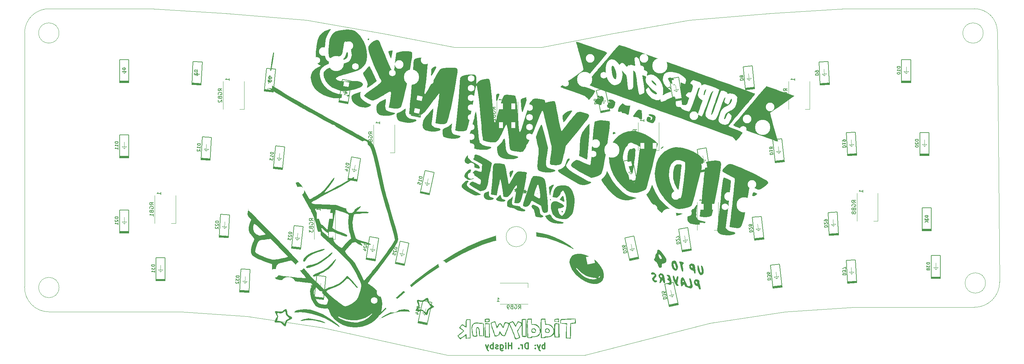
<source format=gbr>
%TF.GenerationSoftware,KiCad,Pcbnew,7.0.6*%
%TF.CreationDate,2023-09-29T23:08:14-04:00*%
%TF.ProjectId,tiddlywink_square,74696464-6c79-4776-996e-6b5f73717561,rev?*%
%TF.SameCoordinates,Original*%
%TF.FileFunction,Legend,Bot*%
%TF.FilePolarity,Positive*%
%FSLAX46Y46*%
G04 Gerber Fmt 4.6, Leading zero omitted, Abs format (unit mm)*
G04 Created by KiCad (PCBNEW 7.0.6) date 2023-09-29 23:08:14*
%MOMM*%
%LPD*%
G01*
G04 APERTURE LIST*
G04 Aperture macros list*
%AMRotRect*
0 Rectangle, with rotation*
0 The origin of the aperture is its center*
0 $1 length*
0 $2 width*
0 $3 Rotation angle, in degrees counterclockwise*
0 Add horizontal line*
21,1,$1,$2,0,0,$3*%
G04 Aperture macros list end*
%ADD10C,0.300000*%
%ADD11C,0.150000*%
%ADD12C,0.200000*%
%ADD13C,0.120000*%
%ADD14R,1.752600X1.752600*%
%ADD15C,1.752600*%
%ADD16C,1.750000*%
%ADD17C,3.987800*%
%ADD18C,2.250000*%
%ADD19C,0.900000*%
%ADD20C,10.600000*%
%ADD21RotRect,2.000000X2.000000X78.000000*%
%ADD22C,2.000000*%
%ADD23C,3.200000*%
%ADD24RotRect,2.000000X2.000000X102.000000*%
%ADD25C,0.800000*%
%ADD26RotRect,1.200000X1.400000X99.000000*%
%ADD27RotRect,1.200000X1.400000X84.000000*%
%ADD28R,1.000000X1.500000*%
%ADD29RotRect,1.200000X1.400000X81.000000*%
%ADD30R,1.400000X1.200000*%
%ADD31RotRect,1.200000X1.400000X93.000000*%
%ADD32RotRect,1.200000X1.400000X78.000000*%
%ADD33RotRect,1.200000X1.400000X102.000000*%
%ADD34RotRect,1.200000X1.400000X87.000000*%
%ADD35RotRect,1.200000X1.400000X96.000000*%
%ADD36R,1.500000X1.000000*%
%TA.AperFunction,Profile*%
%ADD37C,0.100000*%
%TD*%
G04 APERTURE END LIST*
D10*
X146751673Y-106658328D02*
X146751673Y-105158328D01*
X146751673Y-105729757D02*
X146608816Y-105658328D01*
X146608816Y-105658328D02*
X146323101Y-105658328D01*
X146323101Y-105658328D02*
X146180244Y-105729757D01*
X146180244Y-105729757D02*
X146108816Y-105801185D01*
X146108816Y-105801185D02*
X146037387Y-105944042D01*
X146037387Y-105944042D02*
X146037387Y-106372614D01*
X146037387Y-106372614D02*
X146108816Y-106515471D01*
X146108816Y-106515471D02*
X146180244Y-106586900D01*
X146180244Y-106586900D02*
X146323101Y-106658328D01*
X146323101Y-106658328D02*
X146608816Y-106658328D01*
X146608816Y-106658328D02*
X146751673Y-106586900D01*
X145537387Y-105658328D02*
X145180244Y-106658328D01*
X144823101Y-105658328D02*
X145180244Y-106658328D01*
X145180244Y-106658328D02*
X145323101Y-107015471D01*
X145323101Y-107015471D02*
X145394530Y-107086900D01*
X145394530Y-107086900D02*
X145537387Y-107158328D01*
X144251673Y-106515471D02*
X144180244Y-106586900D01*
X144180244Y-106586900D02*
X144251673Y-106658328D01*
X144251673Y-106658328D02*
X144323101Y-106586900D01*
X144323101Y-106586900D02*
X144251673Y-106515471D01*
X144251673Y-106515471D02*
X144251673Y-106658328D01*
X144251673Y-105729757D02*
X144180244Y-105801185D01*
X144180244Y-105801185D02*
X144251673Y-105872614D01*
X144251673Y-105872614D02*
X144323101Y-105801185D01*
X144323101Y-105801185D02*
X144251673Y-105729757D01*
X144251673Y-105729757D02*
X144251673Y-105872614D01*
X142394530Y-106658328D02*
X142394530Y-105158328D01*
X142394530Y-105158328D02*
X142037387Y-105158328D01*
X142037387Y-105158328D02*
X141823101Y-105229757D01*
X141823101Y-105229757D02*
X141680244Y-105372614D01*
X141680244Y-105372614D02*
X141608815Y-105515471D01*
X141608815Y-105515471D02*
X141537387Y-105801185D01*
X141537387Y-105801185D02*
X141537387Y-106015471D01*
X141537387Y-106015471D02*
X141608815Y-106301185D01*
X141608815Y-106301185D02*
X141680244Y-106444042D01*
X141680244Y-106444042D02*
X141823101Y-106586900D01*
X141823101Y-106586900D02*
X142037387Y-106658328D01*
X142037387Y-106658328D02*
X142394530Y-106658328D01*
X140894530Y-106658328D02*
X140894530Y-105658328D01*
X140894530Y-105944042D02*
X140823101Y-105801185D01*
X140823101Y-105801185D02*
X140751673Y-105729757D01*
X140751673Y-105729757D02*
X140608815Y-105658328D01*
X140608815Y-105658328D02*
X140465958Y-105658328D01*
X139965959Y-106515471D02*
X139894530Y-106586900D01*
X139894530Y-106586900D02*
X139965959Y-106658328D01*
X139965959Y-106658328D02*
X140037387Y-106586900D01*
X140037387Y-106586900D02*
X139965959Y-106515471D01*
X139965959Y-106515471D02*
X139965959Y-106658328D01*
X138108816Y-106658328D02*
X138108816Y-105158328D01*
X138108816Y-105872614D02*
X137251673Y-105872614D01*
X137251673Y-106658328D02*
X137251673Y-105158328D01*
X136537387Y-106658328D02*
X136537387Y-105658328D01*
X136537387Y-105158328D02*
X136608815Y-105229757D01*
X136608815Y-105229757D02*
X136537387Y-105301185D01*
X136537387Y-105301185D02*
X136465958Y-105229757D01*
X136465958Y-105229757D02*
X136537387Y-105158328D01*
X136537387Y-105158328D02*
X136537387Y-105301185D01*
X135180244Y-105658328D02*
X135180244Y-106872614D01*
X135180244Y-106872614D02*
X135251672Y-107015471D01*
X135251672Y-107015471D02*
X135323101Y-107086900D01*
X135323101Y-107086900D02*
X135465958Y-107158328D01*
X135465958Y-107158328D02*
X135680244Y-107158328D01*
X135680244Y-107158328D02*
X135823101Y-107086900D01*
X135180244Y-106586900D02*
X135323101Y-106658328D01*
X135323101Y-106658328D02*
X135608815Y-106658328D01*
X135608815Y-106658328D02*
X135751672Y-106586900D01*
X135751672Y-106586900D02*
X135823101Y-106515471D01*
X135823101Y-106515471D02*
X135894529Y-106372614D01*
X135894529Y-106372614D02*
X135894529Y-105944042D01*
X135894529Y-105944042D02*
X135823101Y-105801185D01*
X135823101Y-105801185D02*
X135751672Y-105729757D01*
X135751672Y-105729757D02*
X135608815Y-105658328D01*
X135608815Y-105658328D02*
X135323101Y-105658328D01*
X135323101Y-105658328D02*
X135180244Y-105729757D01*
X134537386Y-106586900D02*
X134394529Y-106658328D01*
X134394529Y-106658328D02*
X134108815Y-106658328D01*
X134108815Y-106658328D02*
X133965958Y-106586900D01*
X133965958Y-106586900D02*
X133894529Y-106444042D01*
X133894529Y-106444042D02*
X133894529Y-106372614D01*
X133894529Y-106372614D02*
X133965958Y-106229757D01*
X133965958Y-106229757D02*
X134108815Y-106158328D01*
X134108815Y-106158328D02*
X134323101Y-106158328D01*
X134323101Y-106158328D02*
X134465958Y-106086900D01*
X134465958Y-106086900D02*
X134537386Y-105944042D01*
X134537386Y-105944042D02*
X134537386Y-105872614D01*
X134537386Y-105872614D02*
X134465958Y-105729757D01*
X134465958Y-105729757D02*
X134323101Y-105658328D01*
X134323101Y-105658328D02*
X134108815Y-105658328D01*
X134108815Y-105658328D02*
X133965958Y-105729757D01*
X133251672Y-106658328D02*
X133251672Y-105158328D01*
X133251672Y-105729757D02*
X133108815Y-105658328D01*
X133108815Y-105658328D02*
X132823100Y-105658328D01*
X132823100Y-105658328D02*
X132680243Y-105729757D01*
X132680243Y-105729757D02*
X132608815Y-105801185D01*
X132608815Y-105801185D02*
X132537386Y-105944042D01*
X132537386Y-105944042D02*
X132537386Y-106372614D01*
X132537386Y-106372614D02*
X132608815Y-106515471D01*
X132608815Y-106515471D02*
X132680243Y-106586900D01*
X132680243Y-106586900D02*
X132823100Y-106658328D01*
X132823100Y-106658328D02*
X133108815Y-106658328D01*
X133108815Y-106658328D02*
X133251672Y-106586900D01*
X132037386Y-105658328D02*
X131680243Y-106658328D01*
X131323100Y-105658328D02*
X131680243Y-106658328D01*
X131680243Y-106658328D02*
X131823100Y-107015471D01*
X131823100Y-107015471D02*
X131894529Y-107086900D01*
X131894529Y-107086900D02*
X132037386Y-107158328D01*
D11*
X186011738Y-58467328D02*
X186801888Y-58342180D01*
X186801888Y-58342180D02*
X186772091Y-58154049D01*
X186772091Y-58154049D02*
X186716587Y-58047130D01*
X186716587Y-58047130D02*
X186629416Y-57983796D01*
X186629416Y-57983796D02*
X186548204Y-57958089D01*
X186548204Y-57958089D02*
X186391739Y-57944300D01*
X186391739Y-57944300D02*
X186278861Y-57962179D01*
X186278861Y-57962179D02*
X186134315Y-58023642D01*
X186134315Y-58023642D02*
X186065022Y-58073187D01*
X186065022Y-58073187D02*
X186001689Y-58160359D01*
X186001689Y-58160359D02*
X185981941Y-58279197D01*
X185981941Y-58279197D02*
X186011738Y-58467328D01*
X185821037Y-57263289D02*
X185892549Y-57714803D01*
X185856793Y-57489046D02*
X186646944Y-57363899D01*
X186646944Y-57363899D02*
X186545984Y-57457029D01*
X186545984Y-57457029D02*
X186482650Y-57544200D01*
X186482650Y-57544200D02*
X186456943Y-57625412D01*
X186569471Y-56874757D02*
X186486040Y-56347990D01*
X186486040Y-56347990D02*
X185749524Y-56811774D01*
X75938087Y-55425280D02*
X75142469Y-55341658D01*
X75142469Y-55341658D02*
X75122559Y-55531090D01*
X75122559Y-55531090D02*
X75148500Y-55648732D01*
X75148500Y-55648732D02*
X75216309Y-55732469D01*
X75216309Y-55732469D02*
X75288100Y-55778320D01*
X75288100Y-55778320D02*
X75435664Y-55832135D01*
X75435664Y-55832135D02*
X75549324Y-55844081D01*
X75549324Y-55844081D02*
X75704852Y-55822122D01*
X75704852Y-55822122D02*
X75784607Y-55792200D01*
X75784607Y-55792200D02*
X75868344Y-55724391D01*
X75868344Y-55724391D02*
X75918177Y-55614713D01*
X75918177Y-55614713D02*
X75938087Y-55425280D01*
X75810662Y-56637650D02*
X75858446Y-56183011D01*
X75834554Y-56410331D02*
X75038937Y-56326708D01*
X75038937Y-56326708D02*
X75160560Y-56262881D01*
X75160560Y-56262881D02*
X75244297Y-56195072D01*
X75244297Y-56195072D02*
X75290148Y-56123281D01*
X74987170Y-56819233D02*
X74935404Y-57311758D01*
X74935404Y-57311758D02*
X75266370Y-57078409D01*
X75266370Y-57078409D02*
X75254424Y-57192069D01*
X75254424Y-57192069D02*
X75284347Y-57271824D01*
X75284347Y-57271824D02*
X75318251Y-57313692D01*
X75318251Y-57313692D02*
X75390042Y-57359543D01*
X75390042Y-57359543D02*
X75579475Y-57379453D01*
X75579475Y-57379453D02*
X75659230Y-57349531D01*
X75659230Y-57349531D02*
X75701099Y-57315626D01*
X75701099Y-57315626D02*
X75746949Y-57243835D01*
X75746949Y-57243835D02*
X75770841Y-57016516D01*
X75770841Y-57016516D02*
X75740919Y-56936761D01*
X75740919Y-56936761D02*
X75707014Y-56894892D01*
X170786069Y-50030251D02*
X170309878Y-49696918D01*
X170786069Y-49458823D02*
X169786069Y-49458823D01*
X169786069Y-49458823D02*
X169786069Y-49839775D01*
X169786069Y-49839775D02*
X169833688Y-49935013D01*
X169833688Y-49935013D02*
X169881307Y-49982632D01*
X169881307Y-49982632D02*
X169976545Y-50030251D01*
X169976545Y-50030251D02*
X170119402Y-50030251D01*
X170119402Y-50030251D02*
X170214640Y-49982632D01*
X170214640Y-49982632D02*
X170262259Y-49935013D01*
X170262259Y-49935013D02*
X170309878Y-49839775D01*
X170309878Y-49839775D02*
X170309878Y-49458823D01*
X169833688Y-50982632D02*
X169786069Y-50887394D01*
X169786069Y-50887394D02*
X169786069Y-50744537D01*
X169786069Y-50744537D02*
X169833688Y-50601680D01*
X169833688Y-50601680D02*
X169928926Y-50506442D01*
X169928926Y-50506442D02*
X170024164Y-50458823D01*
X170024164Y-50458823D02*
X170214640Y-50411204D01*
X170214640Y-50411204D02*
X170357497Y-50411204D01*
X170357497Y-50411204D02*
X170547973Y-50458823D01*
X170547973Y-50458823D02*
X170643211Y-50506442D01*
X170643211Y-50506442D02*
X170738450Y-50601680D01*
X170738450Y-50601680D02*
X170786069Y-50744537D01*
X170786069Y-50744537D02*
X170786069Y-50839775D01*
X170786069Y-50839775D02*
X170738450Y-50982632D01*
X170738450Y-50982632D02*
X170690830Y-51030251D01*
X170690830Y-51030251D02*
X170357497Y-51030251D01*
X170357497Y-51030251D02*
X170357497Y-50839775D01*
X170262259Y-51792156D02*
X170309878Y-51935013D01*
X170309878Y-51935013D02*
X170357497Y-51982632D01*
X170357497Y-51982632D02*
X170452735Y-52030251D01*
X170452735Y-52030251D02*
X170595592Y-52030251D01*
X170595592Y-52030251D02*
X170690830Y-51982632D01*
X170690830Y-51982632D02*
X170738450Y-51935013D01*
X170738450Y-51935013D02*
X170786069Y-51839775D01*
X170786069Y-51839775D02*
X170786069Y-51458823D01*
X170786069Y-51458823D02*
X169786069Y-51458823D01*
X169786069Y-51458823D02*
X169786069Y-51792156D01*
X169786069Y-51792156D02*
X169833688Y-51887394D01*
X169833688Y-51887394D02*
X169881307Y-51935013D01*
X169881307Y-51935013D02*
X169976545Y-51982632D01*
X169976545Y-51982632D02*
X170071783Y-51982632D01*
X170071783Y-51982632D02*
X170167021Y-51935013D01*
X170167021Y-51935013D02*
X170214640Y-51887394D01*
X170214640Y-51887394D02*
X170262259Y-51792156D01*
X170262259Y-51792156D02*
X170262259Y-51458823D01*
X169786069Y-52935013D02*
X169786069Y-52458823D01*
X169786069Y-52458823D02*
X170262259Y-52411204D01*
X170262259Y-52411204D02*
X170214640Y-52458823D01*
X170214640Y-52458823D02*
X170167021Y-52554061D01*
X170167021Y-52554061D02*
X170167021Y-52792156D01*
X170167021Y-52792156D02*
X170214640Y-52887394D01*
X170214640Y-52887394D02*
X170262259Y-52935013D01*
X170262259Y-52935013D02*
X170357497Y-52982632D01*
X170357497Y-52982632D02*
X170595592Y-52982632D01*
X170595592Y-52982632D02*
X170690830Y-52935013D01*
X170690830Y-52935013D02*
X170738450Y-52887394D01*
X170738450Y-52887394D02*
X170786069Y-52792156D01*
X170786069Y-52792156D02*
X170786069Y-52554061D01*
X170786069Y-52554061D02*
X170738450Y-52458823D01*
X170738450Y-52458823D02*
X170690830Y-52411204D01*
X172686069Y-47332632D02*
X172686069Y-46761204D01*
X172686069Y-47046918D02*
X171686069Y-47046918D01*
X171686069Y-47046918D02*
X171828926Y-46951680D01*
X171828926Y-46951680D02*
X171924164Y-46856442D01*
X171924164Y-46856442D02*
X171971783Y-46761204D01*
X95644518Y-58327370D02*
X94854368Y-58202222D01*
X94854368Y-58202222D02*
X94824571Y-58390354D01*
X94824571Y-58390354D02*
X94844319Y-58509192D01*
X94844319Y-58509192D02*
X94907652Y-58596363D01*
X94907652Y-58596363D02*
X94976945Y-58645908D01*
X94976945Y-58645908D02*
X95121491Y-58707372D01*
X95121491Y-58707372D02*
X95234369Y-58725250D01*
X95234369Y-58725250D02*
X95390834Y-58711461D01*
X95390834Y-58711461D02*
X95472045Y-58685754D01*
X95472045Y-58685754D02*
X95559217Y-58622420D01*
X95559217Y-58622420D02*
X95614721Y-58515501D01*
X95614721Y-58515501D02*
X95644518Y-58327370D01*
X95453817Y-59531409D02*
X95525330Y-59079895D01*
X95489574Y-59305652D02*
X94699423Y-59180504D01*
X94699423Y-59180504D02*
X94824220Y-59123130D01*
X94824220Y-59123130D02*
X94911392Y-59059796D01*
X94911392Y-59059796D02*
X94960937Y-58990503D01*
X94819781Y-60125250D02*
X95346548Y-60208681D01*
X94548568Y-59889443D02*
X95142758Y-59790703D01*
X95142758Y-59790703D02*
X95065286Y-60279844D01*
X86653573Y-89357969D02*
X85857955Y-89274347D01*
X85857955Y-89274347D02*
X85838045Y-89463779D01*
X85838045Y-89463779D02*
X85863986Y-89581421D01*
X85863986Y-89581421D02*
X85931795Y-89665158D01*
X85931795Y-89665158D02*
X86003586Y-89711009D01*
X86003586Y-89711009D02*
X86151150Y-89764824D01*
X86151150Y-89764824D02*
X86264810Y-89776770D01*
X86264810Y-89776770D02*
X86420338Y-89754811D01*
X86420338Y-89754811D02*
X86500093Y-89724889D01*
X86500093Y-89724889D02*
X86583830Y-89657080D01*
X86583830Y-89657080D02*
X86633663Y-89547402D01*
X86633663Y-89547402D02*
X86653573Y-89357969D01*
X85782297Y-89994191D02*
X85730530Y-90486716D01*
X85730530Y-90486716D02*
X86061497Y-90253367D01*
X86061497Y-90253367D02*
X86049551Y-90367026D01*
X86049551Y-90367026D02*
X86079473Y-90446781D01*
X86079473Y-90446781D02*
X86113378Y-90488650D01*
X86113378Y-90488650D02*
X86185169Y-90534501D01*
X86185169Y-90534501D02*
X86374602Y-90554411D01*
X86374602Y-90554411D02*
X86454357Y-90524488D01*
X86454357Y-90524488D02*
X86496225Y-90490584D01*
X86496225Y-90490584D02*
X86542076Y-90418793D01*
X86542076Y-90418793D02*
X86565968Y-90191474D01*
X86565968Y-90191474D02*
X86536046Y-90111718D01*
X86536046Y-90111718D02*
X86502141Y-90069850D01*
X85702656Y-90751922D02*
X85650890Y-91244447D01*
X85650890Y-91244447D02*
X85981856Y-91011098D01*
X85981856Y-91011098D02*
X85969910Y-91124758D01*
X85969910Y-91124758D02*
X85999833Y-91204513D01*
X85999833Y-91204513D02*
X86033737Y-91246381D01*
X86033737Y-91246381D02*
X86105528Y-91292232D01*
X86105528Y-91292232D02*
X86294961Y-91312142D01*
X86294961Y-91312142D02*
X86374716Y-91282220D01*
X86374716Y-91282220D02*
X86416585Y-91248315D01*
X86416585Y-91248315D02*
X86462435Y-91176524D01*
X86462435Y-91176524D02*
X86486327Y-90949205D01*
X86486327Y-90949205D02*
X86456405Y-90869450D01*
X86456405Y-90869450D02*
X86422500Y-90827581D01*
X75431470Y-35764722D02*
X74635852Y-35681099D01*
X74635852Y-35681099D02*
X74615942Y-35870532D01*
X74615942Y-35870532D02*
X74641882Y-35988173D01*
X74641882Y-35988173D02*
X74709691Y-36071910D01*
X74709691Y-36071910D02*
X74781482Y-36117761D01*
X74781482Y-36117761D02*
X74929047Y-36171576D01*
X74929047Y-36171576D02*
X75042706Y-36183522D01*
X75042706Y-36183522D02*
X75198234Y-36161563D01*
X75198234Y-36161563D02*
X75277990Y-36131641D01*
X75277990Y-36131641D02*
X75361727Y-36063832D01*
X75361727Y-36063832D02*
X75411559Y-35954154D01*
X75411559Y-35954154D02*
X75431470Y-35764722D01*
X74560193Y-36400943D02*
X74508427Y-36893468D01*
X74508427Y-36893468D02*
X74839394Y-36660119D01*
X74839394Y-36660119D02*
X74827447Y-36773778D01*
X74827447Y-36773778D02*
X74857370Y-36853534D01*
X74857370Y-36853534D02*
X74891274Y-36895402D01*
X74891274Y-36895402D02*
X74963065Y-36941253D01*
X74963065Y-36941253D02*
X75152498Y-36961163D01*
X75152498Y-36961163D02*
X75232253Y-36931240D01*
X75232253Y-36931240D02*
X75274122Y-36897336D01*
X75274122Y-36897336D02*
X75319973Y-36825545D01*
X75319973Y-36825545D02*
X75343865Y-36598226D01*
X75343865Y-36598226D02*
X75313942Y-36518470D01*
X75313942Y-36518470D02*
X75280038Y-36476602D01*
X247278129Y-84158330D02*
X246478129Y-84158330D01*
X246478129Y-84158330D02*
X246478129Y-84348806D01*
X246478129Y-84348806D02*
X246516224Y-84463092D01*
X246516224Y-84463092D02*
X246592414Y-84539282D01*
X246592414Y-84539282D02*
X246668605Y-84577377D01*
X246668605Y-84577377D02*
X246820986Y-84615473D01*
X246820986Y-84615473D02*
X246935272Y-84615473D01*
X246935272Y-84615473D02*
X247087653Y-84577377D01*
X247087653Y-84577377D02*
X247163843Y-84539282D01*
X247163843Y-84539282D02*
X247240034Y-84463092D01*
X247240034Y-84463092D02*
X247278129Y-84348806D01*
X247278129Y-84348806D02*
X247278129Y-84158330D01*
X246478129Y-84882139D02*
X246478129Y-85377377D01*
X246478129Y-85377377D02*
X246782891Y-85110711D01*
X246782891Y-85110711D02*
X246782891Y-85224996D01*
X246782891Y-85224996D02*
X246820986Y-85301187D01*
X246820986Y-85301187D02*
X246859081Y-85339282D01*
X246859081Y-85339282D02*
X246935272Y-85377377D01*
X246935272Y-85377377D02*
X247125748Y-85377377D01*
X247125748Y-85377377D02*
X247201938Y-85339282D01*
X247201938Y-85339282D02*
X247240034Y-85301187D01*
X247240034Y-85301187D02*
X247278129Y-85224996D01*
X247278129Y-85224996D02*
X247278129Y-84996425D01*
X247278129Y-84996425D02*
X247240034Y-84920234D01*
X247240034Y-84920234D02*
X247201938Y-84882139D01*
X246820986Y-85834520D02*
X246782891Y-85758330D01*
X246782891Y-85758330D02*
X246744795Y-85720235D01*
X246744795Y-85720235D02*
X246668605Y-85682139D01*
X246668605Y-85682139D02*
X246630510Y-85682139D01*
X246630510Y-85682139D02*
X246554319Y-85720235D01*
X246554319Y-85720235D02*
X246516224Y-85758330D01*
X246516224Y-85758330D02*
X246478129Y-85834520D01*
X246478129Y-85834520D02*
X246478129Y-85986901D01*
X246478129Y-85986901D02*
X246516224Y-86063092D01*
X246516224Y-86063092D02*
X246554319Y-86101187D01*
X246554319Y-86101187D02*
X246630510Y-86139282D01*
X246630510Y-86139282D02*
X246668605Y-86139282D01*
X246668605Y-86139282D02*
X246744795Y-86101187D01*
X246744795Y-86101187D02*
X246782891Y-86063092D01*
X246782891Y-86063092D02*
X246820986Y-85986901D01*
X246820986Y-85986901D02*
X246820986Y-85834520D01*
X246820986Y-85834520D02*
X246859081Y-85758330D01*
X246859081Y-85758330D02*
X246897176Y-85720235D01*
X246897176Y-85720235D02*
X246973367Y-85682139D01*
X246973367Y-85682139D02*
X247125748Y-85682139D01*
X247125748Y-85682139D02*
X247201938Y-85720235D01*
X247201938Y-85720235D02*
X247240034Y-85758330D01*
X247240034Y-85758330D02*
X247278129Y-85834520D01*
X247278129Y-85834520D02*
X247278129Y-85986901D01*
X247278129Y-85986901D02*
X247240034Y-86063092D01*
X247240034Y-86063092D02*
X247201938Y-86101187D01*
X247201938Y-86101187D02*
X247125748Y-86139282D01*
X247125748Y-86139282D02*
X246973367Y-86139282D01*
X246973367Y-86139282D02*
X246897176Y-86101187D01*
X246897176Y-86101187D02*
X246859081Y-86063092D01*
X246859081Y-86063092D02*
X246820986Y-85986901D01*
X217417239Y-35237528D02*
X218216143Y-35195659D01*
X218216143Y-35195659D02*
X218206174Y-35005444D01*
X218206174Y-35005444D02*
X218162149Y-34893309D01*
X218162149Y-34893309D02*
X218082076Y-34821210D01*
X218082076Y-34821210D02*
X218003996Y-34787155D01*
X218003996Y-34787155D02*
X217849830Y-34757087D01*
X217849830Y-34757087D02*
X217735701Y-34763068D01*
X217735701Y-34763068D02*
X217585523Y-34809086D01*
X217585523Y-34809086D02*
X217511430Y-34851117D01*
X217511430Y-34851117D02*
X217439332Y-34931190D01*
X217439332Y-34931190D02*
X217407270Y-35047313D01*
X217407270Y-35047313D02*
X217417239Y-35237528D01*
X217373376Y-34400581D02*
X217365401Y-34248409D01*
X217365401Y-34248409D02*
X217399457Y-34170330D01*
X217399457Y-34170330D02*
X217435506Y-34130293D01*
X217435506Y-34130293D02*
X217545648Y-34048225D01*
X217545648Y-34048225D02*
X217695826Y-34002207D01*
X217695826Y-34002207D02*
X218000170Y-33986257D01*
X218000170Y-33986257D02*
X218078250Y-34020313D01*
X218078250Y-34020313D02*
X218118287Y-34056362D01*
X218118287Y-34056362D02*
X218160317Y-34130455D01*
X218160317Y-34130455D02*
X218168293Y-34282627D01*
X218168293Y-34282627D02*
X218134237Y-34360706D01*
X218134237Y-34360706D02*
X218098188Y-34400743D01*
X218098188Y-34400743D02*
X218024095Y-34442774D01*
X218024095Y-34442774D02*
X217833880Y-34452743D01*
X217833880Y-34452743D02*
X217755800Y-34418687D01*
X217755800Y-34418687D02*
X217715764Y-34382638D01*
X217715764Y-34382638D02*
X217673733Y-34308545D01*
X217673733Y-34308545D02*
X217665758Y-34156373D01*
X217665758Y-34156373D02*
X217699814Y-34078293D01*
X217699814Y-34078293D02*
X217735863Y-34038257D01*
X217735863Y-34038257D02*
X217809955Y-33996226D01*
X239539060Y-32961412D02*
X238739060Y-32961412D01*
X238739060Y-32961412D02*
X238739060Y-33151888D01*
X238739060Y-33151888D02*
X238777155Y-33266174D01*
X238777155Y-33266174D02*
X238853345Y-33342364D01*
X238853345Y-33342364D02*
X238929536Y-33380459D01*
X238929536Y-33380459D02*
X239081917Y-33418555D01*
X239081917Y-33418555D02*
X239196203Y-33418555D01*
X239196203Y-33418555D02*
X239348584Y-33380459D01*
X239348584Y-33380459D02*
X239424774Y-33342364D01*
X239424774Y-33342364D02*
X239500965Y-33266174D01*
X239500965Y-33266174D02*
X239539060Y-33151888D01*
X239539060Y-33151888D02*
X239539060Y-32961412D01*
X239539060Y-34180459D02*
X239539060Y-33723316D01*
X239539060Y-33951888D02*
X238739060Y-33951888D01*
X238739060Y-33951888D02*
X238853345Y-33875697D01*
X238853345Y-33875697D02*
X238929536Y-33799507D01*
X238929536Y-33799507D02*
X238967631Y-33723316D01*
X238739060Y-34675698D02*
X238739060Y-34751888D01*
X238739060Y-34751888D02*
X238777155Y-34828079D01*
X238777155Y-34828079D02*
X238815250Y-34866174D01*
X238815250Y-34866174D02*
X238891441Y-34904269D01*
X238891441Y-34904269D02*
X239043822Y-34942364D01*
X239043822Y-34942364D02*
X239234298Y-34942364D01*
X239234298Y-34942364D02*
X239386679Y-34904269D01*
X239386679Y-34904269D02*
X239462869Y-34866174D01*
X239462869Y-34866174D02*
X239500965Y-34828079D01*
X239500965Y-34828079D02*
X239539060Y-34751888D01*
X239539060Y-34751888D02*
X239539060Y-34675698D01*
X239539060Y-34675698D02*
X239500965Y-34599507D01*
X239500965Y-34599507D02*
X239462869Y-34561412D01*
X239462869Y-34561412D02*
X239386679Y-34523317D01*
X239386679Y-34523317D02*
X239234298Y-34485221D01*
X239234298Y-34485221D02*
X239043822Y-34485221D01*
X239043822Y-34485221D02*
X238891441Y-34523317D01*
X238891441Y-34523317D02*
X238815250Y-34561412D01*
X238815250Y-34561412D02*
X238777155Y-34599507D01*
X238777155Y-34599507D02*
X238739060Y-34675698D01*
X44871709Y-84753643D02*
X44071709Y-84753643D01*
X44071709Y-84753643D02*
X44071709Y-84944119D01*
X44071709Y-84944119D02*
X44109804Y-85058405D01*
X44109804Y-85058405D02*
X44185994Y-85134595D01*
X44185994Y-85134595D02*
X44262185Y-85172690D01*
X44262185Y-85172690D02*
X44414566Y-85210786D01*
X44414566Y-85210786D02*
X44528852Y-85210786D01*
X44528852Y-85210786D02*
X44681233Y-85172690D01*
X44681233Y-85172690D02*
X44757423Y-85134595D01*
X44757423Y-85134595D02*
X44833614Y-85058405D01*
X44833614Y-85058405D02*
X44871709Y-84944119D01*
X44871709Y-84944119D02*
X44871709Y-84753643D01*
X44071709Y-85477452D02*
X44071709Y-85972690D01*
X44071709Y-85972690D02*
X44376471Y-85706024D01*
X44376471Y-85706024D02*
X44376471Y-85820309D01*
X44376471Y-85820309D02*
X44414566Y-85896500D01*
X44414566Y-85896500D02*
X44452661Y-85934595D01*
X44452661Y-85934595D02*
X44528852Y-85972690D01*
X44528852Y-85972690D02*
X44719328Y-85972690D01*
X44719328Y-85972690D02*
X44795518Y-85934595D01*
X44795518Y-85934595D02*
X44833614Y-85896500D01*
X44833614Y-85896500D02*
X44871709Y-85820309D01*
X44871709Y-85820309D02*
X44871709Y-85591738D01*
X44871709Y-85591738D02*
X44833614Y-85515547D01*
X44833614Y-85515547D02*
X44795518Y-85477452D01*
X44871709Y-86734595D02*
X44871709Y-86277452D01*
X44871709Y-86506024D02*
X44071709Y-86506024D01*
X44071709Y-86506024D02*
X44185994Y-86429833D01*
X44185994Y-86429833D02*
X44262185Y-86353643D01*
X44262185Y-86353643D02*
X44300280Y-86277452D01*
X133876694Y-44196243D02*
X133400503Y-43862910D01*
X133876694Y-43624815D02*
X132876694Y-43624815D01*
X132876694Y-43624815D02*
X132876694Y-44005767D01*
X132876694Y-44005767D02*
X132924313Y-44101005D01*
X132924313Y-44101005D02*
X132971932Y-44148624D01*
X132971932Y-44148624D02*
X133067170Y-44196243D01*
X133067170Y-44196243D02*
X133210027Y-44196243D01*
X133210027Y-44196243D02*
X133305265Y-44148624D01*
X133305265Y-44148624D02*
X133352884Y-44101005D01*
X133352884Y-44101005D02*
X133400503Y-44005767D01*
X133400503Y-44005767D02*
X133400503Y-43624815D01*
X132924313Y-45148624D02*
X132876694Y-45053386D01*
X132876694Y-45053386D02*
X132876694Y-44910529D01*
X132876694Y-44910529D02*
X132924313Y-44767672D01*
X132924313Y-44767672D02*
X133019551Y-44672434D01*
X133019551Y-44672434D02*
X133114789Y-44624815D01*
X133114789Y-44624815D02*
X133305265Y-44577196D01*
X133305265Y-44577196D02*
X133448122Y-44577196D01*
X133448122Y-44577196D02*
X133638598Y-44624815D01*
X133638598Y-44624815D02*
X133733836Y-44672434D01*
X133733836Y-44672434D02*
X133829075Y-44767672D01*
X133829075Y-44767672D02*
X133876694Y-44910529D01*
X133876694Y-44910529D02*
X133876694Y-45005767D01*
X133876694Y-45005767D02*
X133829075Y-45148624D01*
X133829075Y-45148624D02*
X133781455Y-45196243D01*
X133781455Y-45196243D02*
X133448122Y-45196243D01*
X133448122Y-45196243D02*
X133448122Y-45005767D01*
X133352884Y-45958148D02*
X133400503Y-46101005D01*
X133400503Y-46101005D02*
X133448122Y-46148624D01*
X133448122Y-46148624D02*
X133543360Y-46196243D01*
X133543360Y-46196243D02*
X133686217Y-46196243D01*
X133686217Y-46196243D02*
X133781455Y-46148624D01*
X133781455Y-46148624D02*
X133829075Y-46101005D01*
X133829075Y-46101005D02*
X133876694Y-46005767D01*
X133876694Y-46005767D02*
X133876694Y-45624815D01*
X133876694Y-45624815D02*
X132876694Y-45624815D01*
X132876694Y-45624815D02*
X132876694Y-45958148D01*
X132876694Y-45958148D02*
X132924313Y-46053386D01*
X132924313Y-46053386D02*
X132971932Y-46101005D01*
X132971932Y-46101005D02*
X133067170Y-46148624D01*
X133067170Y-46148624D02*
X133162408Y-46148624D01*
X133162408Y-46148624D02*
X133257646Y-46101005D01*
X133257646Y-46101005D02*
X133305265Y-46053386D01*
X133305265Y-46053386D02*
X133352884Y-45958148D01*
X133352884Y-45958148D02*
X133352884Y-45624815D01*
X133876694Y-47148624D02*
X133876694Y-46577196D01*
X133876694Y-46862910D02*
X132876694Y-46862910D01*
X132876694Y-46862910D02*
X133019551Y-46767672D01*
X133019551Y-46767672D02*
X133114789Y-46672434D01*
X133114789Y-46672434D02*
X133162408Y-46577196D01*
X132876694Y-47767672D02*
X132876694Y-47862910D01*
X132876694Y-47862910D02*
X132924313Y-47958148D01*
X132924313Y-47958148D02*
X132971932Y-48005767D01*
X132971932Y-48005767D02*
X133067170Y-48053386D01*
X133067170Y-48053386D02*
X133257646Y-48101005D01*
X133257646Y-48101005D02*
X133495741Y-48101005D01*
X133495741Y-48101005D02*
X133686217Y-48053386D01*
X133686217Y-48053386D02*
X133781455Y-48005767D01*
X133781455Y-48005767D02*
X133829075Y-47958148D01*
X133829075Y-47958148D02*
X133876694Y-47862910D01*
X133876694Y-47862910D02*
X133876694Y-47767672D01*
X133876694Y-47767672D02*
X133829075Y-47672434D01*
X133829075Y-47672434D02*
X133781455Y-47624815D01*
X133781455Y-47624815D02*
X133686217Y-47577196D01*
X133686217Y-47577196D02*
X133495741Y-47529577D01*
X133495741Y-47529577D02*
X133257646Y-47529577D01*
X133257646Y-47529577D02*
X133067170Y-47577196D01*
X133067170Y-47577196D02*
X132971932Y-47624815D01*
X132971932Y-47624815D02*
X132924313Y-47672434D01*
X132924313Y-47672434D02*
X132876694Y-47767672D01*
X135776694Y-41974815D02*
X135776694Y-41403387D01*
X135776694Y-41689101D02*
X134776694Y-41689101D01*
X134776694Y-41689101D02*
X134919551Y-41593863D01*
X134919551Y-41593863D02*
X135014789Y-41498625D01*
X135014789Y-41498625D02*
X135062408Y-41403387D01*
X35346701Y-52606741D02*
X34546701Y-52606741D01*
X34546701Y-52606741D02*
X34546701Y-52797217D01*
X34546701Y-52797217D02*
X34584796Y-52911503D01*
X34584796Y-52911503D02*
X34660986Y-52987693D01*
X34660986Y-52987693D02*
X34737177Y-53025788D01*
X34737177Y-53025788D02*
X34889558Y-53063884D01*
X34889558Y-53063884D02*
X35003844Y-53063884D01*
X35003844Y-53063884D02*
X35156225Y-53025788D01*
X35156225Y-53025788D02*
X35232415Y-52987693D01*
X35232415Y-52987693D02*
X35308606Y-52911503D01*
X35308606Y-52911503D02*
X35346701Y-52797217D01*
X35346701Y-52797217D02*
X35346701Y-52606741D01*
X35346701Y-53825788D02*
X35346701Y-53368645D01*
X35346701Y-53597217D02*
X34546701Y-53597217D01*
X34546701Y-53597217D02*
X34660986Y-53521026D01*
X34660986Y-53521026D02*
X34737177Y-53444836D01*
X34737177Y-53444836D02*
X34775272Y-53368645D01*
X35346701Y-54587693D02*
X35346701Y-54130550D01*
X35346701Y-54359122D02*
X34546701Y-54359122D01*
X34546701Y-54359122D02*
X34660986Y-54282931D01*
X34660986Y-54282931D02*
X34737177Y-54206741D01*
X34737177Y-54206741D02*
X34775272Y-54130550D01*
X114759450Y-61828072D02*
X113976932Y-61661743D01*
X113976932Y-61661743D02*
X113937330Y-61848057D01*
X113937330Y-61848057D02*
X113950831Y-61967765D01*
X113950831Y-61967765D02*
X114009516Y-62058132D01*
X114009516Y-62058132D02*
X114076121Y-62111235D01*
X114076121Y-62111235D02*
X114217252Y-62180180D01*
X114217252Y-62180180D02*
X114329040Y-62203941D01*
X114329040Y-62203941D02*
X114486011Y-62198360D01*
X114486011Y-62198360D02*
X114568457Y-62176938D01*
X114568457Y-62176938D02*
X114658824Y-62118254D01*
X114658824Y-62118254D02*
X114719848Y-62014386D01*
X114719848Y-62014386D02*
X114759450Y-61828072D01*
X114505996Y-63020481D02*
X114601041Y-62573327D01*
X114553519Y-62796904D02*
X113771000Y-62630575D01*
X113771000Y-62630575D02*
X113898630Y-62579811D01*
X113898630Y-62579811D02*
X113988996Y-62521126D01*
X113988996Y-62521126D02*
X114042100Y-62454521D01*
X113572989Y-63562144D02*
X113652194Y-63189516D01*
X113652194Y-63189516D02*
X114032742Y-63231458D01*
X114032742Y-63231458D02*
X113987559Y-63260800D01*
X113987559Y-63260800D02*
X113934455Y-63327406D01*
X113934455Y-63327406D02*
X113894853Y-63513719D01*
X113894853Y-63513719D02*
X113916275Y-63596165D01*
X113916275Y-63596165D02*
X113945617Y-63641349D01*
X113945617Y-63641349D02*
X114012222Y-63694452D01*
X114012222Y-63694452D02*
X114198536Y-63734054D01*
X114198536Y-63734054D02*
X114280982Y-63712633D01*
X114280982Y-63712633D02*
X114326165Y-63683290D01*
X114326165Y-63683290D02*
X114379269Y-63616685D01*
X114379269Y-63616685D02*
X114418871Y-63430371D01*
X114418871Y-63430371D02*
X114397449Y-63347925D01*
X114397449Y-63347925D02*
X114368107Y-63302742D01*
X100407022Y-79163325D02*
X99616872Y-79038177D01*
X99616872Y-79038177D02*
X99587075Y-79226309D01*
X99587075Y-79226309D02*
X99606823Y-79345147D01*
X99606823Y-79345147D02*
X99670156Y-79432318D01*
X99670156Y-79432318D02*
X99739449Y-79481863D01*
X99739449Y-79481863D02*
X99883995Y-79543327D01*
X99883995Y-79543327D02*
X99996873Y-79561205D01*
X99996873Y-79561205D02*
X100153338Y-79547416D01*
X100153338Y-79547416D02*
X100234549Y-79521709D01*
X100234549Y-79521709D02*
X100321721Y-79458375D01*
X100321721Y-79458375D02*
X100377225Y-79351456D01*
X100377225Y-79351456D02*
X100407022Y-79163325D01*
X99572936Y-79802621D02*
X99529350Y-79834288D01*
X99529350Y-79834288D02*
X99479805Y-79903581D01*
X99479805Y-79903581D02*
X99450008Y-80091712D01*
X99450008Y-80091712D02*
X99475716Y-80172924D01*
X99475716Y-80172924D02*
X99507382Y-80216509D01*
X99507382Y-80216509D02*
X99576675Y-80266054D01*
X99576675Y-80266054D02*
X99651928Y-80277973D01*
X99651928Y-80277973D02*
X99770766Y-80258225D01*
X99770766Y-80258225D02*
X100293793Y-79878223D01*
X100293793Y-79878223D02*
X100216321Y-80367364D01*
X99582285Y-80961205D02*
X100109052Y-81044636D01*
X99311072Y-80725398D02*
X99905262Y-80626658D01*
X99905262Y-80626658D02*
X99827790Y-81115799D01*
D10*
X142534425Y-65537151D02*
X142689134Y-65488179D01*
X142689134Y-65488179D02*
X142904167Y-65522237D01*
X142904167Y-65522237D02*
X143107849Y-65627973D01*
X143107849Y-65627973D02*
X143228499Y-65794034D01*
X143228499Y-65794034D02*
X143277472Y-65948742D01*
X143277472Y-65948742D02*
X143303739Y-66246807D01*
X143303739Y-66246807D02*
X143269681Y-66461841D01*
X143269681Y-66461841D02*
X143152592Y-66737200D01*
X143152592Y-66737200D02*
X143058209Y-66869203D01*
X143058209Y-66869203D02*
X142892148Y-66989854D01*
X142892148Y-66989854D02*
X142665761Y-67027474D01*
X142665761Y-67027474D02*
X142522405Y-67004768D01*
X142522405Y-67004768D02*
X142318724Y-66899032D01*
X142318724Y-66899032D02*
X142258399Y-66816002D01*
X142258399Y-66816002D02*
X142337868Y-66314256D01*
X142337868Y-66314256D02*
X142624579Y-66359667D01*
X141613964Y-65317889D02*
X141557201Y-65676278D01*
X141938296Y-65589686D02*
X141557201Y-65676278D01*
X141557201Y-65676278D02*
X141221516Y-65476159D01*
X141726824Y-65997048D02*
X141557201Y-65676278D01*
X141557201Y-65676278D02*
X141296756Y-65928932D01*
X140467117Y-65136246D02*
X140410353Y-65494635D01*
X140791449Y-65408043D02*
X140410353Y-65494635D01*
X140410353Y-65494635D02*
X140074669Y-65294516D01*
X140579977Y-65815405D02*
X140410353Y-65494635D01*
X140410353Y-65494635D02*
X140149909Y-65747289D01*
X139320269Y-64954603D02*
X139263506Y-65312993D01*
X139644601Y-65226400D02*
X139263506Y-65312993D01*
X139263506Y-65312993D02*
X138927822Y-65112873D01*
X139433129Y-65633763D02*
X139263506Y-65312993D01*
X139263506Y-65312993D02*
X139003062Y-65565647D01*
D11*
X224580932Y-87410190D02*
X225379836Y-87368321D01*
X225379836Y-87368321D02*
X225369867Y-87178106D01*
X225369867Y-87178106D02*
X225325843Y-87065971D01*
X225325843Y-87065971D02*
X225245769Y-86993872D01*
X225245769Y-86993872D02*
X225167690Y-86959817D01*
X225167690Y-86959817D02*
X225013524Y-86929749D01*
X225013524Y-86929749D02*
X224899395Y-86935730D01*
X224899395Y-86935730D02*
X224749216Y-86981748D01*
X224749216Y-86981748D02*
X224675124Y-87023779D01*
X224675124Y-87023779D02*
X224603025Y-87103852D01*
X224603025Y-87103852D02*
X224570964Y-87219975D01*
X224570964Y-87219975D02*
X224580932Y-87410190D01*
X225341955Y-86645504D02*
X225316036Y-86150944D01*
X225316036Y-86150944D02*
X225025648Y-86433196D01*
X225025648Y-86433196D02*
X225019667Y-86319066D01*
X225019667Y-86319066D02*
X224977636Y-86244974D01*
X224977636Y-86244974D02*
X224937599Y-86208925D01*
X224937599Y-86208925D02*
X224859520Y-86174869D01*
X224859520Y-86174869D02*
X224669305Y-86184838D01*
X224669305Y-86184838D02*
X224595212Y-86226869D01*
X224595212Y-86226869D02*
X224559163Y-86266905D01*
X224559163Y-86266905D02*
X224525107Y-86344985D01*
X224525107Y-86344985D02*
X224537070Y-86573243D01*
X224537070Y-86573243D02*
X224579100Y-86647336D01*
X224579100Y-86647336D02*
X224619137Y-86683385D01*
X225302080Y-85884643D02*
X225274167Y-85352040D01*
X225274167Y-85352040D02*
X224493207Y-85736297D01*
X167033551Y-61552369D02*
X167816069Y-61386039D01*
X167816069Y-61386039D02*
X167776467Y-61199725D01*
X167776467Y-61199725D02*
X167715442Y-61095858D01*
X167715442Y-61095858D02*
X167625076Y-61037173D01*
X167625076Y-61037173D02*
X167542630Y-61015751D01*
X167542630Y-61015751D02*
X167385659Y-61010170D01*
X167385659Y-61010170D02*
X167273870Y-61033931D01*
X167273870Y-61033931D02*
X167132740Y-61102876D01*
X167132740Y-61102876D02*
X167066135Y-61155980D01*
X167066135Y-61155980D02*
X167007450Y-61246346D01*
X167007450Y-61246346D02*
X166993948Y-61366055D01*
X166993948Y-61366055D02*
X167033551Y-61552369D01*
X166780096Y-60359960D02*
X166875142Y-60807113D01*
X166827619Y-60583537D02*
X167610137Y-60417207D01*
X167610137Y-60417207D02*
X167514190Y-60515494D01*
X167514190Y-60515494D02*
X167455505Y-60605861D01*
X167455505Y-60605861D02*
X167434083Y-60688307D01*
X167420046Y-59522901D02*
X167451728Y-59671952D01*
X167451728Y-59671952D02*
X167430306Y-59754398D01*
X167430306Y-59754398D02*
X167400964Y-59799581D01*
X167400964Y-59799581D02*
X167305017Y-59897868D01*
X167305017Y-59897868D02*
X167163886Y-59966812D01*
X167163886Y-59966812D02*
X166865784Y-60030176D01*
X166865784Y-60030176D02*
X166783338Y-60008754D01*
X166783338Y-60008754D02*
X166738155Y-59979412D01*
X166738155Y-59979412D02*
X166685051Y-59912807D01*
X166685051Y-59912807D02*
X166653369Y-59763756D01*
X166653369Y-59763756D02*
X166674791Y-59681310D01*
X166674791Y-59681310D02*
X166704133Y-59636126D01*
X166704133Y-59636126D02*
X166770739Y-59583023D01*
X166770739Y-59583023D02*
X166957052Y-59543421D01*
X166957052Y-59543421D02*
X167039498Y-59564842D01*
X167039498Y-59564842D02*
X167084682Y-59594185D01*
X167084682Y-59594185D02*
X167137785Y-59660790D01*
X167137785Y-59660790D02*
X167169467Y-59809841D01*
X167169467Y-59809841D02*
X167148045Y-59892287D01*
X167148045Y-59892287D02*
X167118703Y-59937470D01*
X167118703Y-59937470D02*
X167052098Y-59990574D01*
X56830951Y-53121599D02*
X56032047Y-53079730D01*
X56032047Y-53079730D02*
X56022078Y-53269945D01*
X56022078Y-53269945D02*
X56054140Y-53386068D01*
X56054140Y-53386068D02*
X56126239Y-53466142D01*
X56126239Y-53466142D02*
X56200331Y-53508172D01*
X56200331Y-53508172D02*
X56350510Y-53554190D01*
X56350510Y-53554190D02*
X56464639Y-53560172D01*
X56464639Y-53560172D02*
X56618804Y-53530104D01*
X56618804Y-53530104D02*
X56696884Y-53496048D01*
X56696884Y-53496048D02*
X56776958Y-53423950D01*
X56776958Y-53423950D02*
X56820982Y-53311814D01*
X56820982Y-53311814D02*
X56830951Y-53121599D01*
X56767151Y-54338976D02*
X56791076Y-53882460D01*
X56779113Y-54110718D02*
X55980210Y-54068849D01*
X55980210Y-54068849D02*
X56098326Y-53998744D01*
X56098326Y-53998744D02*
X56178400Y-53926646D01*
X56178400Y-53926646D02*
X56220430Y-53852553D01*
X56028383Y-54605439D02*
X55988346Y-54641489D01*
X55988346Y-54641489D02*
X55946316Y-54715581D01*
X55946316Y-54715581D02*
X55936347Y-54905796D01*
X55936347Y-54905796D02*
X55970403Y-54983876D01*
X55970403Y-54983876D02*
X56006452Y-55023913D01*
X56006452Y-55023913D02*
X56080544Y-55065943D01*
X56080544Y-55065943D02*
X56156630Y-55069931D01*
X56156630Y-55069931D02*
X56272753Y-55037869D01*
X56272753Y-55037869D02*
X56753195Y-54605277D01*
X56753195Y-54605277D02*
X56727276Y-55099837D01*
X66951272Y-87649753D02*
X66152368Y-87607884D01*
X66152368Y-87607884D02*
X66142399Y-87798099D01*
X66142399Y-87798099D02*
X66174461Y-87914222D01*
X66174461Y-87914222D02*
X66246560Y-87994296D01*
X66246560Y-87994296D02*
X66320652Y-88036326D01*
X66320652Y-88036326D02*
X66470831Y-88082344D01*
X66470831Y-88082344D02*
X66584960Y-88088326D01*
X66584960Y-88088326D02*
X66739125Y-88058258D01*
X66739125Y-88058258D02*
X66817205Y-88024202D01*
X66817205Y-88024202D02*
X66897279Y-87952104D01*
X66897279Y-87952104D02*
X66941303Y-87839968D01*
X66941303Y-87839968D02*
X66951272Y-87649753D01*
X66114487Y-88330702D02*
X66088568Y-88825261D01*
X66088568Y-88825261D02*
X66406869Y-88574910D01*
X66406869Y-88574910D02*
X66400887Y-88689039D01*
X66400887Y-88689039D02*
X66434943Y-88767119D01*
X66434943Y-88767119D02*
X66470992Y-88807156D01*
X66470992Y-88807156D02*
X66545085Y-88849186D01*
X66545085Y-88849186D02*
X66735300Y-88859155D01*
X66735300Y-88859155D02*
X66813380Y-88825099D01*
X66813380Y-88825099D02*
X66853416Y-88789050D01*
X66853416Y-88789050D02*
X66895447Y-88714958D01*
X66895447Y-88714958D02*
X66907409Y-88486700D01*
X66907409Y-88486700D02*
X66873354Y-88408620D01*
X66873354Y-88408620D02*
X66837305Y-88368583D01*
X66148704Y-89133593D02*
X66108667Y-89169643D01*
X66108667Y-89169643D02*
X66066637Y-89243735D01*
X66066637Y-89243735D02*
X66056668Y-89433950D01*
X66056668Y-89433950D02*
X66090724Y-89512030D01*
X66090724Y-89512030D02*
X66126773Y-89552067D01*
X66126773Y-89552067D02*
X66200865Y-89594097D01*
X66200865Y-89594097D02*
X66276951Y-89598085D01*
X66276951Y-89598085D02*
X66393074Y-89566023D01*
X66393074Y-89566023D02*
X66873516Y-89133431D01*
X66873516Y-89133431D02*
X66847597Y-89627991D01*
X205591013Y-55973990D02*
X206386630Y-55890367D01*
X206386630Y-55890367D02*
X206366720Y-55700934D01*
X206366720Y-55700934D02*
X206316888Y-55591257D01*
X206316888Y-55591257D02*
X206233150Y-55523448D01*
X206233150Y-55523448D02*
X206153395Y-55493525D01*
X206153395Y-55493525D02*
X205997867Y-55471567D01*
X205997867Y-55471567D02*
X205884207Y-55483513D01*
X205884207Y-55483513D02*
X205736643Y-55537328D01*
X205736643Y-55537328D02*
X205664852Y-55583178D01*
X205664852Y-55583178D02*
X205597043Y-55666915D01*
X205597043Y-55666915D02*
X205571103Y-55784557D01*
X205571103Y-55784557D02*
X205591013Y-55973990D01*
X205463588Y-54761620D02*
X205511372Y-55216259D01*
X205487480Y-54988940D02*
X206283097Y-54905317D01*
X206283097Y-54905317D02*
X206177402Y-54993036D01*
X206177402Y-54993036D02*
X206109593Y-55076773D01*
X206109593Y-55076773D02*
X206079670Y-55156528D01*
X205870442Y-54259197D02*
X205916292Y-54330988D01*
X205916292Y-54330988D02*
X205958161Y-54364893D01*
X205958161Y-54364893D02*
X206037916Y-54394815D01*
X206037916Y-54394815D02*
X206075803Y-54390833D01*
X206075803Y-54390833D02*
X206147594Y-54344982D01*
X206147594Y-54344982D02*
X206181498Y-54303114D01*
X206181498Y-54303114D02*
X206211421Y-54223359D01*
X206211421Y-54223359D02*
X206195493Y-54071813D01*
X206195493Y-54071813D02*
X206149642Y-54000021D01*
X206149642Y-54000021D02*
X206107773Y-53966117D01*
X206107773Y-53966117D02*
X206028018Y-53936195D01*
X206028018Y-53936195D02*
X205990132Y-53940177D01*
X205990132Y-53940177D02*
X205918341Y-53986027D01*
X205918341Y-53986027D02*
X205884436Y-54027896D01*
X205884436Y-54027896D02*
X205854514Y-54107651D01*
X205854514Y-54107651D02*
X205870442Y-54259197D01*
X205870442Y-54259197D02*
X205840519Y-54338952D01*
X205840519Y-54338952D02*
X205806615Y-54380821D01*
X205806615Y-54380821D02*
X205734824Y-54426671D01*
X205734824Y-54426671D02*
X205583278Y-54442600D01*
X205583278Y-54442600D02*
X205503522Y-54412677D01*
X205503522Y-54412677D02*
X205461654Y-54378773D01*
X205461654Y-54378773D02*
X205415803Y-54306982D01*
X205415803Y-54306982D02*
X205399875Y-54155435D01*
X205399875Y-54155435D02*
X205429798Y-54075680D01*
X205429798Y-54075680D02*
X205463702Y-54033812D01*
X205463702Y-54033812D02*
X205535493Y-53987961D01*
X205535493Y-53987961D02*
X205687039Y-53972033D01*
X205687039Y-53972033D02*
X205766795Y-54001955D01*
X205766795Y-54001955D02*
X205808663Y-54035860D01*
X205808663Y-54035860D02*
X205854514Y-54107651D01*
X178808387Y-39636362D02*
X179598538Y-39511214D01*
X179598538Y-39511214D02*
X179568741Y-39323083D01*
X179568741Y-39323083D02*
X179513237Y-39216164D01*
X179513237Y-39216164D02*
X179426065Y-39152830D01*
X179426065Y-39152830D02*
X179344854Y-39127123D01*
X179344854Y-39127123D02*
X179188389Y-39113334D01*
X179188389Y-39113334D02*
X179075511Y-39131213D01*
X179075511Y-39131213D02*
X178930965Y-39192677D01*
X178930965Y-39192677D02*
X178861672Y-39242222D01*
X178861672Y-39242222D02*
X178798338Y-39329393D01*
X178798338Y-39329393D02*
X178778590Y-39448231D01*
X178778590Y-39448231D02*
X178808387Y-39636362D01*
X179485309Y-38796316D02*
X179401878Y-38269549D01*
X179401878Y-38269549D02*
X178665362Y-38733333D01*
X219818428Y-74908617D02*
X220617332Y-74866748D01*
X220617332Y-74866748D02*
X220607363Y-74676533D01*
X220607363Y-74676533D02*
X220563339Y-74564398D01*
X220563339Y-74564398D02*
X220483265Y-74492299D01*
X220483265Y-74492299D02*
X220405186Y-74458244D01*
X220405186Y-74458244D02*
X220251020Y-74428176D01*
X220251020Y-74428176D02*
X220136891Y-74434157D01*
X220136891Y-74434157D02*
X219986712Y-74480175D01*
X219986712Y-74480175D02*
X219912620Y-74522206D01*
X219912620Y-74522206D02*
X219840521Y-74602279D01*
X219840521Y-74602279D02*
X219808460Y-74718402D01*
X219808460Y-74718402D02*
X219818428Y-74908617D01*
X220501371Y-74109875D02*
X220537420Y-74069838D01*
X220537420Y-74069838D02*
X220571476Y-73991759D01*
X220571476Y-73991759D02*
X220561507Y-73801543D01*
X220561507Y-73801543D02*
X220519477Y-73727451D01*
X220519477Y-73727451D02*
X220479440Y-73691402D01*
X220479440Y-73691402D02*
X220401360Y-73657346D01*
X220401360Y-73657346D02*
X220325274Y-73661334D01*
X220325274Y-73661334D02*
X220213139Y-73705358D01*
X220213139Y-73705358D02*
X219780547Y-74185799D01*
X219780547Y-74185799D02*
X219754628Y-73691240D01*
X219734691Y-73310810D02*
X219726716Y-73158637D01*
X219726716Y-73158637D02*
X219760771Y-73080558D01*
X219760771Y-73080558D02*
X219796821Y-73040521D01*
X219796821Y-73040521D02*
X219906962Y-72958454D01*
X219906962Y-72958454D02*
X220057141Y-72912436D01*
X220057141Y-72912436D02*
X220361485Y-72896486D01*
X220361485Y-72896486D02*
X220439565Y-72930541D01*
X220439565Y-72930541D02*
X220479601Y-72966590D01*
X220479601Y-72966590D02*
X220521632Y-73040683D01*
X220521632Y-73040683D02*
X220529607Y-73192855D01*
X220529607Y-73192855D02*
X220495551Y-73270935D01*
X220495551Y-73270935D02*
X220459502Y-73310971D01*
X220459502Y-73310971D02*
X220385410Y-73353002D01*
X220385410Y-73353002D02*
X220195195Y-73362971D01*
X220195195Y-73362971D02*
X220117115Y-73328915D01*
X220117115Y-73328915D02*
X220077078Y-73292866D01*
X220077078Y-73292866D02*
X220035048Y-73218774D01*
X220035048Y-73218774D02*
X220027073Y-73066601D01*
X220027073Y-73066601D02*
X220061128Y-72988522D01*
X220061128Y-72988522D02*
X220097177Y-72948485D01*
X220097177Y-72948485D02*
X220171270Y-72906454D01*
X37271701Y-33342365D02*
X36471701Y-33342365D01*
X36471701Y-33342365D02*
X36471701Y-33532841D01*
X36471701Y-33532841D02*
X36509796Y-33647127D01*
X36509796Y-33647127D02*
X36585986Y-33723317D01*
X36585986Y-33723317D02*
X36662177Y-33761412D01*
X36662177Y-33761412D02*
X36814558Y-33799508D01*
X36814558Y-33799508D02*
X36928844Y-33799508D01*
X36928844Y-33799508D02*
X37081225Y-33761412D01*
X37081225Y-33761412D02*
X37157415Y-33723317D01*
X37157415Y-33723317D02*
X37233606Y-33647127D01*
X37233606Y-33647127D02*
X37271701Y-33532841D01*
X37271701Y-33532841D02*
X37271701Y-33342365D01*
X37271701Y-34561412D02*
X37271701Y-34104269D01*
X37271701Y-34332841D02*
X36471701Y-34332841D01*
X36471701Y-34332841D02*
X36585986Y-34256650D01*
X36585986Y-34256650D02*
X36662177Y-34180460D01*
X36662177Y-34180460D02*
X36700272Y-34104269D01*
X244301564Y-52011428D02*
X243501564Y-52011428D01*
X243501564Y-52011428D02*
X243501564Y-52201904D01*
X243501564Y-52201904D02*
X243539659Y-52316190D01*
X243539659Y-52316190D02*
X243615849Y-52392380D01*
X243615849Y-52392380D02*
X243692040Y-52430475D01*
X243692040Y-52430475D02*
X243844421Y-52468571D01*
X243844421Y-52468571D02*
X243958707Y-52468571D01*
X243958707Y-52468571D02*
X244111088Y-52430475D01*
X244111088Y-52430475D02*
X244187278Y-52392380D01*
X244187278Y-52392380D02*
X244263469Y-52316190D01*
X244263469Y-52316190D02*
X244301564Y-52201904D01*
X244301564Y-52201904D02*
X244301564Y-52011428D01*
X243577754Y-52773332D02*
X243539659Y-52811428D01*
X243539659Y-52811428D02*
X243501564Y-52887618D01*
X243501564Y-52887618D02*
X243501564Y-53078094D01*
X243501564Y-53078094D02*
X243539659Y-53154285D01*
X243539659Y-53154285D02*
X243577754Y-53192380D01*
X243577754Y-53192380D02*
X243653945Y-53230475D01*
X243653945Y-53230475D02*
X243730135Y-53230475D01*
X243730135Y-53230475D02*
X243844421Y-53192380D01*
X243844421Y-53192380D02*
X244301564Y-52735237D01*
X244301564Y-52735237D02*
X244301564Y-53230475D01*
X243501564Y-53725714D02*
X243501564Y-53801904D01*
X243501564Y-53801904D02*
X243539659Y-53878095D01*
X243539659Y-53878095D02*
X243577754Y-53916190D01*
X243577754Y-53916190D02*
X243653945Y-53954285D01*
X243653945Y-53954285D02*
X243806326Y-53992380D01*
X243806326Y-53992380D02*
X243996802Y-53992380D01*
X243996802Y-53992380D02*
X244149183Y-53954285D01*
X244149183Y-53954285D02*
X244225373Y-53916190D01*
X244225373Y-53916190D02*
X244263469Y-53878095D01*
X244263469Y-53878095D02*
X244301564Y-53801904D01*
X244301564Y-53801904D02*
X244301564Y-53725714D01*
X244301564Y-53725714D02*
X244263469Y-53649523D01*
X244263469Y-53649523D02*
X244225373Y-53611428D01*
X244225373Y-53611428D02*
X244149183Y-53573333D01*
X244149183Y-53573333D02*
X243996802Y-53535237D01*
X243996802Y-53535237D02*
X243806326Y-53535237D01*
X243806326Y-53535237D02*
X243653945Y-53573333D01*
X243653945Y-53573333D02*
X243577754Y-53611428D01*
X243577754Y-53611428D02*
X243539659Y-53649523D01*
X243539659Y-53649523D02*
X243501564Y-53725714D01*
X224580932Y-54072662D02*
X225379836Y-54030793D01*
X225379836Y-54030793D02*
X225369867Y-53840578D01*
X225369867Y-53840578D02*
X225325843Y-53728443D01*
X225325843Y-53728443D02*
X225245769Y-53656344D01*
X225245769Y-53656344D02*
X225167690Y-53622289D01*
X225167690Y-53622289D02*
X225013524Y-53592221D01*
X225013524Y-53592221D02*
X224899395Y-53598202D01*
X224899395Y-53598202D02*
X224749216Y-53644220D01*
X224749216Y-53644220D02*
X224675124Y-53686251D01*
X224675124Y-53686251D02*
X224603025Y-53766324D01*
X224603025Y-53766324D02*
X224570964Y-53882447D01*
X224570964Y-53882447D02*
X224580932Y-54072662D01*
X224517132Y-52855285D02*
X224541057Y-53311801D01*
X224529095Y-53083543D02*
X225327999Y-53041675D01*
X225327999Y-53041675D02*
X225217857Y-53123742D01*
X225217857Y-53123742D02*
X225145758Y-53203815D01*
X225145758Y-53203815D02*
X225111703Y-53281895D01*
X224497195Y-52474855D02*
X224489220Y-52322682D01*
X224489220Y-52322682D02*
X224523275Y-52244603D01*
X224523275Y-52244603D02*
X224559325Y-52204566D01*
X224559325Y-52204566D02*
X224669466Y-52122499D01*
X224669466Y-52122499D02*
X224819645Y-52076481D01*
X224819645Y-52076481D02*
X225123989Y-52060531D01*
X225123989Y-52060531D02*
X225202069Y-52094586D01*
X225202069Y-52094586D02*
X225242105Y-52130635D01*
X225242105Y-52130635D02*
X225284136Y-52204728D01*
X225284136Y-52204728D02*
X225292111Y-52356900D01*
X225292111Y-52356900D02*
X225258055Y-52434980D01*
X225258055Y-52434980D02*
X225222006Y-52475016D01*
X225222006Y-52475016D02*
X225147914Y-52517047D01*
X225147914Y-52517047D02*
X224957699Y-52527016D01*
X224957699Y-52527016D02*
X224879619Y-52492960D01*
X224879619Y-52492960D02*
X224839582Y-52456911D01*
X224839582Y-52456911D02*
X224797552Y-52382819D01*
X224797552Y-52382819D02*
X224789577Y-52230646D01*
X224789577Y-52230646D02*
X224823632Y-52152567D01*
X224823632Y-52152567D02*
X224859681Y-52112530D01*
X224859681Y-52112530D02*
X224933774Y-52070499D01*
X200233196Y-76214632D02*
X201028813Y-76131009D01*
X201028813Y-76131009D02*
X201008903Y-75941576D01*
X201008903Y-75941576D02*
X200959071Y-75831899D01*
X200959071Y-75831899D02*
X200875333Y-75764090D01*
X200875333Y-75764090D02*
X200795578Y-75734167D01*
X200795578Y-75734167D02*
X200640050Y-75712209D01*
X200640050Y-75712209D02*
X200526390Y-75724155D01*
X200526390Y-75724155D02*
X200378826Y-75777970D01*
X200378826Y-75777970D02*
X200307035Y-75823820D01*
X200307035Y-75823820D02*
X200239226Y-75907557D01*
X200239226Y-75907557D02*
X200213286Y-76025199D01*
X200213286Y-76025199D02*
X200233196Y-76214632D01*
X200873400Y-75381242D02*
X200907304Y-75339374D01*
X200907304Y-75339374D02*
X200937227Y-75259619D01*
X200937227Y-75259619D02*
X200917316Y-75070186D01*
X200917316Y-75070186D02*
X200871466Y-74998395D01*
X200871466Y-74998395D02*
X200829597Y-74964490D01*
X200829597Y-74964490D02*
X200749842Y-74934568D01*
X200749842Y-74934568D02*
X200674069Y-74942532D01*
X200674069Y-74942532D02*
X200564391Y-74992364D01*
X200564391Y-74992364D02*
X200157537Y-75494787D01*
X200157537Y-75494787D02*
X200105771Y-75002262D01*
X200512625Y-74499839D02*
X200558475Y-74571630D01*
X200558475Y-74571630D02*
X200600344Y-74605535D01*
X200600344Y-74605535D02*
X200680099Y-74635457D01*
X200680099Y-74635457D02*
X200717986Y-74631475D01*
X200717986Y-74631475D02*
X200789777Y-74585624D01*
X200789777Y-74585624D02*
X200823681Y-74543756D01*
X200823681Y-74543756D02*
X200853604Y-74464001D01*
X200853604Y-74464001D02*
X200837676Y-74312455D01*
X200837676Y-74312455D02*
X200791825Y-74240663D01*
X200791825Y-74240663D02*
X200749956Y-74206759D01*
X200749956Y-74206759D02*
X200670201Y-74176837D01*
X200670201Y-74176837D02*
X200632315Y-74180819D01*
X200632315Y-74180819D02*
X200560524Y-74226669D01*
X200560524Y-74226669D02*
X200526619Y-74268538D01*
X200526619Y-74268538D02*
X200496697Y-74348293D01*
X200496697Y-74348293D02*
X200512625Y-74499839D01*
X200512625Y-74499839D02*
X200482702Y-74579594D01*
X200482702Y-74579594D02*
X200448798Y-74621463D01*
X200448798Y-74621463D02*
X200377007Y-74667313D01*
X200377007Y-74667313D02*
X200225461Y-74683242D01*
X200225461Y-74683242D02*
X200145705Y-74653319D01*
X200145705Y-74653319D02*
X200103837Y-74619415D01*
X200103837Y-74619415D02*
X200057986Y-74547624D01*
X200057986Y-74547624D02*
X200042058Y-74396077D01*
X200042058Y-74396077D02*
X200071981Y-74316322D01*
X200071981Y-74316322D02*
X200105885Y-74274454D01*
X200105885Y-74274454D02*
X200177676Y-74228603D01*
X200177676Y-74228603D02*
X200329222Y-74212675D01*
X200329222Y-74212675D02*
X200408978Y-74242597D01*
X200408978Y-74242597D02*
X200450846Y-74276502D01*
X200450846Y-74276502D02*
X200496697Y-74348293D01*
X181249234Y-79303283D02*
X182039384Y-79178135D01*
X182039384Y-79178135D02*
X182009587Y-78990004D01*
X182009587Y-78990004D02*
X181954083Y-78883085D01*
X181954083Y-78883085D02*
X181866912Y-78819751D01*
X181866912Y-78819751D02*
X181785700Y-78794044D01*
X181785700Y-78794044D02*
X181629235Y-78780255D01*
X181629235Y-78780255D02*
X181516357Y-78798134D01*
X181516357Y-78798134D02*
X181371811Y-78859597D01*
X181371811Y-78859597D02*
X181302518Y-78909142D01*
X181302518Y-78909142D02*
X181239185Y-78996314D01*
X181239185Y-78996314D02*
X181219437Y-79115152D01*
X181219437Y-79115152D02*
X181249234Y-79303283D01*
X181844944Y-78437530D02*
X181876611Y-78393944D01*
X181876611Y-78393944D02*
X181902318Y-78312732D01*
X181902318Y-78312732D02*
X181872521Y-78124601D01*
X181872521Y-78124601D02*
X181822976Y-78055308D01*
X181822976Y-78055308D02*
X181779390Y-78023641D01*
X181779390Y-78023641D02*
X181698178Y-77997934D01*
X181698178Y-77997934D02*
X181622926Y-78009853D01*
X181622926Y-78009853D02*
X181516007Y-78065357D01*
X181516007Y-78065357D02*
X181136005Y-78588385D01*
X181136005Y-78588385D02*
X181058533Y-78099244D01*
X181806967Y-77710712D02*
X181723536Y-77183945D01*
X181723536Y-77183945D02*
X180987020Y-77647729D01*
X186264194Y-70866206D02*
X185788003Y-70532873D01*
X186264194Y-70294778D02*
X185264194Y-70294778D01*
X185264194Y-70294778D02*
X185264194Y-70675730D01*
X185264194Y-70675730D02*
X185311813Y-70770968D01*
X185311813Y-70770968D02*
X185359432Y-70818587D01*
X185359432Y-70818587D02*
X185454670Y-70866206D01*
X185454670Y-70866206D02*
X185597527Y-70866206D01*
X185597527Y-70866206D02*
X185692765Y-70818587D01*
X185692765Y-70818587D02*
X185740384Y-70770968D01*
X185740384Y-70770968D02*
X185788003Y-70675730D01*
X185788003Y-70675730D02*
X185788003Y-70294778D01*
X185311813Y-71818587D02*
X185264194Y-71723349D01*
X185264194Y-71723349D02*
X185264194Y-71580492D01*
X185264194Y-71580492D02*
X185311813Y-71437635D01*
X185311813Y-71437635D02*
X185407051Y-71342397D01*
X185407051Y-71342397D02*
X185502289Y-71294778D01*
X185502289Y-71294778D02*
X185692765Y-71247159D01*
X185692765Y-71247159D02*
X185835622Y-71247159D01*
X185835622Y-71247159D02*
X186026098Y-71294778D01*
X186026098Y-71294778D02*
X186121336Y-71342397D01*
X186121336Y-71342397D02*
X186216575Y-71437635D01*
X186216575Y-71437635D02*
X186264194Y-71580492D01*
X186264194Y-71580492D02*
X186264194Y-71675730D01*
X186264194Y-71675730D02*
X186216575Y-71818587D01*
X186216575Y-71818587D02*
X186168955Y-71866206D01*
X186168955Y-71866206D02*
X185835622Y-71866206D01*
X185835622Y-71866206D02*
X185835622Y-71675730D01*
X185740384Y-72628111D02*
X185788003Y-72770968D01*
X185788003Y-72770968D02*
X185835622Y-72818587D01*
X185835622Y-72818587D02*
X185930860Y-72866206D01*
X185930860Y-72866206D02*
X186073717Y-72866206D01*
X186073717Y-72866206D02*
X186168955Y-72818587D01*
X186168955Y-72818587D02*
X186216575Y-72770968D01*
X186216575Y-72770968D02*
X186264194Y-72675730D01*
X186264194Y-72675730D02*
X186264194Y-72294778D01*
X186264194Y-72294778D02*
X185264194Y-72294778D01*
X185264194Y-72294778D02*
X185264194Y-72628111D01*
X185264194Y-72628111D02*
X185311813Y-72723349D01*
X185311813Y-72723349D02*
X185359432Y-72770968D01*
X185359432Y-72770968D02*
X185454670Y-72818587D01*
X185454670Y-72818587D02*
X185549908Y-72818587D01*
X185549908Y-72818587D02*
X185645146Y-72770968D01*
X185645146Y-72770968D02*
X185692765Y-72723349D01*
X185692765Y-72723349D02*
X185740384Y-72628111D01*
X185740384Y-72628111D02*
X185740384Y-72294778D01*
X185264194Y-73723349D02*
X185264194Y-73532873D01*
X185264194Y-73532873D02*
X185311813Y-73437635D01*
X185311813Y-73437635D02*
X185359432Y-73390016D01*
X185359432Y-73390016D02*
X185502289Y-73294778D01*
X185502289Y-73294778D02*
X185692765Y-73247159D01*
X185692765Y-73247159D02*
X186073717Y-73247159D01*
X186073717Y-73247159D02*
X186168955Y-73294778D01*
X186168955Y-73294778D02*
X186216575Y-73342397D01*
X186216575Y-73342397D02*
X186264194Y-73437635D01*
X186264194Y-73437635D02*
X186264194Y-73628111D01*
X186264194Y-73628111D02*
X186216575Y-73723349D01*
X186216575Y-73723349D02*
X186168955Y-73770968D01*
X186168955Y-73770968D02*
X186073717Y-73818587D01*
X186073717Y-73818587D02*
X185835622Y-73818587D01*
X185835622Y-73818587D02*
X185740384Y-73770968D01*
X185740384Y-73770968D02*
X185692765Y-73723349D01*
X185692765Y-73723349D02*
X185645146Y-73628111D01*
X185645146Y-73628111D02*
X185645146Y-73437635D01*
X185645146Y-73437635D02*
X185692765Y-73342397D01*
X185692765Y-73342397D02*
X185740384Y-73294778D01*
X185740384Y-73294778D02*
X185835622Y-73247159D01*
X188164194Y-68168587D02*
X188164194Y-67597159D01*
X188164194Y-67882873D02*
X187164194Y-67882873D01*
X187164194Y-67882873D02*
X187307051Y-67787635D01*
X187307051Y-67787635D02*
X187402289Y-67692397D01*
X187402289Y-67692397D02*
X187449908Y-67597159D01*
X197812123Y-36545108D02*
X198607741Y-36461485D01*
X198607741Y-36461485D02*
X198587831Y-36272052D01*
X198587831Y-36272052D02*
X198537998Y-36162375D01*
X198537998Y-36162375D02*
X198454261Y-36094566D01*
X198454261Y-36094566D02*
X198374506Y-36064643D01*
X198374506Y-36064643D02*
X198218978Y-36042685D01*
X198218978Y-36042685D02*
X198105318Y-36054631D01*
X198105318Y-36054631D02*
X197957754Y-36108446D01*
X197957754Y-36108446D02*
X197885963Y-36154296D01*
X197885963Y-36154296D02*
X197818154Y-36238033D01*
X197818154Y-36238033D02*
X197792213Y-36355675D01*
X197792213Y-36355675D02*
X197812123Y-36545108D01*
X198171193Y-35588046D02*
X198217044Y-35659837D01*
X198217044Y-35659837D02*
X198258912Y-35693742D01*
X198258912Y-35693742D02*
X198338668Y-35723664D01*
X198338668Y-35723664D02*
X198376554Y-35719682D01*
X198376554Y-35719682D02*
X198448345Y-35673832D01*
X198448345Y-35673832D02*
X198482250Y-35631963D01*
X198482250Y-35631963D02*
X198512172Y-35552208D01*
X198512172Y-35552208D02*
X198496244Y-35400662D01*
X198496244Y-35400662D02*
X198450393Y-35328871D01*
X198450393Y-35328871D02*
X198408525Y-35294966D01*
X198408525Y-35294966D02*
X198328770Y-35265044D01*
X198328770Y-35265044D02*
X198290883Y-35269026D01*
X198290883Y-35269026D02*
X198219092Y-35314876D01*
X198219092Y-35314876D02*
X198185188Y-35356745D01*
X198185188Y-35356745D02*
X198155265Y-35436500D01*
X198155265Y-35436500D02*
X198171193Y-35588046D01*
X198171193Y-35588046D02*
X198141271Y-35667801D01*
X198141271Y-35667801D02*
X198107366Y-35709670D01*
X198107366Y-35709670D02*
X198035575Y-35755521D01*
X198035575Y-35755521D02*
X197884029Y-35771449D01*
X197884029Y-35771449D02*
X197804274Y-35741526D01*
X197804274Y-35741526D02*
X197762405Y-35707622D01*
X197762405Y-35707622D02*
X197716555Y-35635831D01*
X197716555Y-35635831D02*
X197700626Y-35484284D01*
X197700626Y-35484284D02*
X197730549Y-35404529D01*
X197730549Y-35404529D02*
X197764453Y-35362661D01*
X197764453Y-35362661D02*
X197836245Y-35316810D01*
X197836245Y-35316810D02*
X197987791Y-35300882D01*
X197987791Y-35300882D02*
X198067546Y-35330804D01*
X198067546Y-35330804D02*
X198109414Y-35364709D01*
X198109414Y-35364709D02*
X198155265Y-35436500D01*
X44579819Y-69080208D02*
X44103628Y-68746875D01*
X44579819Y-68508780D02*
X43579819Y-68508780D01*
X43579819Y-68508780D02*
X43579819Y-68889732D01*
X43579819Y-68889732D02*
X43627438Y-68984970D01*
X43627438Y-68984970D02*
X43675057Y-69032589D01*
X43675057Y-69032589D02*
X43770295Y-69080208D01*
X43770295Y-69080208D02*
X43913152Y-69080208D01*
X43913152Y-69080208D02*
X44008390Y-69032589D01*
X44008390Y-69032589D02*
X44056009Y-68984970D01*
X44056009Y-68984970D02*
X44103628Y-68889732D01*
X44103628Y-68889732D02*
X44103628Y-68508780D01*
X43627438Y-70032589D02*
X43579819Y-69937351D01*
X43579819Y-69937351D02*
X43579819Y-69794494D01*
X43579819Y-69794494D02*
X43627438Y-69651637D01*
X43627438Y-69651637D02*
X43722676Y-69556399D01*
X43722676Y-69556399D02*
X43817914Y-69508780D01*
X43817914Y-69508780D02*
X44008390Y-69461161D01*
X44008390Y-69461161D02*
X44151247Y-69461161D01*
X44151247Y-69461161D02*
X44341723Y-69508780D01*
X44341723Y-69508780D02*
X44436961Y-69556399D01*
X44436961Y-69556399D02*
X44532200Y-69651637D01*
X44532200Y-69651637D02*
X44579819Y-69794494D01*
X44579819Y-69794494D02*
X44579819Y-69889732D01*
X44579819Y-69889732D02*
X44532200Y-70032589D01*
X44532200Y-70032589D02*
X44484580Y-70080208D01*
X44484580Y-70080208D02*
X44151247Y-70080208D01*
X44151247Y-70080208D02*
X44151247Y-69889732D01*
X44056009Y-70842113D02*
X44103628Y-70984970D01*
X44103628Y-70984970D02*
X44151247Y-71032589D01*
X44151247Y-71032589D02*
X44246485Y-71080208D01*
X44246485Y-71080208D02*
X44389342Y-71080208D01*
X44389342Y-71080208D02*
X44484580Y-71032589D01*
X44484580Y-71032589D02*
X44532200Y-70984970D01*
X44532200Y-70984970D02*
X44579819Y-70889732D01*
X44579819Y-70889732D02*
X44579819Y-70508780D01*
X44579819Y-70508780D02*
X43579819Y-70508780D01*
X43579819Y-70508780D02*
X43579819Y-70842113D01*
X43579819Y-70842113D02*
X43627438Y-70937351D01*
X43627438Y-70937351D02*
X43675057Y-70984970D01*
X43675057Y-70984970D02*
X43770295Y-71032589D01*
X43770295Y-71032589D02*
X43865533Y-71032589D01*
X43865533Y-71032589D02*
X43960771Y-70984970D01*
X43960771Y-70984970D02*
X44008390Y-70937351D01*
X44008390Y-70937351D02*
X44056009Y-70842113D01*
X44056009Y-70842113D02*
X44056009Y-70508780D01*
X44579819Y-72032589D02*
X44579819Y-71461161D01*
X44579819Y-71746875D02*
X43579819Y-71746875D01*
X43579819Y-71746875D02*
X43722676Y-71651637D01*
X43722676Y-71651637D02*
X43817914Y-71556399D01*
X43817914Y-71556399D02*
X43865533Y-71461161D01*
X46479819Y-66382589D02*
X46479819Y-65811161D01*
X46479819Y-66096875D02*
X45479819Y-66096875D01*
X45479819Y-66096875D02*
X45622676Y-66001637D01*
X45622676Y-66001637D02*
X45717914Y-65906399D01*
X45717914Y-65906399D02*
X45765533Y-65811161D01*
X56093393Y-33943889D02*
X55294490Y-33902020D01*
X55294490Y-33902020D02*
X55284521Y-34092235D01*
X55284521Y-34092235D02*
X55316583Y-34208358D01*
X55316583Y-34208358D02*
X55388681Y-34288432D01*
X55388681Y-34288432D02*
X55462774Y-34330462D01*
X55462774Y-34330462D02*
X55612952Y-34376480D01*
X55612952Y-34376480D02*
X55727081Y-34382462D01*
X55727081Y-34382462D02*
X55881247Y-34352394D01*
X55881247Y-34352394D02*
X55959327Y-34318338D01*
X55959327Y-34318338D02*
X56039400Y-34246239D01*
X56039400Y-34246239D02*
X56083425Y-34134104D01*
X56083425Y-34134104D02*
X56093393Y-33943889D01*
X55330701Y-34666868D02*
X55290664Y-34702918D01*
X55290664Y-34702918D02*
X55248633Y-34777010D01*
X55248633Y-34777010D02*
X55238665Y-34967225D01*
X55238665Y-34967225D02*
X55272720Y-35045305D01*
X55272720Y-35045305D02*
X55308770Y-35085342D01*
X55308770Y-35085342D02*
X55382862Y-35127372D01*
X55382862Y-35127372D02*
X55458948Y-35131360D01*
X55458948Y-35131360D02*
X55575071Y-35099298D01*
X55575071Y-35099298D02*
X56055512Y-34666707D01*
X56055512Y-34666707D02*
X56029593Y-35161266D01*
X167387001Y-81669923D02*
X168169519Y-81503593D01*
X168169519Y-81503593D02*
X168129917Y-81317279D01*
X168129917Y-81317279D02*
X168068892Y-81213412D01*
X168068892Y-81213412D02*
X167978526Y-81154727D01*
X167978526Y-81154727D02*
X167896080Y-81133305D01*
X167896080Y-81133305D02*
X167739109Y-81127724D01*
X167739109Y-81127724D02*
X167627320Y-81151485D01*
X167627320Y-81151485D02*
X167486190Y-81220430D01*
X167486190Y-81220430D02*
X167419585Y-81273534D01*
X167419585Y-81273534D02*
X167360900Y-81363900D01*
X167360900Y-81363900D02*
X167347398Y-81483609D01*
X167347398Y-81483609D02*
X167387001Y-81669923D01*
X167936584Y-80774179D02*
X167965927Y-80728996D01*
X167965927Y-80728996D02*
X167987349Y-80646550D01*
X167987349Y-80646550D02*
X167947746Y-80460236D01*
X167947746Y-80460236D02*
X167894643Y-80393631D01*
X167894643Y-80393631D02*
X167849459Y-80364288D01*
X167849459Y-80364288D02*
X167767013Y-80342867D01*
X167767013Y-80342867D02*
X167692488Y-80358707D01*
X167692488Y-80358707D02*
X167588620Y-80419732D01*
X167588620Y-80419732D02*
X167236512Y-80961930D01*
X167236512Y-80961930D02*
X167133546Y-80477514D01*
X167773496Y-79640455D02*
X167805178Y-79789506D01*
X167805178Y-79789506D02*
X167783756Y-79871952D01*
X167783756Y-79871952D02*
X167754414Y-79917135D01*
X167754414Y-79917135D02*
X167658467Y-80015422D01*
X167658467Y-80015422D02*
X167517336Y-80084366D01*
X167517336Y-80084366D02*
X167219234Y-80147730D01*
X167219234Y-80147730D02*
X167136788Y-80126308D01*
X167136788Y-80126308D02*
X167091605Y-80096966D01*
X167091605Y-80096966D02*
X167038501Y-80030361D01*
X167038501Y-80030361D02*
X167006819Y-79881310D01*
X167006819Y-79881310D02*
X167028241Y-79798864D01*
X167028241Y-79798864D02*
X167057583Y-79753680D01*
X167057583Y-79753680D02*
X167124189Y-79700577D01*
X167124189Y-79700577D02*
X167310502Y-79660975D01*
X167310502Y-79660975D02*
X167392948Y-79682396D01*
X167392948Y-79682396D02*
X167438132Y-79711739D01*
X167438132Y-79711739D02*
X167491235Y-79778344D01*
X167491235Y-79778344D02*
X167522917Y-79927395D01*
X167522917Y-79927395D02*
X167501495Y-80009841D01*
X167501495Y-80009841D02*
X167472153Y-80055024D01*
X167472153Y-80055024D02*
X167405548Y-80108128D01*
X227936069Y-68484954D02*
X227459878Y-68151621D01*
X227936069Y-67913526D02*
X226936069Y-67913526D01*
X226936069Y-67913526D02*
X226936069Y-68294478D01*
X226936069Y-68294478D02*
X226983688Y-68389716D01*
X226983688Y-68389716D02*
X227031307Y-68437335D01*
X227031307Y-68437335D02*
X227126545Y-68484954D01*
X227126545Y-68484954D02*
X227269402Y-68484954D01*
X227269402Y-68484954D02*
X227364640Y-68437335D01*
X227364640Y-68437335D02*
X227412259Y-68389716D01*
X227412259Y-68389716D02*
X227459878Y-68294478D01*
X227459878Y-68294478D02*
X227459878Y-67913526D01*
X226983688Y-69437335D02*
X226936069Y-69342097D01*
X226936069Y-69342097D02*
X226936069Y-69199240D01*
X226936069Y-69199240D02*
X226983688Y-69056383D01*
X226983688Y-69056383D02*
X227078926Y-68961145D01*
X227078926Y-68961145D02*
X227174164Y-68913526D01*
X227174164Y-68913526D02*
X227364640Y-68865907D01*
X227364640Y-68865907D02*
X227507497Y-68865907D01*
X227507497Y-68865907D02*
X227697973Y-68913526D01*
X227697973Y-68913526D02*
X227793211Y-68961145D01*
X227793211Y-68961145D02*
X227888450Y-69056383D01*
X227888450Y-69056383D02*
X227936069Y-69199240D01*
X227936069Y-69199240D02*
X227936069Y-69294478D01*
X227936069Y-69294478D02*
X227888450Y-69437335D01*
X227888450Y-69437335D02*
X227840830Y-69484954D01*
X227840830Y-69484954D02*
X227507497Y-69484954D01*
X227507497Y-69484954D02*
X227507497Y-69294478D01*
X227412259Y-70246859D02*
X227459878Y-70389716D01*
X227459878Y-70389716D02*
X227507497Y-70437335D01*
X227507497Y-70437335D02*
X227602735Y-70484954D01*
X227602735Y-70484954D02*
X227745592Y-70484954D01*
X227745592Y-70484954D02*
X227840830Y-70437335D01*
X227840830Y-70437335D02*
X227888450Y-70389716D01*
X227888450Y-70389716D02*
X227936069Y-70294478D01*
X227936069Y-70294478D02*
X227936069Y-69913526D01*
X227936069Y-69913526D02*
X226936069Y-69913526D01*
X226936069Y-69913526D02*
X226936069Y-70246859D01*
X226936069Y-70246859D02*
X226983688Y-70342097D01*
X226983688Y-70342097D02*
X227031307Y-70389716D01*
X227031307Y-70389716D02*
X227126545Y-70437335D01*
X227126545Y-70437335D02*
X227221783Y-70437335D01*
X227221783Y-70437335D02*
X227317021Y-70389716D01*
X227317021Y-70389716D02*
X227364640Y-70342097D01*
X227364640Y-70342097D02*
X227412259Y-70246859D01*
X227412259Y-70246859D02*
X227412259Y-69913526D01*
X227364640Y-71056383D02*
X227317021Y-70961145D01*
X227317021Y-70961145D02*
X227269402Y-70913526D01*
X227269402Y-70913526D02*
X227174164Y-70865907D01*
X227174164Y-70865907D02*
X227126545Y-70865907D01*
X227126545Y-70865907D02*
X227031307Y-70913526D01*
X227031307Y-70913526D02*
X226983688Y-70961145D01*
X226983688Y-70961145D02*
X226936069Y-71056383D01*
X226936069Y-71056383D02*
X226936069Y-71246859D01*
X226936069Y-71246859D02*
X226983688Y-71342097D01*
X226983688Y-71342097D02*
X227031307Y-71389716D01*
X227031307Y-71389716D02*
X227126545Y-71437335D01*
X227126545Y-71437335D02*
X227174164Y-71437335D01*
X227174164Y-71437335D02*
X227269402Y-71389716D01*
X227269402Y-71389716D02*
X227317021Y-71342097D01*
X227317021Y-71342097D02*
X227364640Y-71246859D01*
X227364640Y-71246859D02*
X227364640Y-71056383D01*
X227364640Y-71056383D02*
X227412259Y-70961145D01*
X227412259Y-70961145D02*
X227459878Y-70913526D01*
X227459878Y-70913526D02*
X227555116Y-70865907D01*
X227555116Y-70865907D02*
X227745592Y-70865907D01*
X227745592Y-70865907D02*
X227840830Y-70913526D01*
X227840830Y-70913526D02*
X227888450Y-70961145D01*
X227888450Y-70961145D02*
X227936069Y-71056383D01*
X227936069Y-71056383D02*
X227936069Y-71246859D01*
X227936069Y-71246859D02*
X227888450Y-71342097D01*
X227888450Y-71342097D02*
X227840830Y-71389716D01*
X227840830Y-71389716D02*
X227745592Y-71437335D01*
X227745592Y-71437335D02*
X227555116Y-71437335D01*
X227555116Y-71437335D02*
X227459878Y-71389716D01*
X227459878Y-71389716D02*
X227412259Y-71342097D01*
X227412259Y-71342097D02*
X227364640Y-71246859D01*
X229836069Y-65787335D02*
X229836069Y-65215907D01*
X229836069Y-65501621D02*
X228836069Y-65501621D01*
X228836069Y-65501621D02*
X228978926Y-65406383D01*
X228978926Y-65406383D02*
X229074164Y-65311145D01*
X229074164Y-65311145D02*
X229121783Y-65215907D01*
X80700591Y-76261235D02*
X79904973Y-76177613D01*
X79904973Y-76177613D02*
X79885063Y-76367045D01*
X79885063Y-76367045D02*
X79911004Y-76484687D01*
X79911004Y-76484687D02*
X79978813Y-76568424D01*
X79978813Y-76568424D02*
X80050604Y-76614275D01*
X80050604Y-76614275D02*
X80198168Y-76668090D01*
X80198168Y-76668090D02*
X80311828Y-76680036D01*
X80311828Y-76680036D02*
X80467356Y-76658077D01*
X80467356Y-76658077D02*
X80547111Y-76628155D01*
X80547111Y-76628155D02*
X80630848Y-76560346D01*
X80630848Y-76560346D02*
X80680681Y-76450668D01*
X80680681Y-76450668D02*
X80700591Y-76261235D01*
X79901106Y-76943308D02*
X79859237Y-76977212D01*
X79859237Y-76977212D02*
X79813387Y-77049003D01*
X79813387Y-77049003D02*
X79793476Y-77238436D01*
X79793476Y-77238436D02*
X79823399Y-77318191D01*
X79823399Y-77318191D02*
X79857303Y-77360060D01*
X79857303Y-77360060D02*
X79929095Y-77405910D01*
X79929095Y-77405910D02*
X80004868Y-77413874D01*
X80004868Y-77413874D02*
X80122509Y-77387934D01*
X80122509Y-77387934D02*
X80624932Y-76981080D01*
X80624932Y-76981080D02*
X80573166Y-77473605D01*
X79749674Y-77655188D02*
X79697908Y-78147713D01*
X79697908Y-78147713D02*
X80028874Y-77914364D01*
X80028874Y-77914364D02*
X80016928Y-78028024D01*
X80016928Y-78028024D02*
X80046851Y-78107779D01*
X80046851Y-78107779D02*
X80080755Y-78149647D01*
X80080755Y-78149647D02*
X80152546Y-78195498D01*
X80152546Y-78195498D02*
X80341979Y-78215408D01*
X80341979Y-78215408D02*
X80421734Y-78185486D01*
X80421734Y-78185486D02*
X80463603Y-78151581D01*
X80463603Y-78151581D02*
X80509453Y-78079790D01*
X80509453Y-78079790D02*
X80533345Y-77852471D01*
X80533345Y-77852471D02*
X80503423Y-77772716D01*
X80503423Y-77772716D02*
X80469518Y-77730847D01*
X210076694Y-39314617D02*
X209600503Y-38981284D01*
X210076694Y-38743189D02*
X209076694Y-38743189D01*
X209076694Y-38743189D02*
X209076694Y-39124141D01*
X209076694Y-39124141D02*
X209124313Y-39219379D01*
X209124313Y-39219379D02*
X209171932Y-39266998D01*
X209171932Y-39266998D02*
X209267170Y-39314617D01*
X209267170Y-39314617D02*
X209410027Y-39314617D01*
X209410027Y-39314617D02*
X209505265Y-39266998D01*
X209505265Y-39266998D02*
X209552884Y-39219379D01*
X209552884Y-39219379D02*
X209600503Y-39124141D01*
X209600503Y-39124141D02*
X209600503Y-38743189D01*
X209124313Y-40266998D02*
X209076694Y-40171760D01*
X209076694Y-40171760D02*
X209076694Y-40028903D01*
X209076694Y-40028903D02*
X209124313Y-39886046D01*
X209124313Y-39886046D02*
X209219551Y-39790808D01*
X209219551Y-39790808D02*
X209314789Y-39743189D01*
X209314789Y-39743189D02*
X209505265Y-39695570D01*
X209505265Y-39695570D02*
X209648122Y-39695570D01*
X209648122Y-39695570D02*
X209838598Y-39743189D01*
X209838598Y-39743189D02*
X209933836Y-39790808D01*
X209933836Y-39790808D02*
X210029075Y-39886046D01*
X210029075Y-39886046D02*
X210076694Y-40028903D01*
X210076694Y-40028903D02*
X210076694Y-40124141D01*
X210076694Y-40124141D02*
X210029075Y-40266998D01*
X210029075Y-40266998D02*
X209981455Y-40314617D01*
X209981455Y-40314617D02*
X209648122Y-40314617D01*
X209648122Y-40314617D02*
X209648122Y-40124141D01*
X209552884Y-41076522D02*
X209600503Y-41219379D01*
X209600503Y-41219379D02*
X209648122Y-41266998D01*
X209648122Y-41266998D02*
X209743360Y-41314617D01*
X209743360Y-41314617D02*
X209886217Y-41314617D01*
X209886217Y-41314617D02*
X209981455Y-41266998D01*
X209981455Y-41266998D02*
X210029075Y-41219379D01*
X210029075Y-41219379D02*
X210076694Y-41124141D01*
X210076694Y-41124141D02*
X210076694Y-40743189D01*
X210076694Y-40743189D02*
X209076694Y-40743189D01*
X209076694Y-40743189D02*
X209076694Y-41076522D01*
X209076694Y-41076522D02*
X209124313Y-41171760D01*
X209124313Y-41171760D02*
X209171932Y-41219379D01*
X209171932Y-41219379D02*
X209267170Y-41266998D01*
X209267170Y-41266998D02*
X209362408Y-41266998D01*
X209362408Y-41266998D02*
X209457646Y-41219379D01*
X209457646Y-41219379D02*
X209505265Y-41171760D01*
X209505265Y-41171760D02*
X209552884Y-41076522D01*
X209552884Y-41076522D02*
X209552884Y-40743189D01*
X209076694Y-41647951D02*
X209076694Y-42314617D01*
X209076694Y-42314617D02*
X210076694Y-41886046D01*
X211976694Y-36616998D02*
X211976694Y-36045570D01*
X211976694Y-36331284D02*
X210976694Y-36331284D01*
X210976694Y-36331284D02*
X211119551Y-36236046D01*
X211119551Y-36236046D02*
X211214789Y-36140808D01*
X211214789Y-36140808D02*
X211262408Y-36045570D01*
X101729819Y-50625564D02*
X101253628Y-50292231D01*
X101729819Y-50054136D02*
X100729819Y-50054136D01*
X100729819Y-50054136D02*
X100729819Y-50435088D01*
X100729819Y-50435088D02*
X100777438Y-50530326D01*
X100777438Y-50530326D02*
X100825057Y-50577945D01*
X100825057Y-50577945D02*
X100920295Y-50625564D01*
X100920295Y-50625564D02*
X101063152Y-50625564D01*
X101063152Y-50625564D02*
X101158390Y-50577945D01*
X101158390Y-50577945D02*
X101206009Y-50530326D01*
X101206009Y-50530326D02*
X101253628Y-50435088D01*
X101253628Y-50435088D02*
X101253628Y-50054136D01*
X100777438Y-51577945D02*
X100729819Y-51482707D01*
X100729819Y-51482707D02*
X100729819Y-51339850D01*
X100729819Y-51339850D02*
X100777438Y-51196993D01*
X100777438Y-51196993D02*
X100872676Y-51101755D01*
X100872676Y-51101755D02*
X100967914Y-51054136D01*
X100967914Y-51054136D02*
X101158390Y-51006517D01*
X101158390Y-51006517D02*
X101301247Y-51006517D01*
X101301247Y-51006517D02*
X101491723Y-51054136D01*
X101491723Y-51054136D02*
X101586961Y-51101755D01*
X101586961Y-51101755D02*
X101682200Y-51196993D01*
X101682200Y-51196993D02*
X101729819Y-51339850D01*
X101729819Y-51339850D02*
X101729819Y-51435088D01*
X101729819Y-51435088D02*
X101682200Y-51577945D01*
X101682200Y-51577945D02*
X101634580Y-51625564D01*
X101634580Y-51625564D02*
X101301247Y-51625564D01*
X101301247Y-51625564D02*
X101301247Y-51435088D01*
X101206009Y-52387469D02*
X101253628Y-52530326D01*
X101253628Y-52530326D02*
X101301247Y-52577945D01*
X101301247Y-52577945D02*
X101396485Y-52625564D01*
X101396485Y-52625564D02*
X101539342Y-52625564D01*
X101539342Y-52625564D02*
X101634580Y-52577945D01*
X101634580Y-52577945D02*
X101682200Y-52530326D01*
X101682200Y-52530326D02*
X101729819Y-52435088D01*
X101729819Y-52435088D02*
X101729819Y-52054136D01*
X101729819Y-52054136D02*
X100729819Y-52054136D01*
X100729819Y-52054136D02*
X100729819Y-52387469D01*
X100729819Y-52387469D02*
X100777438Y-52482707D01*
X100777438Y-52482707D02*
X100825057Y-52530326D01*
X100825057Y-52530326D02*
X100920295Y-52577945D01*
X100920295Y-52577945D02*
X101015533Y-52577945D01*
X101015533Y-52577945D02*
X101110771Y-52530326D01*
X101110771Y-52530326D02*
X101158390Y-52482707D01*
X101158390Y-52482707D02*
X101206009Y-52387469D01*
X101206009Y-52387469D02*
X101206009Y-52054136D01*
X101063152Y-53482707D02*
X101729819Y-53482707D01*
X100682200Y-53244612D02*
X101396485Y-53006517D01*
X101396485Y-53006517D02*
X101396485Y-53625564D01*
X103629819Y-47927945D02*
X103629819Y-47356517D01*
X103629819Y-47642231D02*
X102629819Y-47642231D01*
X102629819Y-47642231D02*
X102772676Y-47546993D01*
X102772676Y-47546993D02*
X102867914Y-47451755D01*
X102867914Y-47451755D02*
X102915533Y-47356517D01*
X159810590Y-42725037D02*
X160593108Y-42558708D01*
X160593108Y-42558708D02*
X160553506Y-42372394D01*
X160553506Y-42372394D02*
X160492482Y-42268526D01*
X160492482Y-42268526D02*
X160402115Y-42209842D01*
X160402115Y-42209842D02*
X160319669Y-42188420D01*
X160319669Y-42188420D02*
X160162698Y-42182839D01*
X160162698Y-42182839D02*
X160050910Y-42206600D01*
X160050910Y-42206600D02*
X159909779Y-42275545D01*
X159909779Y-42275545D02*
X159843174Y-42328648D01*
X159843174Y-42328648D02*
X159784489Y-42419015D01*
X159784489Y-42419015D02*
X159770988Y-42538724D01*
X159770988Y-42538724D02*
X159810590Y-42725037D01*
X160355495Y-41440825D02*
X160387177Y-41589876D01*
X160387177Y-41589876D02*
X160365755Y-41672322D01*
X160365755Y-41672322D02*
X160336412Y-41717505D01*
X160336412Y-41717505D02*
X160240465Y-41815792D01*
X160240465Y-41815792D02*
X160099334Y-41884737D01*
X160099334Y-41884737D02*
X159801232Y-41948100D01*
X159801232Y-41948100D02*
X159718786Y-41926678D01*
X159718786Y-41926678D02*
X159673603Y-41897336D01*
X159673603Y-41897336D02*
X159620499Y-41830731D01*
X159620499Y-41830731D02*
X159588818Y-41681680D01*
X159588818Y-41681680D02*
X159610240Y-41599234D01*
X159610240Y-41599234D02*
X159639582Y-41554051D01*
X159639582Y-41554051D02*
X159706187Y-41500947D01*
X159706187Y-41500947D02*
X159892501Y-41461345D01*
X159892501Y-41461345D02*
X159974947Y-41482767D01*
X159974947Y-41482767D02*
X160020130Y-41512109D01*
X160020130Y-41512109D02*
X160073234Y-41578714D01*
X160073234Y-41578714D02*
X160104915Y-41727765D01*
X160104915Y-41727765D02*
X160083493Y-41810211D01*
X160083493Y-41810211D02*
X160054151Y-41855394D01*
X160054151Y-41855394D02*
X159987546Y-41908498D01*
D10*
D11*
X246821877Y-71856757D02*
X246021877Y-71856757D01*
X246021877Y-71856757D02*
X246021877Y-72047233D01*
X246021877Y-72047233D02*
X246059972Y-72161519D01*
X246059972Y-72161519D02*
X246136162Y-72237709D01*
X246136162Y-72237709D02*
X246212353Y-72275804D01*
X246212353Y-72275804D02*
X246364734Y-72313900D01*
X246364734Y-72313900D02*
X246479020Y-72313900D01*
X246479020Y-72313900D02*
X246631401Y-72275804D01*
X246631401Y-72275804D02*
X246707591Y-72237709D01*
X246707591Y-72237709D02*
X246783782Y-72161519D01*
X246783782Y-72161519D02*
X246821877Y-72047233D01*
X246821877Y-72047233D02*
X246821877Y-71856757D01*
X246021877Y-72580566D02*
X246021877Y-73075804D01*
X246021877Y-73075804D02*
X246326639Y-72809138D01*
X246326639Y-72809138D02*
X246326639Y-72923423D01*
X246326639Y-72923423D02*
X246364734Y-72999614D01*
X246364734Y-72999614D02*
X246402829Y-73037709D01*
X246402829Y-73037709D02*
X246479020Y-73075804D01*
X246479020Y-73075804D02*
X246669496Y-73075804D01*
X246669496Y-73075804D02*
X246745686Y-73037709D01*
X246745686Y-73037709D02*
X246783782Y-72999614D01*
X246783782Y-72999614D02*
X246821877Y-72923423D01*
X246821877Y-72923423D02*
X246821877Y-72694852D01*
X246821877Y-72694852D02*
X246783782Y-72618661D01*
X246783782Y-72618661D02*
X246745686Y-72580566D01*
X246021877Y-73571043D02*
X246021877Y-73647233D01*
X246021877Y-73647233D02*
X246059972Y-73723424D01*
X246059972Y-73723424D02*
X246098067Y-73761519D01*
X246098067Y-73761519D02*
X246174258Y-73799614D01*
X246174258Y-73799614D02*
X246326639Y-73837709D01*
X246326639Y-73837709D02*
X246517115Y-73837709D01*
X246517115Y-73837709D02*
X246669496Y-73799614D01*
X246669496Y-73799614D02*
X246745686Y-73761519D01*
X246745686Y-73761519D02*
X246783782Y-73723424D01*
X246783782Y-73723424D02*
X246821877Y-73647233D01*
X246821877Y-73647233D02*
X246821877Y-73571043D01*
X246821877Y-73571043D02*
X246783782Y-73494852D01*
X246783782Y-73494852D02*
X246745686Y-73456757D01*
X246745686Y-73456757D02*
X246669496Y-73418662D01*
X246669496Y-73418662D02*
X246517115Y-73380566D01*
X246517115Y-73380566D02*
X246326639Y-73380566D01*
X246326639Y-73380566D02*
X246174258Y-73418662D01*
X246174258Y-73418662D02*
X246098067Y-73456757D01*
X246098067Y-73456757D02*
X246059972Y-73494852D01*
X246059972Y-73494852D02*
X246021877Y-73571043D01*
X108211007Y-80282775D02*
X107428489Y-80116446D01*
X107428489Y-80116446D02*
X107388887Y-80302760D01*
X107388887Y-80302760D02*
X107402388Y-80422468D01*
X107402388Y-80422468D02*
X107461073Y-80512835D01*
X107461073Y-80512835D02*
X107527678Y-80565938D01*
X107527678Y-80565938D02*
X107668809Y-80634883D01*
X107668809Y-80634883D02*
X107780597Y-80658644D01*
X107780597Y-80658644D02*
X107937568Y-80653063D01*
X107937568Y-80653063D02*
X108020014Y-80631641D01*
X108020014Y-80631641D02*
X108110381Y-80572957D01*
X108110381Y-80572957D02*
X108171405Y-80469089D01*
X108171405Y-80469089D02*
X108211007Y-80282775D01*
X107344606Y-80877542D02*
X107299422Y-80906884D01*
X107299422Y-80906884D02*
X107246319Y-80973489D01*
X107246319Y-80973489D02*
X107206717Y-81159803D01*
X107206717Y-81159803D02*
X107228138Y-81242249D01*
X107228138Y-81242249D02*
X107257481Y-81287432D01*
X107257481Y-81287432D02*
X107324086Y-81340536D01*
X107324086Y-81340536D02*
X107398611Y-81356377D01*
X107398611Y-81356377D02*
X107518320Y-81342876D01*
X107518320Y-81342876D02*
X108060519Y-80990768D01*
X108060519Y-80990768D02*
X107957553Y-81475184D01*
X107024546Y-82016847D02*
X107103751Y-81644219D01*
X107103751Y-81644219D02*
X107484299Y-81686161D01*
X107484299Y-81686161D02*
X107439116Y-81715503D01*
X107439116Y-81715503D02*
X107386012Y-81782109D01*
X107386012Y-81782109D02*
X107346410Y-81968422D01*
X107346410Y-81968422D02*
X107367832Y-82050868D01*
X107367832Y-82050868D02*
X107397174Y-82096052D01*
X107397174Y-82096052D02*
X107463779Y-82149155D01*
X107463779Y-82149155D02*
X107650093Y-82188757D01*
X107650093Y-82188757D02*
X107732539Y-82167336D01*
X107732539Y-82167336D02*
X107777722Y-82137993D01*
X107777722Y-82137993D02*
X107830826Y-82071388D01*
X107830826Y-82071388D02*
X107870428Y-81885074D01*
X107870428Y-81885074D02*
X107849006Y-81802628D01*
X107849006Y-81802628D02*
X107819664Y-81757445D01*
X86251694Y-73247458D02*
X85775503Y-72914125D01*
X86251694Y-72676030D02*
X85251694Y-72676030D01*
X85251694Y-72676030D02*
X85251694Y-73056982D01*
X85251694Y-73056982D02*
X85299313Y-73152220D01*
X85299313Y-73152220D02*
X85346932Y-73199839D01*
X85346932Y-73199839D02*
X85442170Y-73247458D01*
X85442170Y-73247458D02*
X85585027Y-73247458D01*
X85585027Y-73247458D02*
X85680265Y-73199839D01*
X85680265Y-73199839D02*
X85727884Y-73152220D01*
X85727884Y-73152220D02*
X85775503Y-73056982D01*
X85775503Y-73056982D02*
X85775503Y-72676030D01*
X85299313Y-74199839D02*
X85251694Y-74104601D01*
X85251694Y-74104601D02*
X85251694Y-73961744D01*
X85251694Y-73961744D02*
X85299313Y-73818887D01*
X85299313Y-73818887D02*
X85394551Y-73723649D01*
X85394551Y-73723649D02*
X85489789Y-73676030D01*
X85489789Y-73676030D02*
X85680265Y-73628411D01*
X85680265Y-73628411D02*
X85823122Y-73628411D01*
X85823122Y-73628411D02*
X86013598Y-73676030D01*
X86013598Y-73676030D02*
X86108836Y-73723649D01*
X86108836Y-73723649D02*
X86204075Y-73818887D01*
X86204075Y-73818887D02*
X86251694Y-73961744D01*
X86251694Y-73961744D02*
X86251694Y-74056982D01*
X86251694Y-74056982D02*
X86204075Y-74199839D01*
X86204075Y-74199839D02*
X86156455Y-74247458D01*
X86156455Y-74247458D02*
X85823122Y-74247458D01*
X85823122Y-74247458D02*
X85823122Y-74056982D01*
X85727884Y-75009363D02*
X85775503Y-75152220D01*
X85775503Y-75152220D02*
X85823122Y-75199839D01*
X85823122Y-75199839D02*
X85918360Y-75247458D01*
X85918360Y-75247458D02*
X86061217Y-75247458D01*
X86061217Y-75247458D02*
X86156455Y-75199839D01*
X86156455Y-75199839D02*
X86204075Y-75152220D01*
X86204075Y-75152220D02*
X86251694Y-75056982D01*
X86251694Y-75056982D02*
X86251694Y-74676030D01*
X86251694Y-74676030D02*
X85251694Y-74676030D01*
X85251694Y-74676030D02*
X85251694Y-75009363D01*
X85251694Y-75009363D02*
X85299313Y-75104601D01*
X85299313Y-75104601D02*
X85346932Y-75152220D01*
X85346932Y-75152220D02*
X85442170Y-75199839D01*
X85442170Y-75199839D02*
X85537408Y-75199839D01*
X85537408Y-75199839D02*
X85632646Y-75152220D01*
X85632646Y-75152220D02*
X85680265Y-75104601D01*
X85680265Y-75104601D02*
X85727884Y-75009363D01*
X85727884Y-75009363D02*
X85727884Y-74676030D01*
X85251694Y-75580792D02*
X85251694Y-76199839D01*
X85251694Y-76199839D02*
X85632646Y-75866506D01*
X85632646Y-75866506D02*
X85632646Y-76009363D01*
X85632646Y-76009363D02*
X85680265Y-76104601D01*
X85680265Y-76104601D02*
X85727884Y-76152220D01*
X85727884Y-76152220D02*
X85823122Y-76199839D01*
X85823122Y-76199839D02*
X86061217Y-76199839D01*
X86061217Y-76199839D02*
X86156455Y-76152220D01*
X86156455Y-76152220D02*
X86204075Y-76104601D01*
X86204075Y-76104601D02*
X86251694Y-76009363D01*
X86251694Y-76009363D02*
X86251694Y-75723649D01*
X86251694Y-75723649D02*
X86204075Y-75628411D01*
X86204075Y-75628411D02*
X86156455Y-75580792D01*
X88151694Y-70549839D02*
X88151694Y-69978411D01*
X88151694Y-70264125D02*
X87151694Y-70264125D01*
X87151694Y-70264125D02*
X87294551Y-70168887D01*
X87294551Y-70168887D02*
X87389789Y-70073649D01*
X87389789Y-70073649D02*
X87437408Y-69978411D01*
X62439194Y-39314617D02*
X61963003Y-38981284D01*
X62439194Y-38743189D02*
X61439194Y-38743189D01*
X61439194Y-38743189D02*
X61439194Y-39124141D01*
X61439194Y-39124141D02*
X61486813Y-39219379D01*
X61486813Y-39219379D02*
X61534432Y-39266998D01*
X61534432Y-39266998D02*
X61629670Y-39314617D01*
X61629670Y-39314617D02*
X61772527Y-39314617D01*
X61772527Y-39314617D02*
X61867765Y-39266998D01*
X61867765Y-39266998D02*
X61915384Y-39219379D01*
X61915384Y-39219379D02*
X61963003Y-39124141D01*
X61963003Y-39124141D02*
X61963003Y-38743189D01*
X61486813Y-40266998D02*
X61439194Y-40171760D01*
X61439194Y-40171760D02*
X61439194Y-40028903D01*
X61439194Y-40028903D02*
X61486813Y-39886046D01*
X61486813Y-39886046D02*
X61582051Y-39790808D01*
X61582051Y-39790808D02*
X61677289Y-39743189D01*
X61677289Y-39743189D02*
X61867765Y-39695570D01*
X61867765Y-39695570D02*
X62010622Y-39695570D01*
X62010622Y-39695570D02*
X62201098Y-39743189D01*
X62201098Y-39743189D02*
X62296336Y-39790808D01*
X62296336Y-39790808D02*
X62391575Y-39886046D01*
X62391575Y-39886046D02*
X62439194Y-40028903D01*
X62439194Y-40028903D02*
X62439194Y-40124141D01*
X62439194Y-40124141D02*
X62391575Y-40266998D01*
X62391575Y-40266998D02*
X62343955Y-40314617D01*
X62343955Y-40314617D02*
X62010622Y-40314617D01*
X62010622Y-40314617D02*
X62010622Y-40124141D01*
X61915384Y-41076522D02*
X61963003Y-41219379D01*
X61963003Y-41219379D02*
X62010622Y-41266998D01*
X62010622Y-41266998D02*
X62105860Y-41314617D01*
X62105860Y-41314617D02*
X62248717Y-41314617D01*
X62248717Y-41314617D02*
X62343955Y-41266998D01*
X62343955Y-41266998D02*
X62391575Y-41219379D01*
X62391575Y-41219379D02*
X62439194Y-41124141D01*
X62439194Y-41124141D02*
X62439194Y-40743189D01*
X62439194Y-40743189D02*
X61439194Y-40743189D01*
X61439194Y-40743189D02*
X61439194Y-41076522D01*
X61439194Y-41076522D02*
X61486813Y-41171760D01*
X61486813Y-41171760D02*
X61534432Y-41219379D01*
X61534432Y-41219379D02*
X61629670Y-41266998D01*
X61629670Y-41266998D02*
X61724908Y-41266998D01*
X61724908Y-41266998D02*
X61820146Y-41219379D01*
X61820146Y-41219379D02*
X61867765Y-41171760D01*
X61867765Y-41171760D02*
X61915384Y-41076522D01*
X61915384Y-41076522D02*
X61915384Y-40743189D01*
X61534432Y-41695570D02*
X61486813Y-41743189D01*
X61486813Y-41743189D02*
X61439194Y-41838427D01*
X61439194Y-41838427D02*
X61439194Y-42076522D01*
X61439194Y-42076522D02*
X61486813Y-42171760D01*
X61486813Y-42171760D02*
X61534432Y-42219379D01*
X61534432Y-42219379D02*
X61629670Y-42266998D01*
X61629670Y-42266998D02*
X61724908Y-42266998D01*
X61724908Y-42266998D02*
X61867765Y-42219379D01*
X61867765Y-42219379D02*
X62439194Y-41647951D01*
X62439194Y-41647951D02*
X62439194Y-42266998D01*
X64339194Y-36616998D02*
X64339194Y-36045570D01*
X64339194Y-36331284D02*
X63339194Y-36331284D01*
X63339194Y-36331284D02*
X63482051Y-36236046D01*
X63482051Y-36236046D02*
X63577289Y-36140808D01*
X63577289Y-36140808D02*
X63624908Y-36045570D01*
X61593455Y-73362241D02*
X60794551Y-73320372D01*
X60794551Y-73320372D02*
X60784582Y-73510587D01*
X60784582Y-73510587D02*
X60816644Y-73626710D01*
X60816644Y-73626710D02*
X60888743Y-73706784D01*
X60888743Y-73706784D02*
X60962835Y-73748814D01*
X60962835Y-73748814D02*
X61113014Y-73794832D01*
X61113014Y-73794832D02*
X61227143Y-73800814D01*
X61227143Y-73800814D02*
X61381308Y-73770746D01*
X61381308Y-73770746D02*
X61459388Y-73736690D01*
X61459388Y-73736690D02*
X61539462Y-73664592D01*
X61539462Y-73664592D02*
X61583486Y-73552456D01*
X61583486Y-73552456D02*
X61593455Y-73362241D01*
X60830762Y-74085220D02*
X60790726Y-74121270D01*
X60790726Y-74121270D02*
X60748695Y-74195362D01*
X60748695Y-74195362D02*
X60738726Y-74385577D01*
X60738726Y-74385577D02*
X60772782Y-74463657D01*
X60772782Y-74463657D02*
X60808831Y-74503694D01*
X60808831Y-74503694D02*
X60882923Y-74545724D01*
X60882923Y-74545724D02*
X60959009Y-74549712D01*
X60959009Y-74549712D02*
X61075132Y-74517650D01*
X61075132Y-74517650D02*
X61555574Y-74085059D01*
X61555574Y-74085059D02*
X61529655Y-74579618D01*
X60790887Y-74846081D02*
X60750850Y-74882131D01*
X60750850Y-74882131D02*
X60708820Y-74956223D01*
X60708820Y-74956223D02*
X60698851Y-75146438D01*
X60698851Y-75146438D02*
X60732907Y-75224518D01*
X60732907Y-75224518D02*
X60768956Y-75264555D01*
X60768956Y-75264555D02*
X60843048Y-75306585D01*
X60843048Y-75306585D02*
X60919134Y-75310573D01*
X60919134Y-75310573D02*
X61035257Y-75278511D01*
X61035257Y-75278511D02*
X61515699Y-74845919D01*
X61515699Y-74845919D02*
X61489780Y-75340479D01*
X139874595Y-96228334D02*
X140207928Y-95752143D01*
X140446023Y-96228334D02*
X140446023Y-95228334D01*
X140446023Y-95228334D02*
X140065071Y-95228334D01*
X140065071Y-95228334D02*
X139969833Y-95275953D01*
X139969833Y-95275953D02*
X139922214Y-95323572D01*
X139922214Y-95323572D02*
X139874595Y-95418810D01*
X139874595Y-95418810D02*
X139874595Y-95561667D01*
X139874595Y-95561667D02*
X139922214Y-95656905D01*
X139922214Y-95656905D02*
X139969833Y-95704524D01*
X139969833Y-95704524D02*
X140065071Y-95752143D01*
X140065071Y-95752143D02*
X140446023Y-95752143D01*
X138922214Y-95275953D02*
X139017452Y-95228334D01*
X139017452Y-95228334D02*
X139160309Y-95228334D01*
X139160309Y-95228334D02*
X139303166Y-95275953D01*
X139303166Y-95275953D02*
X139398404Y-95371191D01*
X139398404Y-95371191D02*
X139446023Y-95466429D01*
X139446023Y-95466429D02*
X139493642Y-95656905D01*
X139493642Y-95656905D02*
X139493642Y-95799762D01*
X139493642Y-95799762D02*
X139446023Y-95990238D01*
X139446023Y-95990238D02*
X139398404Y-96085476D01*
X139398404Y-96085476D02*
X139303166Y-96180715D01*
X139303166Y-96180715D02*
X139160309Y-96228334D01*
X139160309Y-96228334D02*
X139065071Y-96228334D01*
X139065071Y-96228334D02*
X138922214Y-96180715D01*
X138922214Y-96180715D02*
X138874595Y-96133095D01*
X138874595Y-96133095D02*
X138874595Y-95799762D01*
X138874595Y-95799762D02*
X139065071Y-95799762D01*
X138112690Y-95704524D02*
X137969833Y-95752143D01*
X137969833Y-95752143D02*
X137922214Y-95799762D01*
X137922214Y-95799762D02*
X137874595Y-95895000D01*
X137874595Y-95895000D02*
X137874595Y-96037857D01*
X137874595Y-96037857D02*
X137922214Y-96133095D01*
X137922214Y-96133095D02*
X137969833Y-96180715D01*
X137969833Y-96180715D02*
X138065071Y-96228334D01*
X138065071Y-96228334D02*
X138446023Y-96228334D01*
X138446023Y-96228334D02*
X138446023Y-95228334D01*
X138446023Y-95228334D02*
X138112690Y-95228334D01*
X138112690Y-95228334D02*
X138017452Y-95275953D01*
X138017452Y-95275953D02*
X137969833Y-95323572D01*
X137969833Y-95323572D02*
X137922214Y-95418810D01*
X137922214Y-95418810D02*
X137922214Y-95514048D01*
X137922214Y-95514048D02*
X137969833Y-95609286D01*
X137969833Y-95609286D02*
X138017452Y-95656905D01*
X138017452Y-95656905D02*
X138112690Y-95704524D01*
X138112690Y-95704524D02*
X138446023Y-95704524D01*
X137398404Y-96228334D02*
X137207928Y-96228334D01*
X137207928Y-96228334D02*
X137112690Y-96180715D01*
X137112690Y-96180715D02*
X137065071Y-96133095D01*
X137065071Y-96133095D02*
X136969833Y-95990238D01*
X136969833Y-95990238D02*
X136922214Y-95799762D01*
X136922214Y-95799762D02*
X136922214Y-95418810D01*
X136922214Y-95418810D02*
X136969833Y-95323572D01*
X136969833Y-95323572D02*
X137017452Y-95275953D01*
X137017452Y-95275953D02*
X137112690Y-95228334D01*
X137112690Y-95228334D02*
X137303166Y-95228334D01*
X137303166Y-95228334D02*
X137398404Y-95275953D01*
X137398404Y-95275953D02*
X137446023Y-95323572D01*
X137446023Y-95323572D02*
X137493642Y-95418810D01*
X137493642Y-95418810D02*
X137493642Y-95656905D01*
X137493642Y-95656905D02*
X137446023Y-95752143D01*
X137446023Y-95752143D02*
X137398404Y-95799762D01*
X137398404Y-95799762D02*
X137303166Y-95847381D01*
X137303166Y-95847381D02*
X137112690Y-95847381D01*
X137112690Y-95847381D02*
X137017452Y-95799762D01*
X137017452Y-95799762D02*
X136969833Y-95752143D01*
X136969833Y-95752143D02*
X136922214Y-95656905D01*
X134272214Y-94328334D02*
X134843642Y-94328334D01*
X134557928Y-94328334D02*
X134557928Y-93328334D01*
X134557928Y-93328334D02*
X134653166Y-93471191D01*
X134653166Y-93471191D02*
X134748404Y-93566429D01*
X134748404Y-93566429D02*
X134843642Y-93614048D01*
X204995700Y-88716205D02*
X205791317Y-88632582D01*
X205791317Y-88632582D02*
X205771407Y-88443149D01*
X205771407Y-88443149D02*
X205721575Y-88333472D01*
X205721575Y-88333472D02*
X205637837Y-88265663D01*
X205637837Y-88265663D02*
X205558082Y-88235740D01*
X205558082Y-88235740D02*
X205402554Y-88213782D01*
X205402554Y-88213782D02*
X205288894Y-88225728D01*
X205288894Y-88225728D02*
X205141330Y-88279543D01*
X205141330Y-88279543D02*
X205069539Y-88325393D01*
X205069539Y-88325393D02*
X205001730Y-88409130D01*
X205001730Y-88409130D02*
X204975790Y-88526772D01*
X204975790Y-88526772D02*
X204995700Y-88716205D01*
X205715659Y-87912738D02*
X205663892Y-87420213D01*
X205663892Y-87420213D02*
X205388674Y-87717275D01*
X205388674Y-87717275D02*
X205376728Y-87603615D01*
X205376728Y-87603615D02*
X205330877Y-87531824D01*
X205330877Y-87531824D02*
X205289009Y-87497919D01*
X205289009Y-87497919D02*
X205209254Y-87467997D01*
X205209254Y-87467997D02*
X205019821Y-87487907D01*
X205019821Y-87487907D02*
X204948030Y-87533758D01*
X204948030Y-87533758D02*
X204914125Y-87575626D01*
X204914125Y-87575626D02*
X204884203Y-87655382D01*
X204884203Y-87655382D02*
X204908095Y-87882701D01*
X204908095Y-87882701D02*
X204953946Y-87954492D01*
X204953946Y-87954492D02*
X204995814Y-87988396D01*
X205592216Y-86738254D02*
X205608144Y-86889801D01*
X205608144Y-86889801D02*
X205578221Y-86969556D01*
X205578221Y-86969556D02*
X205544317Y-87011424D01*
X205544317Y-87011424D02*
X205438621Y-87099144D01*
X205438621Y-87099144D02*
X205291057Y-87152958D01*
X205291057Y-87152958D02*
X204987965Y-87184815D01*
X204987965Y-87184815D02*
X204908209Y-87154892D01*
X204908209Y-87154892D02*
X204866341Y-87120988D01*
X204866341Y-87120988D02*
X204820490Y-87049197D01*
X204820490Y-87049197D02*
X204804562Y-86897650D01*
X204804562Y-86897650D02*
X204834485Y-86817895D01*
X204834485Y-86817895D02*
X204868389Y-86776027D01*
X204868389Y-86776027D02*
X204940180Y-86730176D01*
X204940180Y-86730176D02*
X205129613Y-86710266D01*
X205129613Y-86710266D02*
X205209368Y-86740188D01*
X205209368Y-86740188D02*
X205251237Y-86774093D01*
X205251237Y-86774093D02*
X205297087Y-86845884D01*
X205297087Y-86845884D02*
X205313015Y-86997430D01*
X205313015Y-86997430D02*
X205283093Y-87077185D01*
X205283093Y-87077185D02*
X205249188Y-87119054D01*
X205249188Y-87119054D02*
X205177397Y-87164904D01*
X114406973Y-42197010D02*
X113624454Y-42030681D01*
X113624454Y-42030681D02*
X113584852Y-42216995D01*
X113584852Y-42216995D02*
X113598354Y-42336704D01*
X113598354Y-42336704D02*
X113657038Y-42427070D01*
X113657038Y-42427070D02*
X113723643Y-42480174D01*
X113723643Y-42480174D02*
X113864774Y-42549118D01*
X113864774Y-42549118D02*
X113976562Y-42572880D01*
X113976562Y-42572880D02*
X114133534Y-42567299D01*
X114133534Y-42567299D02*
X114215980Y-42545877D01*
X114215980Y-42545877D02*
X114306346Y-42487192D01*
X114306346Y-42487192D02*
X114367370Y-42383324D01*
X114367370Y-42383324D02*
X114406973Y-42197010D01*
X113378921Y-43185827D02*
X113458125Y-42813199D01*
X113458125Y-42813199D02*
X113838673Y-42855141D01*
X113838673Y-42855141D02*
X113793490Y-42884483D01*
X113793490Y-42884483D02*
X113740386Y-42951088D01*
X113740386Y-42951088D02*
X113700784Y-43137402D01*
X113700784Y-43137402D02*
X113722206Y-43219848D01*
X113722206Y-43219848D02*
X113751548Y-43265031D01*
X113751548Y-43265031D02*
X113818153Y-43318135D01*
X113818153Y-43318135D02*
X114004467Y-43357737D01*
X114004467Y-43357737D02*
X114086913Y-43336315D01*
X114086913Y-43336315D02*
X114132096Y-43306973D01*
X114132096Y-43306973D02*
X114185200Y-43240368D01*
X114185200Y-43240368D02*
X114224802Y-43054054D01*
X114224802Y-43054054D02*
X114203380Y-42971608D01*
X114203380Y-42971608D02*
X114174038Y-42926425D01*
X177749185Y-93699271D02*
X178531703Y-93532941D01*
X178531703Y-93532941D02*
X178492101Y-93346627D01*
X178492101Y-93346627D02*
X178431076Y-93242760D01*
X178431076Y-93242760D02*
X178340710Y-93184075D01*
X178340710Y-93184075D02*
X178258264Y-93162653D01*
X178258264Y-93162653D02*
X178101293Y-93157072D01*
X178101293Y-93157072D02*
X177989504Y-93180833D01*
X177989504Y-93180833D02*
X177848374Y-93249778D01*
X177848374Y-93249778D02*
X177781769Y-93302882D01*
X177781769Y-93302882D02*
X177723084Y-93393248D01*
X177723084Y-93393248D02*
X177709582Y-93512957D01*
X177709582Y-93512957D02*
X177749185Y-93699271D01*
X178381214Y-92824949D02*
X178278249Y-92340533D01*
X178278249Y-92340533D02*
X178035590Y-92664736D01*
X178035590Y-92664736D02*
X178011828Y-92552947D01*
X178011828Y-92552947D02*
X177958725Y-92486342D01*
X177958725Y-92486342D02*
X177913541Y-92457000D01*
X177913541Y-92457000D02*
X177831095Y-92435578D01*
X177831095Y-92435578D02*
X177644781Y-92475180D01*
X177644781Y-92475180D02*
X177578176Y-92528284D01*
X177578176Y-92528284D02*
X177548834Y-92573467D01*
X177548834Y-92573467D02*
X177527412Y-92655913D01*
X177527412Y-92655913D02*
X177574935Y-92879490D01*
X177574935Y-92879490D02*
X177628039Y-92946095D01*
X177628039Y-92946095D02*
X177673222Y-92975437D01*
X178127760Y-91632540D02*
X178206964Y-92005168D01*
X178206964Y-92005168D02*
X177842257Y-92121635D01*
X177842257Y-92121635D02*
X177871600Y-92076452D01*
X177871600Y-92076452D02*
X177893021Y-91994006D01*
X177893021Y-91994006D02*
X177853419Y-91807692D01*
X177853419Y-91807692D02*
X177800316Y-91741087D01*
X177800316Y-91741087D02*
X177755132Y-91711744D01*
X177755132Y-91711744D02*
X177672686Y-91690323D01*
X177672686Y-91690323D02*
X177486373Y-91729925D01*
X177486373Y-91729925D02*
X177419767Y-91783028D01*
X177419767Y-91783028D02*
X177390425Y-91828212D01*
X177390425Y-91828212D02*
X177369003Y-91910658D01*
X177369003Y-91910658D02*
X177408605Y-92096972D01*
X177408605Y-92096972D02*
X177461709Y-92163577D01*
X177461709Y-92163577D02*
X177506892Y-92192919D01*
X95316636Y-38797651D02*
X94526485Y-38672503D01*
X94526485Y-38672503D02*
X94496688Y-38860634D01*
X94496688Y-38860634D02*
X94516436Y-38979473D01*
X94516436Y-38979473D02*
X94579770Y-39066644D01*
X94579770Y-39066644D02*
X94649063Y-39116189D01*
X94649063Y-39116189D02*
X94793608Y-39177653D01*
X94793608Y-39177653D02*
X94906487Y-39195531D01*
X94906487Y-39195531D02*
X95062951Y-39181742D01*
X95062951Y-39181742D02*
X95144163Y-39156035D01*
X95144163Y-39156035D02*
X95231335Y-39092701D01*
X95231335Y-39092701D02*
X95286839Y-38985782D01*
X95286839Y-38985782D02*
X95316636Y-38797651D01*
X94611087Y-39843006D02*
X95137854Y-39926438D01*
X94339874Y-39607199D02*
X94934064Y-39508459D01*
X94934064Y-39508459D02*
X94856592Y-39997600D01*
X114164137Y-95760913D02*
X113381619Y-95594584D01*
X113381619Y-95594584D02*
X113342017Y-95780898D01*
X113342017Y-95780898D02*
X113355518Y-95900606D01*
X113355518Y-95900606D02*
X113414203Y-95990973D01*
X113414203Y-95990973D02*
X113480808Y-96044076D01*
X113480808Y-96044076D02*
X113621939Y-96113021D01*
X113621939Y-96113021D02*
X113733727Y-96136782D01*
X113733727Y-96136782D02*
X113890698Y-96131201D01*
X113890698Y-96131201D02*
X113973144Y-96109779D01*
X113973144Y-96109779D02*
X114063511Y-96051095D01*
X114063511Y-96051095D02*
X114124535Y-95947227D01*
X114124535Y-95947227D02*
X114164137Y-95760913D01*
X113231131Y-96302576D02*
X113128165Y-96786992D01*
X113128165Y-96786992D02*
X113481710Y-96589517D01*
X113481710Y-96589517D02*
X113457949Y-96701305D01*
X113457949Y-96701305D02*
X113479371Y-96783751D01*
X113479371Y-96783751D02*
X113508713Y-96828934D01*
X113508713Y-96828934D02*
X113575318Y-96882038D01*
X113575318Y-96882038D02*
X113761632Y-96921640D01*
X113761632Y-96921640D02*
X113844078Y-96900218D01*
X113844078Y-96900218D02*
X113889261Y-96870876D01*
X113889261Y-96870876D02*
X113942365Y-96804271D01*
X113942365Y-96804271D02*
X113989887Y-96580694D01*
X113989887Y-96580694D02*
X113968465Y-96498248D01*
X113968465Y-96498248D02*
X113939123Y-96453065D01*
X113246436Y-97513165D02*
X113768115Y-97624052D01*
X112987936Y-97263488D02*
X113586480Y-97195981D01*
X113586480Y-97195981D02*
X113483514Y-97680397D01*
X35346701Y-72252070D02*
X34546701Y-72252070D01*
X34546701Y-72252070D02*
X34546701Y-72442546D01*
X34546701Y-72442546D02*
X34584796Y-72556832D01*
X34584796Y-72556832D02*
X34660986Y-72633022D01*
X34660986Y-72633022D02*
X34737177Y-72671117D01*
X34737177Y-72671117D02*
X34889558Y-72709213D01*
X34889558Y-72709213D02*
X35003844Y-72709213D01*
X35003844Y-72709213D02*
X35156225Y-72671117D01*
X35156225Y-72671117D02*
X35232415Y-72633022D01*
X35232415Y-72633022D02*
X35308606Y-72556832D01*
X35308606Y-72556832D02*
X35346701Y-72442546D01*
X35346701Y-72442546D02*
X35346701Y-72252070D01*
X34622891Y-73013974D02*
X34584796Y-73052070D01*
X34584796Y-73052070D02*
X34546701Y-73128260D01*
X34546701Y-73128260D02*
X34546701Y-73318736D01*
X34546701Y-73318736D02*
X34584796Y-73394927D01*
X34584796Y-73394927D02*
X34622891Y-73433022D01*
X34622891Y-73433022D02*
X34699082Y-73471117D01*
X34699082Y-73471117D02*
X34775272Y-73471117D01*
X34775272Y-73471117D02*
X34889558Y-73433022D01*
X34889558Y-73433022D02*
X35346701Y-72975879D01*
X35346701Y-72975879D02*
X35346701Y-73471117D01*
X35346701Y-74233022D02*
X35346701Y-73775879D01*
X35346701Y-74004451D02*
X34546701Y-74004451D01*
X34546701Y-74004451D02*
X34660986Y-73928260D01*
X34660986Y-73928260D02*
X34737177Y-73852070D01*
X34737177Y-73852070D02*
X34775272Y-73775879D01*
D12*
%TO.C,D17*%
X187434272Y-60498372D02*
X189804724Y-60122929D01*
X189804724Y-60122929D02*
X188866118Y-54196799D01*
X187414718Y-60374911D02*
X189785170Y-59999468D01*
X189761705Y-59851315D02*
X187391253Y-60226758D01*
X189742151Y-59727854D02*
X187371698Y-60103297D01*
D13*
X188259699Y-58038968D02*
X187573225Y-57540215D01*
X188259699Y-58038968D02*
X188758451Y-57352494D01*
X187573225Y-57540215D02*
X188758451Y-57352494D01*
X187978117Y-56261128D02*
X188259699Y-58038968D01*
D12*
X186495665Y-54572242D02*
X187434272Y-60498372D01*
X188866118Y-54196799D02*
X186495665Y-54572242D01*
%TO.C,D13*%
X75862773Y-59611771D02*
X78249625Y-59862639D01*
X78249625Y-59862639D02*
X78876796Y-53895508D01*
X75875839Y-59487456D02*
X78262691Y-59738324D01*
X78278371Y-59589146D02*
X75891518Y-59338277D01*
X78291437Y-59464830D02*
X75904584Y-59213962D01*
D13*
X77296614Y-57449805D02*
X76762618Y-56790374D01*
X77296614Y-57449805D02*
X77956045Y-56915809D01*
X76762618Y-56790374D02*
X77956045Y-56915809D01*
X77484766Y-55659665D02*
X77296614Y-57449805D01*
D12*
X76489943Y-53644640D02*
X75862773Y-59611771D01*
X78876796Y-53895508D02*
X76489943Y-53644640D01*
D13*
%TO.C,RGB5*%
X176581250Y-47546918D02*
X176581250Y-54846918D01*
X171081250Y-47546918D02*
X171081250Y-54846918D01*
X176581250Y-54846918D02*
X175431250Y-54846918D01*
D12*
%TO.C,D14*%
X95350203Y-62504181D02*
X97720655Y-62879624D01*
X97720655Y-62879624D02*
X98659262Y-56953494D01*
X95369757Y-62380720D02*
X97740209Y-62756163D01*
X97763674Y-62608010D02*
X95393222Y-62232567D01*
X97783229Y-62484549D02*
X95412776Y-62109106D01*
D13*
X96895228Y-60420220D02*
X96396476Y-59733746D01*
X96895228Y-60420220D02*
X97581702Y-59921467D01*
X96396476Y-59733746D02*
X97581702Y-59921467D01*
X97176810Y-58642380D02*
X96895228Y-60420220D01*
D12*
X96288809Y-56578051D02*
X95350203Y-62504181D01*
X98659262Y-56953494D02*
X96288809Y-56578051D01*
%TO.C,D33*%
X86578259Y-93544460D02*
X88965111Y-93795328D01*
X88965111Y-93795328D02*
X89592282Y-87828197D01*
X86591325Y-93420145D02*
X88978177Y-93671013D01*
X88993857Y-93521835D02*
X86607004Y-93270966D01*
X89006923Y-93397519D02*
X86620070Y-93146651D01*
D13*
X88012100Y-91382494D02*
X87478104Y-90723063D01*
X88012100Y-91382494D02*
X88671531Y-90848498D01*
X87478104Y-90723063D02*
X88671531Y-90848498D01*
X88200252Y-89592354D02*
X88012100Y-91382494D01*
D12*
X87205429Y-87577329D02*
X86578259Y-93544460D01*
X89592282Y-87828197D02*
X87205429Y-87577329D01*
%TO.C,D3*%
X73481521Y-39371129D02*
X75868373Y-39621997D01*
X75868373Y-39621997D02*
X76495544Y-33654866D01*
X73494587Y-39246814D02*
X75881439Y-39497682D01*
X75897119Y-39348504D02*
X73510266Y-39097635D01*
X75910185Y-39224188D02*
X73523332Y-38973320D01*
D13*
X74915362Y-37209163D02*
X74381366Y-36549732D01*
X74915362Y-37209163D02*
X75574793Y-36675167D01*
X74381366Y-36549732D02*
X75574793Y-36675167D01*
X75103514Y-35419023D02*
X74915362Y-37209163D01*
D12*
X74108691Y-33403998D02*
X73481521Y-39371129D01*
X76495544Y-33654866D02*
X74108691Y-33403998D01*
%TO.C,D38*%
X247640834Y-88329759D02*
X250040834Y-88329759D01*
X250040834Y-88329759D02*
X250040834Y-82329759D01*
X247640834Y-88204759D02*
X250040834Y-88204759D01*
X250040834Y-88054759D02*
X247640834Y-88054759D01*
X250040834Y-87929759D02*
X247640834Y-87929759D01*
D13*
X248840834Y-86029759D02*
X248240834Y-85429759D01*
X248840834Y-86029759D02*
X249440834Y-85429759D01*
X248240834Y-85429759D02*
X249440834Y-85429759D01*
X248840834Y-84229759D02*
X248840834Y-86029759D01*
D12*
X247640834Y-82329759D02*
X247640834Y-88329759D01*
X250040834Y-82329759D02*
X247640834Y-82329759D01*
%TO.C,D9*%
X218639617Y-37786572D02*
X221036328Y-37660965D01*
X221036328Y-37660965D02*
X220722312Y-31669188D01*
X218633075Y-37661743D02*
X221029786Y-37536137D01*
X221021935Y-37386342D02*
X218625224Y-37511949D01*
X221015393Y-37261514D02*
X218618682Y-37387120D01*
D13*
X219717599Y-35426921D02*
X219087020Y-34859144D01*
X219717599Y-35426921D02*
X220285376Y-34796341D01*
X219087020Y-34859144D02*
X220285376Y-34796341D01*
X219623395Y-33629387D02*
X219717599Y-35426921D01*
D12*
X218325601Y-31794794D02*
X218639617Y-37786572D01*
X220722312Y-31669188D02*
X218325601Y-31794794D01*
%TO.C,D10*%
X239901765Y-37132841D02*
X242301765Y-37132841D01*
X242301765Y-37132841D02*
X242301765Y-31132841D01*
X239901765Y-37007841D02*
X242301765Y-37007841D01*
X242301765Y-36857841D02*
X239901765Y-36857841D01*
X242301765Y-36732841D02*
X239901765Y-36732841D01*
D13*
X241101765Y-34832841D02*
X240501765Y-34232841D01*
X241101765Y-34832841D02*
X241701765Y-34232841D01*
X240501765Y-34232841D02*
X241701765Y-34232841D01*
X241101765Y-33032841D02*
X241101765Y-34832841D01*
D12*
X239901765Y-31132841D02*
X239901765Y-37132841D01*
X242301765Y-31132841D02*
X239901765Y-31132841D01*
%TO.C,D31*%
X45234414Y-88925072D02*
X47634414Y-88925072D01*
X47634414Y-88925072D02*
X47634414Y-82925072D01*
X45234414Y-88800072D02*
X47634414Y-88800072D01*
X47634414Y-88650072D02*
X45234414Y-88650072D01*
X47634414Y-88525072D02*
X45234414Y-88525072D01*
D13*
X46434414Y-86625072D02*
X45834414Y-86025072D01*
X46434414Y-86625072D02*
X47034414Y-86025072D01*
X45834414Y-86025072D02*
X47034414Y-86025072D01*
X46434414Y-84825072D02*
X46434414Y-86625072D01*
D12*
X45234414Y-82925072D02*
X45234414Y-88925072D01*
X47634414Y-82925072D02*
X45234414Y-82925072D01*
D13*
%TO.C,RGB10*%
X139671875Y-42189101D02*
X139671875Y-49489101D01*
X134171875Y-42189101D02*
X134171875Y-49489101D01*
X139671875Y-49489101D02*
X138521875Y-49489101D01*
D12*
%TO.C,D11*%
X35709406Y-56778170D02*
X38109406Y-56778170D01*
X38109406Y-56778170D02*
X38109406Y-50778170D01*
X35709406Y-56653170D02*
X38109406Y-56653170D01*
X38109406Y-56503170D02*
X35709406Y-56503170D01*
X38109406Y-56378170D02*
X35709406Y-56378170D01*
D13*
X36909406Y-54478170D02*
X36309406Y-53878170D01*
X36909406Y-54478170D02*
X37509406Y-53878170D01*
X36309406Y-53878170D02*
X37509406Y-53878170D01*
X36909406Y-52678170D02*
X36909406Y-54478170D01*
D12*
X35709406Y-50778170D02*
X35709406Y-56778170D01*
X38109406Y-50778170D02*
X35709406Y-50778170D01*
%TO.C,D15*%
X114246940Y-65983756D02*
X116594495Y-66482744D01*
X116594495Y-66482744D02*
X117841965Y-60613859D01*
X114272929Y-65861488D02*
X116620484Y-66360476D01*
X116651670Y-66213754D02*
X114304116Y-65714766D01*
X116677659Y-66091485D02*
X114330105Y-65592497D01*
D13*
X115898914Y-63983511D02*
X115436773Y-63271875D01*
X115898914Y-63983511D02*
X116610550Y-63521369D01*
X115436773Y-63271875D02*
X116610550Y-63521369D01*
X116273156Y-62222845D02*
X115898914Y-63983511D01*
D12*
X115494411Y-60114871D02*
X114246940Y-65983756D01*
X117841965Y-60613859D02*
X115494411Y-60114871D01*
%TO.C,D24*%
X100112707Y-83340136D02*
X102483159Y-83715579D01*
X102483159Y-83715579D02*
X103421766Y-77789449D01*
X100132261Y-83216675D02*
X102502713Y-83592118D01*
X102526178Y-83443965D02*
X100155726Y-83068522D01*
X102545733Y-83320504D02*
X100175280Y-82945061D01*
D13*
X101657732Y-81256175D02*
X101158980Y-80569701D01*
X101657732Y-81256175D02*
X102344206Y-80757422D01*
X101158980Y-80569701D02*
X102344206Y-80757422D01*
X101939314Y-79478335D02*
X101657732Y-81256175D01*
D12*
X101051313Y-77414006D02*
X100112707Y-83340136D01*
X103421766Y-77789449D02*
X101051313Y-77414006D01*
%TO.C,G\u002A\u002A\u002A*%
G36*
X103840303Y-98840743D02*
G01*
X103743434Y-98911123D01*
X103673054Y-98814253D01*
X103769923Y-98743875D01*
X103840303Y-98840743D01*
G37*
G36*
X69450972Y-70249055D02*
G01*
X69354102Y-70319435D01*
X69283723Y-70222566D01*
X69380592Y-70152187D01*
X69450972Y-70249055D01*
G37*
G36*
X144848118Y-66160768D02*
G01*
X144822025Y-66247397D01*
X144718960Y-66254606D01*
X144702826Y-66226924D01*
X144754279Y-66031609D01*
X144808728Y-66013411D01*
X144848118Y-66160768D01*
G37*
G36*
X177714187Y-53962097D02*
G01*
X177563002Y-54197886D01*
X177343157Y-54398894D01*
X177130377Y-54472190D01*
X177068282Y-54325263D01*
X177158499Y-54170935D01*
X177428081Y-53957050D01*
X177689662Y-53875060D01*
X177714187Y-53962097D01*
G37*
G36*
X151415223Y-70658791D02*
G01*
X151470281Y-70895663D01*
X151433133Y-71008083D01*
X151263297Y-71120046D01*
X151190841Y-71079557D01*
X151135783Y-70842684D01*
X151172931Y-70730264D01*
X151342766Y-70618300D01*
X151415223Y-70658791D01*
G37*
G36*
X148265548Y-67565843D02*
G01*
X148368649Y-67747030D01*
X148360736Y-67784575D01*
X148268406Y-67902597D01*
X148242796Y-67890651D01*
X148117776Y-67707295D01*
X148101904Y-67638370D01*
X148218020Y-67551728D01*
X148265548Y-67565843D01*
G37*
G36*
X100914120Y-25750491D02*
G01*
X100890670Y-25950283D01*
X100859685Y-25981025D01*
X100612410Y-26065809D01*
X100566456Y-26052572D01*
X100483052Y-25886026D01*
X100623072Y-25672123D01*
X100750995Y-25636070D01*
X100914120Y-25750491D01*
G37*
G36*
X201731422Y-65962616D02*
G01*
X202275567Y-66228738D01*
X201848075Y-66560193D01*
X201407944Y-66821204D01*
X201082879Y-66837117D01*
X200946296Y-66597543D01*
X201033987Y-66121756D01*
X201048771Y-66081144D01*
X201174535Y-65835169D01*
X201362940Y-65804592D01*
X201731422Y-65962616D01*
G37*
G36*
X165631313Y-49769681D02*
G01*
X165661844Y-49800621D01*
X165588922Y-50005658D01*
X165275280Y-50329923D01*
X165147554Y-50434958D01*
X164763925Y-50656178D01*
X164538198Y-50618679D01*
X164501024Y-50322743D01*
X164610033Y-50144755D01*
X164936527Y-49915049D01*
X165328378Y-49764862D01*
X165631313Y-49769681D01*
G37*
G36*
X151595941Y-66816499D02*
G01*
X151724246Y-67206238D01*
X151845784Y-67912005D01*
X151862029Y-68084288D01*
X151799103Y-68250998D01*
X151566420Y-68219345D01*
X151107177Y-67995773D01*
X150618067Y-67733310D01*
X150981526Y-67204374D01*
X151211362Y-66896946D01*
X151433952Y-66720748D01*
X151595941Y-66816499D01*
G37*
G36*
X138542956Y-60252935D02*
G01*
X138446868Y-60603483D01*
X138160835Y-61200488D01*
X137728669Y-62032885D01*
X137586926Y-61433131D01*
X137565976Y-61340209D01*
X137514530Y-60760404D01*
X137678783Y-60391273D01*
X138083543Y-60169704D01*
X138154575Y-60148317D01*
X138446418Y-60113121D01*
X138542956Y-60252935D01*
G37*
G36*
X188874454Y-39075348D02*
G01*
X188746444Y-39510536D01*
X188678334Y-39720951D01*
X188526422Y-40140386D01*
X188422633Y-40359331D01*
X188303034Y-40460585D01*
X188229613Y-40336848D01*
X188268707Y-39896249D01*
X188419241Y-39427153D01*
X188666271Y-39059135D01*
X188770509Y-38967026D01*
X188885447Y-38910911D01*
X188874454Y-39075348D01*
G37*
G36*
X174792621Y-36616769D02*
G01*
X175153674Y-36811827D01*
X175525242Y-37157924D01*
X175807535Y-37545784D01*
X175900757Y-37866132D01*
X175865975Y-37902369D01*
X175664886Y-37824752D01*
X175359545Y-37599032D01*
X175034676Y-37292473D01*
X174774999Y-36972342D01*
X174708932Y-36867339D01*
X174620619Y-36645123D01*
X174752059Y-36608268D01*
X174792621Y-36616769D01*
G37*
G36*
X106891261Y-29784801D02*
G01*
X106801723Y-30256111D01*
X106693170Y-30644768D01*
X106602797Y-30786364D01*
X106526190Y-30729252D01*
X106352624Y-30439705D01*
X106166777Y-30005411D01*
X106009180Y-29538485D01*
X105920362Y-29151044D01*
X105940850Y-28955204D01*
X106169998Y-28870461D01*
X106575146Y-28803923D01*
X107053070Y-28763178D01*
X106891261Y-29784801D01*
G37*
G36*
X95232307Y-29212537D02*
G01*
X95332293Y-29558484D01*
X95341258Y-30112068D01*
X95170263Y-30610369D01*
X94767170Y-30956670D01*
X94410513Y-31138438D01*
X94167293Y-31190975D01*
X94177499Y-31021780D01*
X94433046Y-30622776D01*
X94498297Y-30528595D01*
X94772498Y-30028949D01*
X94921695Y-29585785D01*
X94947079Y-29458048D01*
X95082072Y-29180510D01*
X95232307Y-29212537D01*
G37*
G36*
X134745883Y-40054141D02*
G01*
X134872946Y-40135102D01*
X134860593Y-40369117D01*
X134726200Y-40840702D01*
X134649760Y-41081855D01*
X134470249Y-41598663D01*
X134327178Y-41949515D01*
X134321175Y-41961538D01*
X134219818Y-42077543D01*
X134141132Y-41929082D01*
X134064537Y-41479307D01*
X134018622Y-41029600D01*
X134045971Y-40453946D01*
X134223196Y-40136653D01*
X134562245Y-40043236D01*
X134745883Y-40054141D01*
G37*
G36*
X153894738Y-44525178D02*
G01*
X153900750Y-44547434D01*
X153791763Y-44797414D01*
X153467089Y-45283698D01*
X152935633Y-45993687D01*
X152206295Y-46914782D01*
X151660982Y-47590352D01*
X151464371Y-46833410D01*
X151416610Y-46617527D01*
X151365810Y-46118995D01*
X151413851Y-45784838D01*
X151703289Y-45411600D01*
X152154065Y-45046224D01*
X152682023Y-44732535D01*
X153203737Y-44512892D01*
X153635783Y-44429653D01*
X153894738Y-44525178D01*
G37*
G36*
X180054879Y-35978638D02*
G01*
X180363077Y-36115575D01*
X180590569Y-36370038D01*
X180689814Y-36826677D01*
X180700367Y-36924328D01*
X180734571Y-37387393D01*
X180731718Y-37683936D01*
X180725092Y-37719615D01*
X180620515Y-37856529D01*
X180375070Y-37788851D01*
X179934461Y-37504351D01*
X179624993Y-37230861D01*
X179268838Y-36797613D01*
X179013415Y-36364013D01*
X178935366Y-36042228D01*
X179104660Y-35870403D01*
X179503892Y-35845126D01*
X180054879Y-35978638D01*
G37*
G36*
X164564825Y-32807860D02*
G01*
X164868836Y-33149718D01*
X165139600Y-33697025D01*
X165346189Y-34361725D01*
X165457677Y-35055759D01*
X165443135Y-35691072D01*
X165405748Y-35928475D01*
X165329168Y-36221617D01*
X165200797Y-36273763D01*
X164951822Y-36149054D01*
X164768926Y-35964697D01*
X164552276Y-35539200D01*
X164370157Y-34974099D01*
X164234840Y-34346151D01*
X164158596Y-33732109D01*
X164153692Y-33208733D01*
X164232403Y-32852776D01*
X164406997Y-32740998D01*
X164564825Y-32807860D01*
G37*
G36*
X148479499Y-72081779D02*
G01*
X148640671Y-72304255D01*
X149187882Y-72868736D01*
X149842927Y-73222850D01*
X150716889Y-73433721D01*
X151325535Y-73557614D01*
X151646989Y-73697590D01*
X151631708Y-73845115D01*
X151278749Y-73999241D01*
X151269412Y-74001913D01*
X150892379Y-74035659D01*
X150309467Y-74012750D01*
X149642814Y-73937777D01*
X148974127Y-73811842D01*
X148144175Y-73527468D01*
X147548661Y-73111062D01*
X147129332Y-72529995D01*
X146849418Y-71991752D01*
X148082422Y-71505034D01*
X148479499Y-72081779D01*
G37*
G36*
X132202410Y-65644176D02*
G01*
X132194051Y-65953707D01*
X132184578Y-66515749D01*
X132400643Y-66963220D01*
X132853659Y-67175581D01*
X133150992Y-67242173D01*
X133422641Y-67396963D01*
X133394122Y-67569227D01*
X133084637Y-67722569D01*
X132513384Y-67820601D01*
X131991517Y-67811367D01*
X131389041Y-67635589D01*
X130984673Y-67304945D01*
X130844000Y-66857282D01*
X130852116Y-66656965D01*
X130919643Y-66249461D01*
X131108706Y-65976458D01*
X131488721Y-65767442D01*
X132129107Y-65551902D01*
X132202410Y-65644176D01*
G37*
G36*
X118245589Y-32973328D02*
G01*
X118477605Y-33075281D01*
X118416115Y-33300325D01*
X118294889Y-33505077D01*
X118044149Y-33947050D01*
X117748768Y-34480458D01*
X117505880Y-34894224D01*
X117263009Y-35241148D01*
X117117626Y-35366298D01*
X117091682Y-35347188D01*
X117051715Y-35108429D01*
X117086829Y-34689666D01*
X117101515Y-34590119D01*
X117145530Y-34103487D01*
X117133918Y-33767437D01*
X117182597Y-33533491D01*
X117450428Y-33239591D01*
X117839886Y-33024201D01*
X118234517Y-32971535D01*
X118245589Y-32973328D01*
G37*
G36*
X149118663Y-63898723D02*
G01*
X149002631Y-64195179D01*
X148788684Y-64631575D01*
X148697807Y-64817057D01*
X148447088Y-65462078D01*
X148293707Y-66055284D01*
X148262009Y-66233741D01*
X148176307Y-66559098D01*
X148104980Y-66637190D01*
X148084701Y-66588647D01*
X148020640Y-66274430D01*
X147952856Y-65786111D01*
X147894756Y-65242928D01*
X147859742Y-64764119D01*
X147861221Y-64468920D01*
X147945909Y-64356902D01*
X148233303Y-64158072D01*
X148607330Y-63963027D01*
X148945473Y-63833557D01*
X149125215Y-63831449D01*
X149118663Y-63898723D01*
G37*
G36*
X142063848Y-41035910D02*
G01*
X142250641Y-41156493D01*
X142174003Y-41435029D01*
X142115231Y-41572866D01*
X141945707Y-42023919D01*
X141723048Y-42656027D01*
X141479841Y-43377979D01*
X141325782Y-43827183D01*
X141110711Y-44390681D01*
X140941406Y-44757953D01*
X140845034Y-44865348D01*
X140813061Y-44792217D01*
X140742513Y-44440258D01*
X140666243Y-43873723D01*
X140595967Y-43172266D01*
X140459725Y-41576291D01*
X141007007Y-41264560D01*
X141058605Y-41236366D01*
X141538411Y-41055218D01*
X141950236Y-41014690D01*
X142063848Y-41035910D01*
G37*
G36*
X135215809Y-66528267D02*
G01*
X135349643Y-66927991D01*
X135472751Y-67317764D01*
X135675413Y-67569576D01*
X136026833Y-67678163D01*
X136397349Y-67780512D01*
X136492207Y-67951793D01*
X136262244Y-68195492D01*
X135952116Y-68282796D01*
X135444549Y-68269248D01*
X134883924Y-68168046D01*
X134400703Y-68003373D01*
X134125349Y-67799409D01*
X134055750Y-67628891D01*
X134129673Y-67409874D01*
X134447458Y-67121788D01*
X134501158Y-67078954D01*
X134853801Y-66756354D01*
X135062415Y-66496749D01*
X135097169Y-66449476D01*
X135215809Y-66528267D01*
G37*
G36*
X127428130Y-59872252D02*
G01*
X127505975Y-60071528D01*
X127364479Y-60452540D01*
X127330598Y-60513960D01*
X127173237Y-61016950D01*
X127313531Y-61442285D01*
X127770069Y-61854201D01*
X128306616Y-62222890D01*
X127727606Y-62426267D01*
X127501207Y-62501506D01*
X126998433Y-62596145D01*
X126596072Y-62494201D01*
X126149490Y-62172410D01*
X125914251Y-61947366D01*
X125732071Y-61604568D01*
X125798718Y-61212120D01*
X126111860Y-60677506D01*
X126472202Y-60258227D01*
X126851879Y-59976264D01*
X127190310Y-59844052D01*
X127428130Y-59872252D01*
G37*
G36*
X182397503Y-83937649D02*
G01*
X182647392Y-83995376D01*
X182981386Y-84164564D01*
X183086269Y-84363128D01*
X182912671Y-84533924D01*
X182787111Y-84653711D01*
X182756336Y-84938207D01*
X182825794Y-85465346D01*
X182868448Y-85760142D01*
X182895486Y-86201358D01*
X182856549Y-86431979D01*
X182761148Y-86519334D01*
X182600089Y-86501281D01*
X182461032Y-86203928D01*
X182325184Y-85597774D01*
X182248343Y-85228688D01*
X182105253Y-84702899D01*
X181971289Y-84370975D01*
X181922028Y-84288409D01*
X181817297Y-84007361D01*
X181963978Y-83902448D01*
X182397503Y-83937649D01*
G37*
G36*
X169968372Y-54230432D02*
G01*
X170062774Y-54255815D01*
X170286822Y-54350153D01*
X170397272Y-54525798D01*
X170423789Y-54868241D01*
X170396035Y-55462968D01*
X170395074Y-55478629D01*
X170341125Y-56088833D01*
X170246010Y-56921975D01*
X170122879Y-57870468D01*
X169984882Y-58826730D01*
X169640025Y-61086605D01*
X169231144Y-60421790D01*
X169025813Y-60058806D01*
X168553171Y-58877504D01*
X168302598Y-57626355D01*
X168287262Y-56400348D01*
X168520331Y-55294469D01*
X168664307Y-54937056D01*
X169003815Y-54417347D01*
X169425002Y-54191728D01*
X169968372Y-54230432D01*
G37*
G36*
X171611162Y-44254838D02*
G01*
X171901811Y-44385154D01*
X172051378Y-44466635D01*
X172064783Y-44535770D01*
X172090213Y-44862083D01*
X172112923Y-45346369D01*
X172128855Y-45871205D01*
X172133952Y-46319174D01*
X172124156Y-46572854D01*
X172082872Y-46672594D01*
X171854467Y-46765339D01*
X171546771Y-46678379D01*
X171289987Y-46433472D01*
X171259865Y-46388327D01*
X170977037Y-46205688D01*
X170456369Y-46151908D01*
X170112304Y-46136543D01*
X169879799Y-46048598D01*
X169869170Y-45843178D01*
X170082763Y-45476248D01*
X170522929Y-44903771D01*
X170865005Y-44494212D01*
X171135818Y-44245548D01*
X171357935Y-44181620D01*
X171611162Y-44254838D01*
G37*
G36*
X111158792Y-96564199D02*
G01*
X111459667Y-96670483D01*
X111789103Y-96848840D01*
X111801157Y-96972787D01*
X111509500Y-97018718D01*
X110927805Y-96963022D01*
X110457774Y-96910744D01*
X109161401Y-96941838D01*
X107763921Y-97186634D01*
X106361620Y-97624308D01*
X105050782Y-98234035D01*
X104589560Y-98475103D01*
X104211133Y-98638267D01*
X104039531Y-98665321D01*
X104042092Y-98605573D01*
X104248349Y-98402801D01*
X104671445Y-98120697D01*
X105247466Y-97794352D01*
X105912502Y-97458848D01*
X106602639Y-97149273D01*
X107253965Y-96900710D01*
X107415485Y-96847221D01*
X108851980Y-96483986D01*
X110096175Y-96389954D01*
X111158792Y-96564199D01*
G37*
G36*
X91276140Y-81522848D02*
G01*
X91302199Y-81688713D01*
X91039833Y-82026568D01*
X90490529Y-82534770D01*
X89655769Y-83211678D01*
X89433750Y-83382750D01*
X88516043Y-84037097D01*
X87639378Y-84551672D01*
X86678991Y-84993183D01*
X85510122Y-85428342D01*
X85254408Y-85507944D01*
X84739514Y-85591088D01*
X84448943Y-85507873D01*
X84421150Y-85264101D01*
X84505877Y-85153598D01*
X84915158Y-84955159D01*
X85627668Y-84786999D01*
X85880852Y-84737281D01*
X87193188Y-84304571D01*
X88522990Y-83568530D01*
X89896569Y-82515156D01*
X90167589Y-82283463D01*
X90657880Y-81881685D01*
X91022910Y-81605936D01*
X91198789Y-81505744D01*
X91276140Y-81522848D01*
G37*
G36*
X182207948Y-58538722D02*
G01*
X182442235Y-58714823D01*
X182443272Y-58922771D01*
X182407203Y-59411720D01*
X182339214Y-60125951D01*
X182244587Y-61009977D01*
X182128607Y-62008310D01*
X182050288Y-62642843D01*
X181900582Y-63746584D01*
X181772673Y-64522754D01*
X181665323Y-64978342D01*
X181577294Y-65120333D01*
X181462131Y-65051402D01*
X181212587Y-64716980D01*
X180928539Y-64172440D01*
X180646214Y-63490969D01*
X180401845Y-62745757D01*
X180302304Y-62290516D01*
X180228875Y-61442957D01*
X180263453Y-60569288D01*
X180394936Y-59759201D01*
X180612216Y-59102382D01*
X180904190Y-58688518D01*
X180931058Y-58668170D01*
X181316723Y-58513076D01*
X181787565Y-58470700D01*
X182207948Y-58538722D01*
G37*
G36*
X98602312Y-40089403D02*
G01*
X98594202Y-40118989D01*
X98549947Y-40653687D01*
X98770390Y-41151534D01*
X98939829Y-41365628D01*
X99412700Y-41811977D01*
X99991450Y-42245937D01*
X100564860Y-42588094D01*
X101021713Y-42759038D01*
X101281254Y-42849628D01*
X101344876Y-43039789D01*
X101125883Y-43276621D01*
X100643949Y-43520466D01*
X100004131Y-43671520D01*
X99150928Y-43647198D01*
X98297794Y-43420602D01*
X97512272Y-43027260D01*
X96861900Y-42502702D01*
X96414219Y-41882457D01*
X96236767Y-41202056D01*
X96237550Y-41028185D01*
X96318177Y-40647034D01*
X96558917Y-40357052D01*
X97017281Y-40106661D01*
X97750782Y-39844286D01*
X98761939Y-39519939D01*
X98602312Y-40089403D01*
G37*
G36*
X89271786Y-80642646D02*
G01*
X89279970Y-80708731D01*
X89080468Y-80873739D01*
X88581532Y-81091584D01*
X87767041Y-81370059D01*
X87669295Y-81401447D01*
X86375368Y-81879784D01*
X85407919Y-82373411D01*
X84755601Y-82889298D01*
X84407071Y-83434417D01*
X84381165Y-83504114D01*
X84167339Y-83862689D01*
X83893912Y-83937625D01*
X83767039Y-83898583D01*
X83628150Y-83682009D01*
X83718606Y-83336160D01*
X84007342Y-82911988D01*
X84463294Y-82460444D01*
X85055400Y-82032482D01*
X85202665Y-81946337D01*
X85793549Y-81651785D01*
X86499112Y-81354483D01*
X87248631Y-81077742D01*
X87971382Y-80844876D01*
X88596641Y-80679195D01*
X89053684Y-80604015D01*
X89271786Y-80642646D01*
G37*
G36*
X175323753Y-86810473D02*
G01*
X175678344Y-87100390D01*
X175837315Y-87356146D01*
X175860138Y-87785392D01*
X175545997Y-88185801D01*
X175478483Y-88246724D01*
X175322817Y-88531933D01*
X175394139Y-88752525D01*
X175670074Y-88798081D01*
X175970067Y-88802803D01*
X176116077Y-88958905D01*
X175990211Y-89195806D01*
X175782143Y-89331681D01*
X175446657Y-89321558D01*
X175040151Y-89020346D01*
X174829275Y-88737609D01*
X174799332Y-88302179D01*
X175106997Y-87850640D01*
X175176354Y-87782051D01*
X175398738Y-87481082D01*
X175318961Y-87325341D01*
X174931833Y-87298471D01*
X174673973Y-87302879D01*
X174477225Y-87222671D01*
X174467717Y-86981418D01*
X174609620Y-86760081D01*
X174931950Y-86693542D01*
X175323753Y-86810473D01*
G37*
G36*
X161103888Y-40474205D02*
G01*
X161718298Y-40632547D01*
X162070021Y-40966128D01*
X162134148Y-41452590D01*
X162010547Y-41813174D01*
X161772672Y-42097829D01*
X161613060Y-42235469D01*
X161620269Y-42493084D01*
X161669162Y-42632098D01*
X161526172Y-42884044D01*
X161382179Y-42981744D01*
X161219043Y-43019958D01*
X160972888Y-42948458D01*
X160530935Y-42752318D01*
X160098090Y-42486292D01*
X159883102Y-42119597D01*
X159990000Y-41685145D01*
X160078020Y-41548732D01*
X160426864Y-41294116D01*
X160963825Y-41264530D01*
X161203144Y-41283351D01*
X161205361Y-41246628D01*
X160900734Y-41121646D01*
X160602165Y-40958703D01*
X160454470Y-40716100D01*
X160605606Y-40526905D01*
X161038970Y-40469460D01*
X161103888Y-40474205D01*
G37*
G36*
X179086073Y-87363479D02*
G01*
X179343792Y-87489386D01*
X179527442Y-87774907D01*
X179701052Y-88307403D01*
X179853792Y-88983990D01*
X179879031Y-89588453D01*
X179718069Y-89913847D01*
X179658619Y-89943661D01*
X179332230Y-89962641D01*
X178969334Y-89874248D01*
X178756818Y-89716795D01*
X178791528Y-89599095D01*
X179049009Y-89491359D01*
X179067140Y-89488428D01*
X179341306Y-89345103D01*
X179321641Y-89098112D01*
X179011251Y-88804014D01*
X178761826Y-88582336D01*
X178703387Y-88399842D01*
X178879574Y-88352342D01*
X178997976Y-88335866D01*
X179085387Y-88156555D01*
X179018061Y-87900685D01*
X178810609Y-87705318D01*
X178711754Y-87656894D01*
X178520576Y-87472122D01*
X178626333Y-87347131D01*
X178996161Y-87345629D01*
X179086073Y-87363479D01*
G37*
G36*
X127524154Y-55717093D02*
G01*
X127580621Y-55917147D01*
X127408879Y-56291075D01*
X127171829Y-56735283D01*
X127132876Y-57126117D01*
X127338116Y-57479341D01*
X127814386Y-57839558D01*
X128588531Y-58251372D01*
X129045401Y-58488354D01*
X129529531Y-58820778D01*
X129761409Y-59143119D01*
X129786826Y-59503213D01*
X129752899Y-59564929D01*
X129481344Y-59606263D01*
X128977451Y-59491026D01*
X128283353Y-59231155D01*
X127441181Y-58838589D01*
X127222104Y-58726621D01*
X126634369Y-58410771D01*
X126184507Y-58146637D01*
X125955918Y-57982299D01*
X125911698Y-57925231D01*
X125828623Y-57514023D01*
X125987864Y-56969471D01*
X126372121Y-56359042D01*
X126585721Y-56120827D01*
X126966679Y-55822868D01*
X127299499Y-55686978D01*
X127524154Y-55717093D01*
G37*
G36*
X186827925Y-84852492D02*
G01*
X186970357Y-85147782D01*
X187098303Y-85708830D01*
X187104066Y-85743315D01*
X187260444Y-86415468D01*
X187445263Y-86755476D01*
X187657046Y-86760558D01*
X187695960Y-86632894D01*
X187689071Y-86248349D01*
X187623150Y-85713892D01*
X187507673Y-85132769D01*
X187517637Y-85023982D01*
X187716656Y-84951564D01*
X187776130Y-84973475D01*
X187980201Y-85232669D01*
X188142395Y-85689953D01*
X188232085Y-86235110D01*
X188218642Y-86757930D01*
X188098771Y-87093380D01*
X187824039Y-87355056D01*
X187763855Y-87378189D01*
X187468098Y-87455491D01*
X187264627Y-87356803D01*
X187017269Y-87026704D01*
X186852600Y-86740638D01*
X186600643Y-85960181D01*
X186581222Y-85189178D01*
X186588114Y-85148123D01*
X186693135Y-84845193D01*
X186827925Y-84852492D01*
G37*
G36*
X167276496Y-42670342D02*
G01*
X167588231Y-42899721D01*
X167837302Y-43090515D01*
X168415509Y-43189454D01*
X169057293Y-43204698D01*
X168868379Y-44397459D01*
X168853902Y-44488277D01*
X168748932Y-45074299D01*
X168651012Y-45399730D01*
X168529770Y-45532066D01*
X168354837Y-45538804D01*
X168167080Y-45482457D01*
X167955853Y-45309783D01*
X167756038Y-45190916D01*
X167373204Y-45152681D01*
X167358571Y-45153231D01*
X166963247Y-45103450D01*
X166805556Y-44893783D01*
X166798176Y-44861620D01*
X166680696Y-44695375D01*
X166399549Y-44761422D01*
X166120627Y-44830250D01*
X165892789Y-44688091D01*
X165849093Y-44505881D01*
X165938084Y-44093735D01*
X166158532Y-43598663D01*
X166454270Y-43121234D01*
X166769130Y-42762015D01*
X167046944Y-42621576D01*
X167276496Y-42670342D01*
G37*
G36*
X143864508Y-69068006D02*
G01*
X144352577Y-69289486D01*
X144415056Y-69322157D01*
X144943851Y-69626568D01*
X145245124Y-69907547D01*
X145394505Y-70268386D01*
X145467617Y-70812373D01*
X145471340Y-70852822D01*
X145550955Y-71340294D01*
X145714064Y-71610066D01*
X146026561Y-71775706D01*
X146177127Y-71840648D01*
X146407616Y-72047619D01*
X146316019Y-72234455D01*
X145912315Y-72350906D01*
X145705478Y-72368280D01*
X145085517Y-72346289D01*
X144580024Y-72226763D01*
X144298934Y-72031468D01*
X144263044Y-71951734D01*
X144160714Y-71561083D01*
X144082390Y-71046702D01*
X144068566Y-70931493D01*
X143915293Y-70387110D01*
X143619082Y-70077483D01*
X143407434Y-69895219D01*
X143294770Y-69505398D01*
X143486550Y-69091054D01*
X143582264Y-69032435D01*
X143864508Y-69068006D01*
G37*
G36*
X126724428Y-62796410D02*
G01*
X126828005Y-62970004D01*
X126612219Y-63218423D01*
X126481778Y-63397941D01*
X126395393Y-63775563D01*
X126399745Y-63860015D01*
X126497356Y-64120888D01*
X126751519Y-64403676D01*
X127200143Y-64738002D01*
X127881141Y-65153485D01*
X128832420Y-65679748D01*
X130147104Y-66387327D01*
X129524997Y-66547595D01*
X129339746Y-66592968D01*
X128933612Y-66656783D01*
X128555612Y-66629398D01*
X128127045Y-66488536D01*
X127569205Y-66211922D01*
X126803390Y-65777278D01*
X126484300Y-65589423D01*
X125759209Y-65129328D01*
X125297601Y-64759242D01*
X125067122Y-64439931D01*
X125035420Y-64132159D01*
X125170138Y-63796696D01*
X125286459Y-63613631D01*
X125702777Y-63146988D01*
X126159625Y-62834523D01*
X126559399Y-62749787D01*
X126724428Y-62796410D01*
G37*
G36*
X92225008Y-83415481D02*
G01*
X92223431Y-83424167D01*
X92078227Y-83727207D01*
X91764807Y-84188997D01*
X91346574Y-84727671D01*
X90886934Y-85261365D01*
X90449291Y-85708214D01*
X90218818Y-85902058D01*
X89616463Y-86319614D01*
X88992564Y-86666285D01*
X88636112Y-86840505D01*
X88219452Y-87063773D01*
X88006263Y-87205216D01*
X87945544Y-87252252D01*
X87628366Y-87424069D01*
X87171016Y-87626945D01*
X86960182Y-87706285D01*
X86557483Y-87817531D01*
X86344925Y-87815824D01*
X86239640Y-87639670D01*
X86379484Y-87390504D01*
X86837333Y-87109532D01*
X87621956Y-86789710D01*
X88972155Y-86167192D01*
X90279220Y-85228358D01*
X91356792Y-84048511D01*
X91678327Y-83633219D01*
X92014521Y-83276447D01*
X92199499Y-83201862D01*
X92225008Y-83415481D01*
G37*
G36*
X180392095Y-87563622D02*
G01*
X180540975Y-87744562D01*
X180656591Y-88119461D01*
X180660635Y-88141214D01*
X180771673Y-88507859D01*
X180902919Y-88672808D01*
X180904739Y-88673060D01*
X181033740Y-88540397D01*
X181133275Y-88194960D01*
X181257787Y-87822916D01*
X181487015Y-87736655D01*
X181557690Y-87754208D01*
X181659520Y-87870634D01*
X181647011Y-88151673D01*
X181523173Y-88675458D01*
X181421731Y-89110935D01*
X181388158Y-89547588D01*
X181491597Y-89805836D01*
X181594883Y-89950554D01*
X181673046Y-90199253D01*
X181574717Y-90273665D01*
X181281071Y-90244761D01*
X181191009Y-90201953D01*
X180923874Y-89928906D01*
X180664731Y-89493365D01*
X180439190Y-88972012D01*
X180272858Y-88441531D01*
X180191344Y-87978605D01*
X180220255Y-87659915D01*
X180385201Y-87562145D01*
X180392095Y-87563622D01*
G37*
G36*
X180918137Y-83779426D02*
G01*
X181141930Y-84074221D01*
X181356707Y-84634825D01*
X181517139Y-85291282D01*
X181492281Y-85760376D01*
X181490221Y-85799244D01*
X181247424Y-86128790D01*
X181000980Y-86247177D01*
X180585973Y-86196910D01*
X180213527Y-85858086D01*
X179930082Y-85261288D01*
X179838728Y-84912483D01*
X179823102Y-84641573D01*
X180362069Y-84641573D01*
X180499462Y-85188539D01*
X180556317Y-85336482D01*
X180739996Y-85646446D01*
X180916619Y-85784938D01*
X181016479Y-85685016D01*
X181020023Y-85613513D01*
X180962452Y-85266940D01*
X180834865Y-84847911D01*
X180683310Y-84491159D01*
X180553840Y-84331417D01*
X180406594Y-84367303D01*
X180362069Y-84641573D01*
X179823102Y-84641573D01*
X179802152Y-84278346D01*
X179991608Y-83863084D01*
X180400409Y-83689046D01*
X180616958Y-83682820D01*
X180918137Y-83779426D01*
G37*
G36*
X100954551Y-32811979D02*
G01*
X101080369Y-33003925D01*
X101312579Y-33436627D01*
X101621031Y-34051942D01*
X101975570Y-34791730D01*
X102900803Y-36761969D01*
X101677559Y-37659078D01*
X101414436Y-37850061D01*
X100902667Y-38208914D01*
X100528094Y-38454085D01*
X100357630Y-38540875D01*
X100346065Y-38533609D01*
X100339657Y-38334843D01*
X100421207Y-37953837D01*
X100437122Y-37893877D01*
X100477980Y-37567911D01*
X100415892Y-37209099D01*
X100226798Y-36731766D01*
X99886639Y-36050236D01*
X99821431Y-35924679D01*
X99515266Y-35302933D01*
X99360805Y-34897136D01*
X99339443Y-34642749D01*
X99432573Y-34475236D01*
X99559941Y-34337801D01*
X99882025Y-33965902D01*
X100258062Y-33512835D01*
X100501855Y-33224953D01*
X100791458Y-32920144D01*
X100946563Y-32807524D01*
X100954551Y-32811979D01*
G37*
G36*
X85484919Y-98770852D02*
G01*
X86078955Y-98863236D01*
X86910453Y-99026745D01*
X87386698Y-99127769D01*
X88247159Y-99343042D01*
X88839953Y-99551334D01*
X89213489Y-99768227D01*
X89297603Y-99838144D01*
X89444458Y-99989007D01*
X89346071Y-99968693D01*
X89204469Y-99913810D01*
X88752710Y-99783293D01*
X88111049Y-99624996D01*
X87369014Y-99461870D01*
X86756077Y-99342795D01*
X85939355Y-99227911D01*
X85227815Y-99202034D01*
X84487144Y-99255546D01*
X84384599Y-99267079D01*
X83713116Y-99341365D01*
X83305717Y-99380160D01*
X83097790Y-99385675D01*
X83024728Y-99360125D01*
X83021922Y-99305720D01*
X83146007Y-99229699D01*
X83517227Y-99091817D01*
X84046849Y-98930804D01*
X84197929Y-98889296D01*
X84637373Y-98786996D01*
X85035381Y-98746476D01*
X85484919Y-98770852D01*
G37*
G36*
X175250018Y-64905973D02*
G01*
X175694774Y-65863883D01*
X176738562Y-67548378D01*
X178048998Y-69047179D01*
X179649844Y-70389899D01*
X179936662Y-70596249D01*
X180443110Y-70932091D01*
X180844448Y-71124674D01*
X181252337Y-71219817D01*
X181778435Y-71263336D01*
X182225347Y-71295385D01*
X182618863Y-71344633D01*
X182765628Y-71393956D01*
X182624473Y-71484756D01*
X182243511Y-71632482D01*
X181717302Y-71802958D01*
X181140412Y-71965678D01*
X180607408Y-72090137D01*
X179780582Y-72157735D01*
X178690239Y-71960772D01*
X177655039Y-71448088D01*
X176891198Y-70878649D01*
X175659025Y-69737635D01*
X174544682Y-68437939D01*
X173649333Y-67089632D01*
X173252998Y-66385668D01*
X173685357Y-65960444D01*
X173846317Y-65772809D01*
X174176673Y-65258499D01*
X174456382Y-64676357D01*
X174795047Y-63817495D01*
X175250018Y-64905973D01*
G37*
G36*
X163989156Y-41556783D02*
G01*
X164463439Y-41686601D01*
X164889735Y-41894526D01*
X165136075Y-42138111D01*
X165165855Y-42365083D01*
X165135670Y-42542999D01*
X165086469Y-42833004D01*
X164903480Y-43354819D01*
X164656813Y-43792691D01*
X164352063Y-43976556D01*
X163851231Y-43955403D01*
X163245807Y-43705192D01*
X163060548Y-43554823D01*
X162903680Y-43286099D01*
X162905598Y-43060624D01*
X163090660Y-42990600D01*
X163194094Y-42949120D01*
X163308680Y-42696529D01*
X163371975Y-42514092D01*
X163557644Y-42343940D01*
X163878857Y-42343940D01*
X163949237Y-42440809D01*
X164046106Y-42370429D01*
X163975727Y-42273560D01*
X163878857Y-42343940D01*
X163557644Y-42343940D01*
X163582428Y-42321227D01*
X163690662Y-42233170D01*
X163533609Y-42028203D01*
X163373151Y-41817017D01*
X163473930Y-41603510D01*
X163598852Y-41547515D01*
X163989156Y-41556783D01*
G37*
G36*
X158440479Y-47929939D02*
G01*
X158441902Y-47932265D01*
X158460151Y-48150127D01*
X158454343Y-48646177D01*
X158427797Y-49363580D01*
X158383839Y-50245507D01*
X158325792Y-51235123D01*
X158256981Y-52275596D01*
X158180727Y-53310092D01*
X158100355Y-54281779D01*
X158019189Y-55133825D01*
X157798044Y-57259328D01*
X157330596Y-57065595D01*
X157324503Y-57063066D01*
X156832782Y-56844950D01*
X156307201Y-56593380D01*
X155751254Y-56314899D01*
X155863710Y-54361242D01*
X155921105Y-53399895D01*
X155994506Y-52392343D01*
X156080347Y-51618962D01*
X156194512Y-51020643D01*
X156352893Y-50538282D01*
X156571375Y-50112772D01*
X156865849Y-49685005D01*
X157252201Y-49195877D01*
X157678031Y-48670982D01*
X158028284Y-48243418D01*
X158238945Y-47998903D01*
X158350724Y-47894065D01*
X158404332Y-47885534D01*
X158440479Y-47929939D01*
G37*
G36*
X110398115Y-43906895D02*
G01*
X110427638Y-44104086D01*
X110391176Y-44490696D01*
X110352935Y-44924933D01*
X110483449Y-45678447D01*
X110886886Y-46237382D01*
X111553324Y-46591074D01*
X112472846Y-46728861D01*
X112885894Y-46767724D01*
X113182663Y-46887438D01*
X113215746Y-47057801D01*
X113019135Y-47249543D01*
X112626825Y-47433394D01*
X112072810Y-47580081D01*
X111391082Y-47660334D01*
X111065913Y-47662923D01*
X110312259Y-47593486D01*
X109553787Y-47443982D01*
X108904989Y-47240088D01*
X108480353Y-47007484D01*
X108198391Y-46591627D01*
X108027820Y-45997019D01*
X108020145Y-45388870D01*
X108205354Y-45131719D01*
X108656671Y-44938527D01*
X108725088Y-44919866D01*
X109267007Y-44681538D01*
X109768923Y-44340892D01*
X109890024Y-44238429D01*
X110212731Y-43992431D01*
X110387743Y-43901259D01*
X110398115Y-43906895D01*
G37*
G36*
X85410266Y-96461372D02*
G01*
X87028191Y-96904427D01*
X88727433Y-97651474D01*
X88870168Y-97726360D01*
X89834912Y-98277525D01*
X90800044Y-98896996D01*
X91689250Y-99530824D01*
X92426219Y-100125059D01*
X92934637Y-100625752D01*
X93028378Y-100737415D01*
X93182634Y-100937412D01*
X93184448Y-100998881D01*
X93002055Y-100908640D01*
X92603694Y-100653506D01*
X91957601Y-100220300D01*
X91007648Y-99622300D01*
X89304088Y-98732421D01*
X87543407Y-98018737D01*
X85792849Y-97503253D01*
X84119658Y-97207978D01*
X82591077Y-97154917D01*
X82529997Y-97158045D01*
X81941112Y-97178872D01*
X81511695Y-97177723D01*
X81330988Y-97154615D01*
X81311840Y-97115726D01*
X81422949Y-96928019D01*
X81795803Y-96720020D01*
X82373359Y-96526122D01*
X82481813Y-96498478D01*
X83889520Y-96325119D01*
X85410266Y-96461372D01*
G37*
G36*
X185508870Y-84485637D02*
G01*
X185534195Y-84497092D01*
X185766493Y-84688381D01*
X185921656Y-85050000D01*
X185995182Y-85441498D01*
X186037366Y-85666114D01*
X186095978Y-86129678D01*
X186140830Y-86617479D01*
X186143809Y-86888361D01*
X186119919Y-86976546D01*
X185980292Y-87077245D01*
X185804674Y-86931353D01*
X185669608Y-86587439D01*
X185664320Y-86562940D01*
X185516589Y-86239630D01*
X185240848Y-86182726D01*
X184923512Y-86102628D01*
X184620817Y-85720332D01*
X184496647Y-85438968D01*
X184466381Y-85115202D01*
X184904986Y-85115202D01*
X184940126Y-85286758D01*
X185128723Y-85533016D01*
X185260082Y-85551325D01*
X185331317Y-85336352D01*
X185296177Y-85164795D01*
X185107579Y-84918537D01*
X184976222Y-84900229D01*
X184904986Y-85115202D01*
X184466381Y-85115202D01*
X184449615Y-84935850D01*
X184633300Y-84566629D01*
X185001716Y-84395244D01*
X185508870Y-84485637D01*
G37*
G36*
X122424551Y-48815479D02*
G01*
X122394599Y-49279813D01*
X122450362Y-49976300D01*
X122688641Y-50439929D01*
X123146936Y-50724648D01*
X123862748Y-50884400D01*
X124160770Y-50930738D01*
X124622340Y-51057234D01*
X124756770Y-51210892D01*
X124716746Y-51307830D01*
X124411208Y-51533187D01*
X123877136Y-51704756D01*
X123193310Y-51802325D01*
X122438515Y-51805682D01*
X121891637Y-51750513D01*
X121276015Y-51645017D01*
X120851128Y-51522044D01*
X120842544Y-51518281D01*
X120493982Y-51369733D01*
X120319809Y-51303443D01*
X120258050Y-51217972D01*
X120163424Y-50893193D01*
X120080016Y-50440936D01*
X120029237Y-49984597D01*
X120032497Y-49647570D01*
X120091369Y-49458369D01*
X120347158Y-49195212D01*
X120863506Y-48959323D01*
X121054362Y-48881410D01*
X121631064Y-48560880D01*
X122078455Y-48199877D01*
X122527482Y-47717718D01*
X122424551Y-48815479D01*
G37*
G36*
X186479669Y-88564602D02*
G01*
X186828469Y-88662425D01*
X187076517Y-88807647D01*
X187105893Y-88957861D01*
X187083421Y-89106609D01*
X187134450Y-89504967D01*
X187149399Y-89567522D01*
X187261666Y-90037324D01*
X187366965Y-90456561D01*
X187439126Y-90891217D01*
X187424613Y-91108447D01*
X187267583Y-91212418D01*
X187052449Y-91104484D01*
X186898418Y-90717591D01*
X186894053Y-90697259D01*
X186741995Y-90361118D01*
X186456118Y-90288639D01*
X186160353Y-90216189D01*
X185837749Y-89834194D01*
X185665001Y-89337273D01*
X185677558Y-89253305D01*
X186135460Y-89253305D01*
X186170600Y-89424861D01*
X186359198Y-89671119D01*
X186490555Y-89689427D01*
X186561790Y-89474454D01*
X186526651Y-89302898D01*
X186338053Y-89056640D01*
X186206695Y-89038331D01*
X186135460Y-89253305D01*
X185677558Y-89253305D01*
X185733561Y-88878810D01*
X186060206Y-88581824D01*
X186148040Y-88556583D01*
X186479669Y-88564602D01*
G37*
G36*
X174703305Y-45446638D02*
G01*
X175042467Y-45530639D01*
X175517480Y-45810408D01*
X175695955Y-46246713D01*
X175588154Y-46855894D01*
X175574126Y-46894640D01*
X175371284Y-47332183D01*
X175163965Y-47621408D01*
X175106289Y-47662699D01*
X174767026Y-47717746D01*
X174204396Y-47596365D01*
X173730035Y-47432580D01*
X173392199Y-47218376D01*
X173303800Y-46935718D01*
X173416947Y-46519089D01*
X173528581Y-46272929D01*
X173728039Y-46094967D01*
X174052889Y-46131396D01*
X174135663Y-46156508D01*
X174391219Y-46324147D01*
X174389832Y-46623237D01*
X174370270Y-46708387D01*
X174390110Y-46974278D01*
X174540012Y-46974056D01*
X174734570Y-46690946D01*
X174755095Y-46643089D01*
X174837506Y-46310567D01*
X174696006Y-46093881D01*
X174276859Y-45900190D01*
X174116522Y-45832638D01*
X173868638Y-45641797D01*
X173908693Y-45487382D01*
X174199358Y-45409095D01*
X174703305Y-45446638D01*
G37*
G36*
X105292842Y-41693887D02*
G01*
X105263251Y-42132274D01*
X105187104Y-42709333D01*
X105123333Y-43225850D01*
X105149492Y-43907458D01*
X105378302Y-44368420D01*
X105844687Y-44662068D01*
X106583573Y-44841735D01*
X107000224Y-44920586D01*
X107421278Y-45035982D01*
X107608187Y-45138152D01*
X107619007Y-45188956D01*
X107474873Y-45392341D01*
X107088172Y-45578818D01*
X106535687Y-45726381D01*
X105894198Y-45813024D01*
X105240484Y-45816740D01*
X104832916Y-45784145D01*
X104060443Y-45684259D01*
X103531519Y-45535000D01*
X103179155Y-45312407D01*
X102936362Y-44992516D01*
X102843796Y-44729741D01*
X102784337Y-44179572D01*
X102812891Y-43562429D01*
X102920254Y-43011714D01*
X103097222Y-42660832D01*
X103344989Y-42467745D01*
X103767208Y-42201159D01*
X104260547Y-41923091D01*
X104735491Y-41681383D01*
X105102525Y-41523876D01*
X105272134Y-41498417D01*
X105292842Y-41693887D01*
G37*
G36*
X138244852Y-67794165D02*
G01*
X138190647Y-68193692D01*
X138189128Y-68767914D01*
X138366107Y-69114324D01*
X138768602Y-69294773D01*
X139443630Y-69371107D01*
X139931079Y-69413832D01*
X140283273Y-69507156D01*
X140413828Y-69663103D01*
X140424500Y-69694361D01*
X140646484Y-69913022D01*
X141043563Y-70111429D01*
X141158949Y-70154319D01*
X141582019Y-70373732D01*
X141671422Y-70572103D01*
X141425218Y-70746206D01*
X140924702Y-70814133D01*
X140286328Y-70741107D01*
X139668862Y-70558133D01*
X139228634Y-70297167D01*
X138805850Y-70034820D01*
X138049225Y-69866409D01*
X137793337Y-69829912D01*
X137305036Y-69701722D01*
X137016889Y-69541629D01*
X136928156Y-69366514D01*
X136883571Y-68927669D01*
X136949454Y-68422558D01*
X137103010Y-67985284D01*
X137321445Y-67749949D01*
X137336197Y-67744151D01*
X137651660Y-67538035D01*
X138006364Y-67206995D01*
X138406067Y-66769165D01*
X138244852Y-67794165D01*
G37*
G36*
X177427264Y-87010127D02*
G01*
X177771089Y-87354781D01*
X177970437Y-87961301D01*
X177987360Y-88012788D01*
X178051263Y-88362913D01*
X178149190Y-88995919D01*
X178167250Y-89374259D01*
X178104526Y-89550765D01*
X177960095Y-89578263D01*
X177777244Y-89459984D01*
X177600250Y-89135520D01*
X177485217Y-88731552D01*
X177231089Y-89162774D01*
X177029844Y-89439062D01*
X176807019Y-89567466D01*
X176706101Y-89414745D01*
X176786474Y-89002330D01*
X176822855Y-88893348D01*
X176870197Y-88474382D01*
X176686403Y-88130937D01*
X176661334Y-88100464D01*
X176462957Y-87665417D01*
X176483409Y-87535616D01*
X176860634Y-87535616D01*
X176922326Y-87800442D01*
X177071950Y-87994401D01*
X177287495Y-88076607D01*
X177412508Y-87872934D01*
X177411283Y-87720209D01*
X177247676Y-87471768D01*
X176956389Y-87452830D01*
X176860634Y-87535616D01*
X176483409Y-87535616D01*
X176525417Y-87269015D01*
X176834950Y-87014675D01*
X176956246Y-86979143D01*
X177427264Y-87010127D01*
G37*
G36*
X163633323Y-61447570D02*
G01*
X164424536Y-62801681D01*
X165632740Y-64352718D01*
X167048136Y-65723618D01*
X167219646Y-65866098D01*
X167783691Y-66303192D01*
X168264344Y-66589937D01*
X168790843Y-66792634D01*
X169492420Y-66977578D01*
X170814123Y-67292314D01*
X169826753Y-67572815D01*
X169376213Y-67698808D01*
X168873724Y-67834124D01*
X168573498Y-67908374D01*
X168354429Y-67917413D01*
X167874646Y-67885871D01*
X167283760Y-67814804D01*
X167222163Y-67805376D01*
X166396090Y-67577019D01*
X165563787Y-67141281D01*
X164675954Y-66466770D01*
X163683291Y-65522093D01*
X163634764Y-65471755D01*
X163181192Y-64963278D01*
X162703800Y-64373823D01*
X162251526Y-63770928D01*
X161873311Y-63222135D01*
X161618095Y-62794986D01*
X161534818Y-62557022D01*
X161668369Y-62357417D01*
X161965417Y-62085741D01*
X162090495Y-61968844D01*
X162418043Y-61533754D01*
X162701218Y-61005550D01*
X163031029Y-60240142D01*
X163633323Y-61447570D01*
G37*
G36*
X136197648Y-51708659D02*
G01*
X136295004Y-51946550D01*
X136398461Y-52480782D01*
X136503067Y-53282378D01*
X136603875Y-54322362D01*
X136615945Y-54426581D01*
X136774354Y-55015429D01*
X137030155Y-55501476D01*
X137208683Y-55704022D01*
X137497319Y-55904352D01*
X137923879Y-56050712D01*
X138587899Y-56186898D01*
X138644788Y-56197247D01*
X139222838Y-56326005D01*
X139639528Y-56460550D01*
X139808006Y-56573370D01*
X139805628Y-56628911D01*
X139609829Y-56835778D01*
X139182277Y-57016273D01*
X138607436Y-57142267D01*
X137969767Y-57185626D01*
X137955669Y-57185459D01*
X136717468Y-57115613D01*
X135771109Y-56924409D01*
X135084479Y-56588386D01*
X134625467Y-56084087D01*
X134361957Y-55388050D01*
X134261836Y-54476815D01*
X134287025Y-54061919D01*
X134449824Y-53755515D01*
X134831023Y-53435471D01*
X134913248Y-53372253D01*
X135373221Y-52912897D01*
X135717497Y-52413666D01*
X135771979Y-52307984D01*
X135995724Y-51919733D01*
X136156992Y-51706132D01*
X136197648Y-51708659D01*
G37*
G36*
X117634170Y-43914320D02*
G01*
X117639954Y-44121850D01*
X117599834Y-44593246D01*
X117520988Y-45259582D01*
X117410600Y-46051927D01*
X117321945Y-46657884D01*
X117234339Y-47332677D01*
X117202466Y-47784084D01*
X117227496Y-48078730D01*
X117310599Y-48283240D01*
X117452945Y-48464239D01*
X117531239Y-48543315D01*
X117990686Y-48815637D01*
X118698472Y-48989319D01*
X118970022Y-49040080D01*
X119425714Y-49196089D01*
X119557740Y-49381023D01*
X119374412Y-49581317D01*
X118884044Y-49783412D01*
X118094949Y-49973750D01*
X118087809Y-49974991D01*
X117782269Y-49974319D01*
X117257071Y-49928499D01*
X116621576Y-49846945D01*
X116308812Y-49795521D01*
X115601281Y-49601334D01*
X115159209Y-49302791D01*
X114929623Y-48850193D01*
X114859551Y-48193844D01*
X114871988Y-47839341D01*
X115030522Y-47121807D01*
X115403969Y-46426712D01*
X116034418Y-45663402D01*
X116419222Y-45239188D01*
X116864699Y-44720211D01*
X117182291Y-44318562D01*
X117254262Y-44223058D01*
X117496305Y-43963219D01*
X117633407Y-43913152D01*
X117634170Y-43914320D01*
G37*
G36*
X186487941Y-69025138D02*
G01*
X186495133Y-69248199D01*
X186457150Y-69730504D01*
X186379046Y-70510854D01*
X186365569Y-70643225D01*
X186295921Y-71402539D01*
X186275527Y-71913463D01*
X186311342Y-72252839D01*
X186410321Y-72497507D01*
X186579422Y-72724308D01*
X186818385Y-72957422D01*
X187238570Y-73175548D01*
X187870969Y-73317806D01*
X188238748Y-73389211D01*
X188619802Y-73504673D01*
X188758067Y-73610034D01*
X188679592Y-73727510D01*
X188343900Y-73928681D01*
X187839392Y-74108594D01*
X187268619Y-74224911D01*
X186927131Y-74241469D01*
X186294757Y-74217157D01*
X185622208Y-74146284D01*
X185244796Y-74086715D01*
X184771001Y-73969022D01*
X184466086Y-73796020D01*
X184221414Y-73519064D01*
X184095388Y-73326243D01*
X183978712Y-73005875D01*
X183967354Y-72586512D01*
X184048620Y-71953103D01*
X184059975Y-71881769D01*
X184163383Y-71315838D01*
X184276241Y-70988803D01*
X184445813Y-70812195D01*
X184719358Y-70697543D01*
X185085638Y-70549779D01*
X185723618Y-70087310D01*
X186229766Y-69364643D01*
X186317819Y-69201549D01*
X186430521Y-69022523D01*
X186487941Y-69025138D01*
G37*
G36*
X191951073Y-57551514D02*
G01*
X192401526Y-57647354D01*
X192653666Y-57855391D01*
X192783104Y-58342162D01*
X192780162Y-58544674D01*
X192726692Y-59149068D01*
X192617986Y-60001219D01*
X192462920Y-61052585D01*
X192270368Y-62254620D01*
X192049206Y-63558782D01*
X191808307Y-64916527D01*
X191556546Y-66279312D01*
X191302798Y-67598593D01*
X191055937Y-68825827D01*
X190824838Y-69912469D01*
X190618375Y-70809978D01*
X190445422Y-71469808D01*
X190314855Y-71843417D01*
X190030920Y-72083193D01*
X189494347Y-72252148D01*
X188790684Y-72321648D01*
X188317264Y-72292174D01*
X187779338Y-72212301D01*
X187197582Y-72096766D01*
X187562553Y-69068578D01*
X187613087Y-68641581D01*
X187766773Y-67268407D01*
X187924492Y-65766745D01*
X188070329Y-64291033D01*
X188188368Y-62995710D01*
X188258964Y-62196653D01*
X188357007Y-61155374D01*
X188452167Y-60213704D01*
X188536349Y-59450964D01*
X188601462Y-58946479D01*
X188618748Y-58832976D01*
X188711682Y-58319120D01*
X188830734Y-58029694D01*
X189039031Y-57869573D01*
X189399700Y-57743633D01*
X189830023Y-57643275D01*
X190543445Y-57553384D01*
X191291087Y-57521494D01*
X191951073Y-57551514D01*
G37*
G36*
X128815155Y-44876683D02*
G01*
X128866483Y-45202799D01*
X128929129Y-45741600D01*
X129008779Y-46524154D01*
X129111116Y-47581525D01*
X129241825Y-48944781D01*
X129256817Y-49099161D01*
X129366853Y-50151246D01*
X129479171Y-51100871D01*
X129585907Y-51889302D01*
X129679191Y-52457801D01*
X129751159Y-52747629D01*
X129965889Y-53032540D01*
X130487678Y-53386476D01*
X131191551Y-53661585D01*
X131987210Y-53814773D01*
X132183603Y-53836993D01*
X132597594Y-53910425D01*
X132797185Y-53987762D01*
X132776744Y-54150880D01*
X132515720Y-54355396D01*
X132089240Y-54547090D01*
X131585520Y-54687187D01*
X131092778Y-54736910D01*
X130200214Y-54701956D01*
X129150811Y-54573992D01*
X128367369Y-54326123D01*
X127810598Y-53926408D01*
X127441214Y-53342906D01*
X127219930Y-52543678D01*
X127107457Y-51496781D01*
X127093075Y-50984525D01*
X127154428Y-50443019D01*
X127330235Y-49995222D01*
X127423072Y-49780062D01*
X127601935Y-49231579D01*
X127796539Y-48512567D01*
X127978597Y-47722195D01*
X128082039Y-47239641D01*
X128264926Y-46428136D01*
X128434213Y-45722972D01*
X128563351Y-45236996D01*
X128609330Y-45077769D01*
X128672232Y-44863798D01*
X128723714Y-44738250D01*
X128769459Y-44732189D01*
X128815155Y-44876683D01*
G37*
G36*
X176584746Y-80830481D02*
G01*
X177026234Y-81186537D01*
X177599486Y-81838472D01*
X178107990Y-82547650D01*
X178455141Y-83255189D01*
X178456789Y-83270234D01*
X178514920Y-83801129D01*
X178286971Y-84180178D01*
X177770938Y-84387043D01*
X177518370Y-84446240D01*
X177314379Y-84606388D01*
X177294986Y-84940900D01*
X177281472Y-85249605D01*
X177081099Y-85511445D01*
X177010798Y-85539049D01*
X176722818Y-85551726D01*
X176505891Y-85320349D01*
X176309552Y-84798272D01*
X176269010Y-84677748D01*
X176027554Y-84213931D01*
X175743441Y-83919753D01*
X175665576Y-83870361D01*
X175391260Y-83580145D01*
X175306543Y-83280641D01*
X175449721Y-83081181D01*
X175565144Y-82922232D01*
X175601691Y-82569028D01*
X175626010Y-82265523D01*
X175628851Y-82260273D01*
X176452332Y-82260273D01*
X176538540Y-82632438D01*
X176701908Y-82938910D01*
X176954040Y-83188282D01*
X177185655Y-83254801D01*
X177312978Y-83089072D01*
X177305890Y-82977367D01*
X177168890Y-82660491D01*
X176933469Y-82327773D01*
X176682396Y-82085724D01*
X176498438Y-82040856D01*
X176496011Y-82042712D01*
X176452332Y-82260273D01*
X175628851Y-82260273D01*
X175815975Y-81914461D01*
X175991677Y-81639698D01*
X176094490Y-81203474D01*
X176118512Y-81015053D01*
X176280384Y-80772565D01*
X176584746Y-80830481D01*
G37*
G36*
X193913337Y-62070051D02*
G01*
X194496844Y-62323858D01*
X195362629Y-62760448D01*
X195235350Y-64283286D01*
X195189704Y-64775494D01*
X195105292Y-65601452D01*
X194993428Y-66644220D01*
X194861093Y-67839908D01*
X194715273Y-69124631D01*
X194562950Y-70434498D01*
X194017830Y-75062871D01*
X194383891Y-75506599D01*
X194620642Y-75741267D01*
X195033076Y-75954235D01*
X195660494Y-76094542D01*
X195937428Y-76146342D01*
X196395238Y-76302789D01*
X196528971Y-76487769D01*
X196346674Y-76687935D01*
X195856392Y-76889938D01*
X195066174Y-77080431D01*
X195056065Y-77082118D01*
X194746108Y-77080363D01*
X194217512Y-77033651D01*
X193578684Y-76951389D01*
X192967156Y-76849876D01*
X192529269Y-76731550D01*
X192249381Y-76569826D01*
X192033344Y-76326638D01*
X191954196Y-76209493D01*
X191864682Y-76015861D01*
X191816941Y-75760845D01*
X191811227Y-75389536D01*
X191847800Y-74847029D01*
X191926919Y-74078417D01*
X192048839Y-73028793D01*
X192071417Y-72837887D01*
X192200898Y-71725867D01*
X192352637Y-70400246D01*
X192515058Y-68963332D01*
X192676582Y-67517435D01*
X192825630Y-66164863D01*
X192837963Y-66052365D01*
X192994299Y-64696604D01*
X193136561Y-63594586D01*
X193261603Y-62767278D01*
X193366279Y-62235651D01*
X193447445Y-62020671D01*
X193535888Y-61994163D01*
X193913337Y-62070051D01*
G37*
G36*
X182840290Y-87954406D02*
G01*
X183015865Y-88159763D01*
X183251512Y-88590508D01*
X183501616Y-89164986D01*
X183503871Y-89170481D01*
X183708774Y-89669753D01*
X183920776Y-90079975D01*
X184108570Y-90270774D01*
X184314304Y-90301071D01*
X184585366Y-90254630D01*
X184737294Y-90145477D01*
X184748773Y-89889110D01*
X184654225Y-89393630D01*
X184587364Y-89039574D01*
X184532055Y-88473889D01*
X184585006Y-88218202D01*
X184720567Y-88275378D01*
X184913083Y-88648278D01*
X185136903Y-89339765D01*
X185203835Y-89595093D01*
X185312192Y-90133543D01*
X185305545Y-90480258D01*
X185187241Y-90727530D01*
X184932549Y-90934633D01*
X184601000Y-90860539D01*
X184295655Y-90738984D01*
X183808133Y-90632699D01*
X183480327Y-90534528D01*
X183327813Y-90248681D01*
X183202145Y-89940855D01*
X182975094Y-89908301D01*
X182753702Y-90173063D01*
X182585312Y-90411648D01*
X182416197Y-90367804D01*
X182281423Y-90042430D01*
X182203895Y-89465022D01*
X182204214Y-89045226D01*
X182713047Y-89045226D01*
X182713637Y-89163623D01*
X182840561Y-89322589D01*
X182921984Y-89306471D01*
X183047544Y-89098206D01*
X183046954Y-88979809D01*
X182920029Y-88820843D01*
X182838608Y-88836960D01*
X182713047Y-89045226D01*
X182204214Y-89045226D01*
X182204237Y-89015009D01*
X182310690Y-88428673D01*
X182524941Y-88052410D01*
X182821796Y-87948064D01*
X182840290Y-87954406D01*
G37*
G36*
X153132611Y-57017429D02*
G01*
X153281536Y-57145311D01*
X153190243Y-57415670D01*
X152848871Y-57865810D01*
X152637425Y-58130468D01*
X152398489Y-58535891D01*
X152331784Y-58909677D01*
X152459049Y-59282416D01*
X152802030Y-59684701D01*
X153382466Y-60147125D01*
X154222099Y-60700280D01*
X155342674Y-61374759D01*
X156114765Y-61822727D01*
X156911662Y-62272131D01*
X157578170Y-62634121D01*
X158060928Y-62879790D01*
X158306575Y-62980236D01*
X158495565Y-63029957D01*
X158815209Y-63197339D01*
X158851624Y-63264710D01*
X158717681Y-63436522D01*
X158345600Y-63619581D01*
X157801487Y-63785705D01*
X157151447Y-63906708D01*
X156930461Y-63931727D01*
X156576348Y-63939855D01*
X156222041Y-63882453D01*
X155809855Y-63737187D01*
X155282107Y-63481727D01*
X154581110Y-63093742D01*
X153649181Y-62550901D01*
X153404279Y-62406713D01*
X152429714Y-61830517D01*
X151699317Y-61391836D01*
X151172933Y-61063967D01*
X150810410Y-60820208D01*
X150571598Y-60633856D01*
X150416343Y-60478209D01*
X150304493Y-60326564D01*
X150231721Y-60207184D01*
X150199797Y-60034012D01*
X150375089Y-59902041D01*
X150816761Y-59743987D01*
X150841930Y-59735639D01*
X151567212Y-59338807D01*
X152090410Y-58741745D01*
X152345117Y-58019393D01*
X152496005Y-57476489D01*
X152758609Y-57110593D01*
X153076185Y-57005875D01*
X153132611Y-57017429D01*
G37*
G36*
X145979269Y-48258478D02*
G01*
X146130112Y-48697847D01*
X146330953Y-49362776D01*
X146565904Y-50200566D01*
X146819078Y-51158522D01*
X147591491Y-54165578D01*
X147290873Y-56106850D01*
X147170802Y-56966570D01*
X147089658Y-57916641D01*
X147111369Y-58609554D01*
X147238084Y-59084160D01*
X147471954Y-59379309D01*
X147646910Y-59470374D01*
X148109940Y-59618873D01*
X148682796Y-59738913D01*
X148853420Y-59768871D01*
X149363771Y-59920631D01*
X149550552Y-60100736D01*
X149422756Y-60290400D01*
X148989376Y-60470840D01*
X148259405Y-60623270D01*
X147794589Y-60651050D01*
X147080912Y-60617433D01*
X146359257Y-60520138D01*
X146278035Y-60504648D01*
X145689799Y-60369974D01*
X145267706Y-60194711D01*
X144992529Y-59929816D01*
X144845040Y-59526248D01*
X144806012Y-58934966D01*
X144856216Y-58106930D01*
X144976427Y-56993096D01*
X145000526Y-56786304D01*
X145098703Y-55895958D01*
X145150615Y-55236514D01*
X145152849Y-54719913D01*
X145101996Y-54258100D01*
X144994642Y-53763020D01*
X144827373Y-53146616D01*
X144740367Y-52824139D01*
X144580712Y-52147045D01*
X144483091Y-51603722D01*
X144465998Y-51289217D01*
X144471051Y-51262370D01*
X144585654Y-50867673D01*
X144787763Y-50324792D01*
X145042676Y-49711160D01*
X145315686Y-49104212D01*
X145572094Y-48581382D01*
X145777193Y-48220105D01*
X145896282Y-48097816D01*
X145979269Y-48258478D01*
G37*
G36*
X204688474Y-38136553D02*
G01*
X205075999Y-38255790D01*
X205687119Y-38457067D01*
X206469025Y-38722926D01*
X207368911Y-39035907D01*
X207991477Y-39254645D01*
X208958506Y-39594402D01*
X209837503Y-39903218D01*
X210551303Y-40153985D01*
X211022748Y-40319594D01*
X211934025Y-40639669D01*
X210080465Y-41939120D01*
X209322755Y-42467991D01*
X208425595Y-43089635D01*
X207579667Y-43671562D01*
X206897690Y-44135970D01*
X205568477Y-45033367D01*
X205728401Y-45729645D01*
X205835635Y-46156947D01*
X206055878Y-46961418D01*
X206375655Y-48082064D01*
X206795629Y-49521193D01*
X207316459Y-51281109D01*
X207478335Y-51828069D01*
X207612040Y-52285429D01*
X207678453Y-52519887D01*
X207607630Y-52586092D01*
X207335905Y-52523227D01*
X207311389Y-52513302D01*
X206789666Y-52311790D01*
X205978807Y-52010472D01*
X204907675Y-51619760D01*
X203605132Y-51150065D01*
X202100040Y-50611799D01*
X200421265Y-50015373D01*
X198597665Y-49371197D01*
X197744487Y-49072031D01*
X196969072Y-48796376D01*
X196447271Y-48591912D01*
X196144430Y-48432020D01*
X196025892Y-48290079D01*
X196057005Y-48139471D01*
X196203113Y-47953574D01*
X196429563Y-47705771D01*
X196802843Y-47282838D01*
X197147505Y-46884799D01*
X197515582Y-46448765D01*
X198002671Y-45862735D01*
X198108380Y-45735711D01*
X198468194Y-45306693D01*
X198969757Y-44711394D01*
X199580311Y-43988445D01*
X200267097Y-43176480D01*
X200997358Y-42314131D01*
X201738335Y-41440031D01*
X202457269Y-40592812D01*
X203121405Y-39811105D01*
X203697982Y-39133545D01*
X204154243Y-38598764D01*
X204457430Y-38245394D01*
X204574784Y-38112067D01*
X204688474Y-38136553D01*
G37*
G36*
X145176622Y-61619494D02*
G01*
X145872021Y-61808192D01*
X146423475Y-62084639D01*
X146734093Y-62417597D01*
X146775575Y-62525714D01*
X146910929Y-63078036D01*
X147051232Y-63931415D01*
X147192774Y-65057439D01*
X147331846Y-66427696D01*
X147417703Y-67452407D01*
X147464737Y-68013770D01*
X147505865Y-68568112D01*
X147563921Y-69505346D01*
X147579179Y-70175983D01*
X147546121Y-70627625D01*
X147459232Y-70907875D01*
X147312993Y-71064334D01*
X147101888Y-71144607D01*
X146761882Y-71200973D01*
X146359087Y-71126702D01*
X146106398Y-70805477D01*
X145949924Y-70192769D01*
X145806164Y-69312779D01*
X143346500Y-67989256D01*
X143115560Y-68419654D01*
X142828690Y-68917730D01*
X142494865Y-69343330D01*
X142157183Y-69546466D01*
X141750150Y-69582938D01*
X141716928Y-69580626D01*
X141297336Y-69501730D01*
X141051915Y-69369267D01*
X141048564Y-69163771D01*
X141157894Y-68674363D01*
X141374664Y-67945120D01*
X141688474Y-67014521D01*
X141840751Y-66573296D01*
X143956734Y-66573296D01*
X144046528Y-66762382D01*
X144284713Y-66923429D01*
X144867762Y-67238029D01*
X145251284Y-67383071D01*
X145460450Y-67352583D01*
X145547674Y-67156223D01*
X145553336Y-66941277D01*
X145518258Y-66448914D01*
X145446637Y-65811572D01*
X145352058Y-65125684D01*
X145248112Y-64487691D01*
X145148387Y-63994031D01*
X145066472Y-63741140D01*
X144997832Y-63732430D01*
X144831127Y-63953327D01*
X144612630Y-64411826D01*
X144366760Y-65054235D01*
X144117937Y-65826858D01*
X143999337Y-66251019D01*
X143956734Y-66573296D01*
X141840751Y-66573296D01*
X142004686Y-66098290D01*
X142355905Y-65044989D01*
X142676912Y-64048768D01*
X142924927Y-63240220D01*
X143394746Y-61641630D01*
X144095860Y-61567066D01*
X144434163Y-61549777D01*
X145176622Y-61619494D01*
G37*
G36*
X156254424Y-81882298D02*
G01*
X157268973Y-82118751D01*
X158307219Y-82537609D01*
X159319612Y-83124059D01*
X160256604Y-83863284D01*
X161068646Y-84740471D01*
X161488251Y-85347825D01*
X161948737Y-86308924D01*
X162160352Y-87229534D01*
X162135281Y-87861362D01*
X162127089Y-88067836D01*
X161903897Y-88649264D01*
X161852941Y-88782006D01*
X161341901Y-89330225D01*
X160597961Y-89670672D01*
X160281728Y-89729809D01*
X159337567Y-89713559D01*
X158285546Y-89471820D01*
X157200935Y-89032621D01*
X156159006Y-88423984D01*
X155235029Y-87673935D01*
X154620470Y-87027781D01*
X153869308Y-86013003D01*
X153660188Y-85578659D01*
X154970720Y-85578659D01*
X155078189Y-85821460D01*
X155353733Y-86204137D01*
X155740049Y-86661240D01*
X156179833Y-87127319D01*
X156615780Y-87536925D01*
X156990586Y-87824608D01*
X157424314Y-88073373D01*
X158492615Y-88465532D01*
X159560311Y-88534447D01*
X160043488Y-88479720D01*
X160323961Y-88399027D01*
X160271501Y-88300449D01*
X159884480Y-88181974D01*
X159464766Y-88100502D01*
X160758643Y-88100502D01*
X160870012Y-88160025D01*
X161104936Y-87952017D01*
X161241941Y-87719871D01*
X161168485Y-87604510D01*
X161065460Y-87620943D01*
X160850189Y-87818657D01*
X160758643Y-88100502D01*
X159464766Y-88100502D01*
X159161268Y-88041589D01*
X158599059Y-87936105D01*
X157963501Y-87764722D01*
X157431884Y-87526853D01*
X156864893Y-87169599D01*
X156415487Y-86835212D01*
X155885881Y-86381589D01*
X155514226Y-85994458D01*
X155414639Y-85873792D01*
X155145140Y-85605488D01*
X154986788Y-85535975D01*
X154970720Y-85578659D01*
X153660188Y-85578659D01*
X153396550Y-85031082D01*
X153209924Y-84108282D01*
X153317156Y-83270868D01*
X153725975Y-82545102D01*
X153848438Y-82415514D01*
X154494607Y-82015865D01*
X155313118Y-81843065D01*
X156254424Y-81882298D01*
G37*
G36*
X170558065Y-49854312D02*
G01*
X171802110Y-50183497D01*
X173095639Y-50734856D01*
X174353987Y-51469660D01*
X175492492Y-52349177D01*
X176278053Y-53051428D01*
X175958743Y-54458129D01*
X175855262Y-54904309D01*
X175645711Y-55774866D01*
X175392817Y-56797017D01*
X175109114Y-57922742D01*
X174807136Y-59104024D01*
X174499416Y-60292844D01*
X174321254Y-60972714D01*
X174198490Y-61441184D01*
X173916890Y-62501025D01*
X173667153Y-63424349D01*
X173461810Y-64163139D01*
X173313395Y-64669375D01*
X173234444Y-64895038D01*
X173132731Y-65006341D01*
X172735100Y-65254999D01*
X172150864Y-65516327D01*
X171474723Y-65750518D01*
X170801378Y-65917764D01*
X169996870Y-65986322D01*
X169130617Y-65810140D01*
X168271666Y-65331360D01*
X166865581Y-64156944D01*
X165643326Y-62774796D01*
X164678304Y-61262504D01*
X163986021Y-59656346D01*
X163581985Y-57992601D01*
X163490516Y-56455668D01*
X167177982Y-56455668D01*
X167241589Y-57777796D01*
X167561853Y-59152502D01*
X168133085Y-60534208D01*
X168949600Y-61877334D01*
X169250149Y-62286947D01*
X169655207Y-62805504D01*
X169968544Y-63166294D01*
X170139860Y-63308822D01*
X170194052Y-63262391D01*
X170311996Y-62936309D01*
X170454447Y-62329092D01*
X170615395Y-61476235D01*
X170788828Y-60413232D01*
X170968732Y-59175577D01*
X171149098Y-57798765D01*
X171323911Y-56318290D01*
X171594592Y-53897807D01*
X171078112Y-53579115D01*
X170839854Y-53446260D01*
X170017088Y-53179293D01*
X169215901Y-53182978D01*
X168507347Y-53448469D01*
X167962476Y-53966923D01*
X167843492Y-54151466D01*
X167376720Y-55231699D01*
X167177982Y-56455668D01*
X163490516Y-56455668D01*
X163481701Y-56307546D01*
X163700678Y-54637460D01*
X163785961Y-54310447D01*
X164319496Y-53020447D01*
X165102331Y-51899770D01*
X166091918Y-50981889D01*
X167245703Y-50300277D01*
X168521139Y-49888407D01*
X169875674Y-49779753D01*
X170558065Y-49854312D01*
G37*
G36*
X162431407Y-47106256D02*
G01*
X163681597Y-47284576D01*
X163718437Y-48061909D01*
X163711121Y-48285158D01*
X163658466Y-48849573D01*
X163561874Y-49670278D01*
X163427307Y-50702050D01*
X163260721Y-51899664D01*
X163068078Y-53217897D01*
X162855336Y-54611527D01*
X162814556Y-54873218D01*
X162565163Y-56470512D01*
X162355822Y-57771906D01*
X162174048Y-58810854D01*
X162007358Y-59620812D01*
X161843265Y-60235234D01*
X161669283Y-60687578D01*
X161472926Y-61011297D01*
X161241712Y-61239848D01*
X160963154Y-61406687D01*
X160624765Y-61545269D01*
X160214061Y-61689049D01*
X159643961Y-61870923D01*
X159146222Y-61996993D01*
X158855233Y-62031024D01*
X158841332Y-62028416D01*
X158555253Y-61912815D01*
X158048841Y-61659396D01*
X157384784Y-61303127D01*
X156625767Y-60878978D01*
X155834475Y-60421919D01*
X155073595Y-59966916D01*
X154405812Y-59548940D01*
X154337994Y-59505050D01*
X153876948Y-59190917D01*
X153648234Y-58970568D01*
X153600242Y-58770506D01*
X153681365Y-58517233D01*
X153934457Y-58117588D01*
X154358651Y-57709533D01*
X154825423Y-57424776D01*
X155225380Y-57346274D01*
X155303889Y-57365359D01*
X155690915Y-57507125D01*
X156253983Y-57748802D01*
X156900420Y-58051378D01*
X157155024Y-58172287D01*
X157757956Y-58433568D01*
X158230570Y-58603667D01*
X158487608Y-58650404D01*
X158516182Y-58644770D01*
X158582611Y-58625660D01*
X158638031Y-58573781D01*
X158686445Y-58455244D01*
X158731858Y-58236166D01*
X158778273Y-57882661D01*
X158829693Y-57360843D01*
X158890122Y-56636826D01*
X158963563Y-55676724D01*
X159054020Y-54446653D01*
X159165497Y-52912727D01*
X159166769Y-52895226D01*
X159252729Y-51774667D01*
X159343609Y-50694064D01*
X159432555Y-49727912D01*
X159512716Y-48950697D01*
X159577239Y-48436911D01*
X159742663Y-47350963D01*
X160461939Y-47139450D01*
X160534911Y-47119270D01*
X161360107Y-47023221D01*
X162431407Y-47106256D01*
G37*
G36*
X90865785Y-23278795D02*
G01*
X90697459Y-23574767D01*
X90412622Y-23993485D01*
X90248185Y-24244507D01*
X89887651Y-24936433D01*
X89625561Y-25623358D01*
X89504435Y-26185057D01*
X89394521Y-27050169D01*
X89325638Y-28026385D01*
X89302609Y-29002615D01*
X89330256Y-29867774D01*
X89413401Y-30510769D01*
X89660024Y-31098644D01*
X90162128Y-31620314D01*
X90819402Y-31889489D01*
X90894870Y-31908544D01*
X90908431Y-31996236D01*
X90637787Y-32149142D01*
X90062109Y-32380778D01*
X89246817Y-32764338D01*
X88513107Y-33358457D01*
X88086765Y-34090513D01*
X87962908Y-34969700D01*
X88136653Y-36005208D01*
X88554739Y-37096783D01*
X89242076Y-38132979D01*
X90180303Y-38969605D01*
X91400069Y-39640806D01*
X91802191Y-39799278D01*
X92925299Y-40120624D01*
X94131768Y-40331722D01*
X95245393Y-40397880D01*
X95463613Y-40399242D01*
X95807137Y-40439178D01*
X95881552Y-40519657D01*
X95652276Y-40666194D01*
X95148737Y-40850555D01*
X94482164Y-41024648D01*
X93746655Y-41164454D01*
X93036309Y-41245951D01*
X92977714Y-41249572D01*
X91627621Y-41195521D01*
X90257614Y-40904897D01*
X88952866Y-40409691D01*
X87798551Y-39741895D01*
X86879843Y-38933502D01*
X86629944Y-38626255D01*
X86102520Y-37732187D01*
X85770624Y-36769951D01*
X85647063Y-35814584D01*
X85744640Y-34941115D01*
X86076166Y-34224580D01*
X86354846Y-33937993D01*
X86878988Y-33546178D01*
X87477357Y-33203537D01*
X87500629Y-33192241D01*
X87959198Y-32944477D01*
X88208621Y-32758611D01*
X88198453Y-32671837D01*
X87809412Y-32535509D01*
X87373050Y-32089063D01*
X87090790Y-31346691D01*
X86961892Y-30306135D01*
X86985622Y-28965139D01*
X87013575Y-28588972D01*
X87195045Y-27120995D01*
X87486057Y-25937681D01*
X87906329Y-25003919D01*
X88475582Y-24284604D01*
X89213533Y-23744624D01*
X90139901Y-23348872D01*
X90328169Y-23290650D01*
X90710926Y-23197016D01*
X90887308Y-23193263D01*
X90865785Y-23278795D01*
G37*
G36*
X116322015Y-93557002D02*
G01*
X116426165Y-94056317D01*
X116522452Y-94526277D01*
X116748540Y-94862278D01*
X117195030Y-95197118D01*
X117431464Y-95355900D01*
X117755202Y-95601223D01*
X117875937Y-95737211D01*
X117832468Y-95783012D01*
X117666645Y-95879539D01*
X117560830Y-95941134D01*
X117125653Y-96144501D01*
X116738782Y-96334601D01*
X116437767Y-96597485D01*
X116312800Y-96946829D01*
X116225371Y-97332289D01*
X116092411Y-97681271D01*
X115973041Y-97853232D01*
X115836112Y-97879873D01*
X115626456Y-97705399D01*
X115275392Y-97297553D01*
X115222664Y-97235403D01*
X114805323Y-96851183D01*
X114481040Y-96757716D01*
X114062476Y-96819853D01*
X113585246Y-96825865D01*
X113229629Y-96766436D01*
X113102389Y-96649914D01*
X113110684Y-96616987D01*
X113224197Y-96382165D01*
X113672396Y-96382165D01*
X114334015Y-96447308D01*
X114820926Y-96551971D01*
X115263670Y-96845163D01*
X115357246Y-96954308D01*
X115664470Y-97173694D01*
X115884208Y-97066107D01*
X116020007Y-96630539D01*
X116160695Y-96332726D01*
X116542719Y-96036408D01*
X116625850Y-95997659D01*
X116962886Y-95768075D01*
X116969854Y-95544802D01*
X116651624Y-95294663D01*
X116359896Y-95012170D01*
X116155195Y-94534504D01*
X116138845Y-94449650D01*
X115999829Y-94072003D01*
X115774591Y-94010002D01*
X115415138Y-94244863D01*
X115073255Y-94421494D01*
X114439635Y-94433247D01*
X113803515Y-94332496D01*
X113988509Y-94890415D01*
X114013435Y-94968874D01*
X114079990Y-95458480D01*
X113922949Y-95915250D01*
X113672396Y-96382165D01*
X113224197Y-96382165D01*
X113250235Y-96328300D01*
X113496441Y-95935284D01*
X113555808Y-95848244D01*
X113746978Y-95509405D01*
X113751522Y-95233273D01*
X113583365Y-94845243D01*
X113576321Y-94831048D01*
X113353275Y-94282021D01*
X113360976Y-93971201D01*
X113612484Y-93877573D01*
X114120852Y-93980121D01*
X114288114Y-94029123D01*
X114708621Y-94106470D01*
X115023627Y-94023240D01*
X115395566Y-93750125D01*
X115792798Y-93459181D01*
X116123562Y-93361721D01*
X116322015Y-93557002D01*
G37*
G36*
X129210962Y-56035612D02*
G01*
X129714922Y-56253718D01*
X130449932Y-56613723D01*
X130606911Y-56692585D01*
X131547056Y-57197171D01*
X132268508Y-57644149D01*
X132738956Y-58011797D01*
X132926087Y-58278394D01*
X132927667Y-58301334D01*
X132889927Y-58597114D01*
X132786842Y-59107594D01*
X132637298Y-59737374D01*
X132574058Y-59997070D01*
X132387900Y-60841303D01*
X132197288Y-61797876D01*
X132034893Y-62705777D01*
X131980595Y-63025151D01*
X131799941Y-63924893D01*
X131608486Y-64556263D01*
X131379362Y-64973078D01*
X131085700Y-65229157D01*
X130700631Y-65378317D01*
X130641233Y-65393382D01*
X130220550Y-65483866D01*
X129966777Y-65511525D01*
X129707255Y-65417174D01*
X129260256Y-65186126D01*
X128712126Y-64868653D01*
X128142592Y-64514408D01*
X127631374Y-64173052D01*
X127258197Y-63894239D01*
X127102781Y-63727628D01*
X127170550Y-63488189D01*
X127435631Y-63205611D01*
X127470965Y-63180117D01*
X127693092Y-63049183D01*
X127919464Y-63026501D01*
X128251402Y-63122777D01*
X128790227Y-63348712D01*
X129252242Y-63546637D01*
X129664463Y-63715954D01*
X129861701Y-63787153D01*
X129883709Y-63777637D01*
X129976739Y-63565529D01*
X130064932Y-63159603D01*
X130092659Y-62964508D01*
X130082698Y-62627483D01*
X129908527Y-62384809D01*
X129502492Y-62110272D01*
X129259134Y-61961351D01*
X128613774Y-61559410D01*
X128198829Y-61281217D01*
X127967093Y-61089480D01*
X127871362Y-60946907D01*
X127864428Y-60816205D01*
X127981444Y-60584483D01*
X128275251Y-60293326D01*
X128551451Y-60142137D01*
X128861573Y-60139416D01*
X129330776Y-60296056D01*
X129514898Y-60363302D01*
X129924906Y-60466672D01*
X130152322Y-60454157D01*
X130210677Y-60330365D01*
X130286205Y-59941233D01*
X130334150Y-59404434D01*
X130379296Y-58468643D01*
X129075342Y-57771224D01*
X128406473Y-57389602D01*
X127979296Y-57064597D01*
X127826596Y-56784143D01*
X127927302Y-56507457D01*
X128260343Y-56193754D01*
X128386298Y-56098609D01*
X128616556Y-55971467D01*
X128868142Y-55945998D01*
X129210962Y-56035612D01*
G37*
G36*
X79282640Y-96258225D02*
G01*
X79385612Y-96516319D01*
X79471920Y-96954813D01*
X79505678Y-97180841D01*
X79637119Y-97652768D01*
X79889334Y-97961444D01*
X80351639Y-98237054D01*
X80662659Y-98426785D01*
X80820230Y-98670335D01*
X80673205Y-98871269D01*
X80648827Y-98904585D01*
X80144190Y-99148250D01*
X79941636Y-99227468D01*
X79574173Y-99424149D01*
X79391440Y-99688248D01*
X79290986Y-100138698D01*
X79166823Y-100592846D01*
X78945540Y-100806014D01*
X78634690Y-100694337D01*
X78229317Y-100258376D01*
X78129492Y-100129937D01*
X77879872Y-99885854D01*
X77587957Y-99806216D01*
X77107768Y-99836055D01*
X77096329Y-99837260D01*
X76506867Y-99847437D01*
X76216640Y-99708512D01*
X76211377Y-99399288D01*
X76258766Y-99309893D01*
X76869953Y-99309893D01*
X76977885Y-99417775D01*
X77325164Y-99420074D01*
X77673776Y-99447858D01*
X78231105Y-99735494D01*
X78375765Y-99861442D01*
X78713963Y-100068938D01*
X78916522Y-99991264D01*
X79028615Y-99621995D01*
X79029903Y-99613968D01*
X79191610Y-99198555D01*
X79556946Y-98992379D01*
X79668892Y-98957686D01*
X79982975Y-98761948D01*
X79963541Y-98516681D01*
X79609737Y-98234146D01*
X79276151Y-97942603D01*
X79122844Y-97433667D01*
X79100438Y-97188527D01*
X79001984Y-96923895D01*
X78786059Y-96941853D01*
X78397900Y-97226770D01*
X78308409Y-97298746D01*
X77927292Y-97491286D01*
X77555260Y-97430952D01*
X77480897Y-97400644D01*
X77080130Y-97318775D01*
X76919069Y-97468911D01*
X77008194Y-97843155D01*
X77106567Y-98239042D01*
X76997579Y-98860710D01*
X76947031Y-99003649D01*
X76869953Y-99309893D01*
X76258766Y-99309893D01*
X76476814Y-98898568D01*
X76879348Y-98285125D01*
X76533530Y-97643787D01*
X76445854Y-97469127D01*
X76309895Y-97099728D01*
X76315945Y-96909284D01*
X76389726Y-96887117D01*
X76732164Y-96884288D01*
X77221254Y-96939195D01*
X77690193Y-96985718D01*
X78122677Y-96905921D01*
X78558502Y-96636662D01*
X78690436Y-96539592D01*
X79043918Y-96312448D01*
X79247919Y-96231523D01*
X79282640Y-96258225D01*
G37*
G36*
X152034205Y-64041494D02*
G01*
X152438097Y-64123869D01*
X153066877Y-64379885D01*
X153546035Y-64810553D01*
X153926856Y-65470535D01*
X154260630Y-66414495D01*
X154417475Y-67005684D01*
X154513422Y-67624883D01*
X154521657Y-68291789D01*
X154452131Y-69148454D01*
X154357324Y-69877214D01*
X154188371Y-70709706D01*
X153989476Y-71272696D01*
X153823242Y-71551338D01*
X153350477Y-72123208D01*
X152803766Y-72585819D01*
X152290714Y-72839903D01*
X152287351Y-72840734D01*
X151934467Y-72855267D01*
X151373269Y-72805254D01*
X150723674Y-72701300D01*
X150379256Y-72626958D01*
X149662298Y-72381574D01*
X149158980Y-72008063D01*
X148795096Y-71436284D01*
X148496440Y-70596097D01*
X148360481Y-70021089D01*
X148314004Y-69217922D01*
X148488195Y-68627813D01*
X148878864Y-68276168D01*
X149268127Y-68153120D01*
X149667990Y-68124269D01*
X149800403Y-68159042D01*
X150213115Y-68330973D01*
X150720988Y-68589647D01*
X151223059Y-68878549D01*
X151618367Y-69141167D01*
X151805950Y-69320987D01*
X151814173Y-69352369D01*
X151701179Y-69571014D01*
X151391764Y-69794097D01*
X150999530Y-69956314D01*
X150638080Y-69992357D01*
X150446800Y-69976187D01*
X150264449Y-70061952D01*
X150236965Y-70342686D01*
X150343798Y-70880396D01*
X150531004Y-71347036D01*
X150852928Y-71767013D01*
X151205937Y-71968182D01*
X151229794Y-71963112D01*
X151428699Y-71805091D01*
X151720519Y-71492491D01*
X151967435Y-71096739D01*
X152226839Y-70322560D01*
X152377111Y-69381693D01*
X152416244Y-68365148D01*
X152342229Y-67363933D01*
X152153060Y-66469056D01*
X151846727Y-65771523D01*
X151773843Y-65658866D01*
X151570176Y-65389855D01*
X151415150Y-65359547D01*
X151205525Y-65528870D01*
X151012001Y-65758035D01*
X150861689Y-66074466D01*
X150850912Y-66118206D01*
X150683537Y-66443317D01*
X150394690Y-66835085D01*
X150098167Y-67137384D01*
X149793621Y-67250873D01*
X149354167Y-67184614D01*
X148738725Y-67034146D01*
X148904913Y-66099957D01*
X149101608Y-65366229D01*
X149527046Y-64637703D01*
X150150475Y-64178775D01*
X150982620Y-63982389D01*
X152034205Y-64041494D01*
G37*
G36*
X182083525Y-54092427D02*
G01*
X182718492Y-54186587D01*
X184171743Y-54583213D01*
X185574733Y-55198001D01*
X186834760Y-55985859D01*
X187859124Y-56901697D01*
X188270913Y-57355420D01*
X187307292Y-61143866D01*
X186959376Y-62510157D01*
X186547314Y-64121478D01*
X186203902Y-65452353D01*
X186113821Y-65795988D01*
X185921249Y-66530592D01*
X185691457Y-67384006D01*
X185506635Y-68040407D01*
X185358889Y-68527602D01*
X185240325Y-68873405D01*
X185143050Y-69105625D01*
X185059170Y-69252073D01*
X184980791Y-69340560D01*
X184582802Y-69588124D01*
X183814211Y-69863515D01*
X182719553Y-70116676D01*
X182538757Y-70147264D01*
X181839573Y-70191295D01*
X181284882Y-70114610D01*
X180870588Y-69931148D01*
X180185585Y-69496856D01*
X179454668Y-68915735D01*
X178772052Y-68257421D01*
X178599425Y-68075795D01*
X178302224Y-67784089D01*
X178147258Y-67663063D01*
X178134159Y-67655578D01*
X177972293Y-67469652D01*
X177684731Y-67086297D01*
X177323788Y-66574655D01*
X176826303Y-65796011D01*
X176036181Y-64170816D01*
X175579562Y-62534173D01*
X175506283Y-61570741D01*
X179190728Y-61570741D01*
X179438698Y-63090876D01*
X179999928Y-64598553D01*
X180867527Y-66060756D01*
X181339999Y-66711248D01*
X181731836Y-67185255D01*
X182017099Y-67390396D01*
X182226162Y-67313321D01*
X182389399Y-66940676D01*
X182537181Y-66259111D01*
X182699884Y-65255274D01*
X182716122Y-65149380D01*
X182888009Y-63957035D01*
X183044057Y-62750447D01*
X183179555Y-61579528D01*
X183289794Y-60494186D01*
X183370064Y-59544334D01*
X183415653Y-58779880D01*
X183421853Y-58250736D01*
X183383952Y-58006812D01*
X183330535Y-57952765D01*
X183013797Y-57752169D01*
X182557784Y-57541176D01*
X181921852Y-57365603D01*
X181106100Y-57394416D01*
X180402377Y-57728938D01*
X179839419Y-58353372D01*
X179445963Y-59251922D01*
X179262910Y-60071158D01*
X179190728Y-61570741D01*
X175506283Y-61570741D01*
X175453068Y-60871108D01*
X175653325Y-59166644D01*
X175965573Y-58006715D01*
X176470076Y-56893819D01*
X177167798Y-55968100D01*
X178102213Y-55158403D01*
X178240192Y-55059470D01*
X179165696Y-54488029D01*
X180034513Y-54157859D01*
X180967003Y-54036733D01*
X182083525Y-54092427D01*
G37*
G36*
X155052787Y-26496583D02*
G01*
X155394840Y-26589295D01*
X155947581Y-26761303D01*
X156644553Y-26990231D01*
X157419309Y-27253701D01*
X158205394Y-27529339D01*
X158936356Y-27794768D01*
X159545744Y-28027612D01*
X159587268Y-28044011D01*
X160219902Y-28280316D01*
X160843249Y-28495123D01*
X160991917Y-28543698D01*
X161811644Y-28828994D01*
X162454628Y-29083062D01*
X162871345Y-29284931D01*
X163012268Y-29413628D01*
X162970351Y-29485759D01*
X162737823Y-29792185D01*
X162299102Y-30335452D01*
X161651039Y-31119359D01*
X160790487Y-32147698D01*
X159714301Y-33424265D01*
X158419333Y-34952853D01*
X157758455Y-35734007D01*
X157153473Y-36457529D01*
X156723167Y-36985706D01*
X156441610Y-37351232D01*
X156282876Y-37586804D01*
X156221040Y-37725117D01*
X156292557Y-37816813D01*
X156635978Y-38011059D01*
X157218926Y-38265779D01*
X157993166Y-38558296D01*
X158644452Y-38797632D01*
X159274636Y-39046334D01*
X159722700Y-39243099D01*
X159919458Y-39359165D01*
X159925893Y-39400240D01*
X159812866Y-39665777D01*
X159537758Y-40093610D01*
X159144124Y-40613286D01*
X158255771Y-41711852D01*
X157892612Y-41234913D01*
X157699715Y-41030000D01*
X157151261Y-40670399D01*
X156313993Y-40313668D01*
X155915023Y-40167889D01*
X154690990Y-39721784D01*
X153730734Y-39374170D01*
X152992285Y-39110137D01*
X152433675Y-38914780D01*
X152012935Y-38773189D01*
X151688095Y-38670456D01*
X151567738Y-38632524D01*
X151121593Y-38467586D01*
X150847281Y-38328526D01*
X150908103Y-38197545D01*
X151239333Y-37897947D01*
X151829522Y-37443765D01*
X152663517Y-36846633D01*
X153726165Y-36118185D01*
X154100227Y-35864557D01*
X154963090Y-35268158D01*
X155708176Y-34737345D01*
X156294290Y-34302391D01*
X156680233Y-33993573D01*
X156824805Y-33841163D01*
X156827795Y-33814994D01*
X156808536Y-33561305D01*
X156719014Y-33119973D01*
X156550781Y-32457339D01*
X156295387Y-31539740D01*
X155944384Y-30333517D01*
X155775520Y-29753340D01*
X155599374Y-29127606D01*
X155481981Y-28684904D01*
X155442636Y-28495906D01*
X155422083Y-28370300D01*
X155326207Y-27995504D01*
X155176593Y-27476717D01*
X155064089Y-27071775D01*
X154977516Y-26667820D01*
X154975662Y-26488740D01*
X155052787Y-26496583D01*
G37*
G36*
X195268425Y-58397652D02*
G01*
X195726645Y-58523491D01*
X195782514Y-58541242D01*
X196362382Y-58752508D01*
X197163520Y-59075290D01*
X198112433Y-59476989D01*
X199135624Y-59925007D01*
X200159599Y-60386747D01*
X201110860Y-60829608D01*
X201915916Y-61220994D01*
X202501267Y-61528307D01*
X202531471Y-61545199D01*
X202835804Y-61712214D01*
X203329086Y-61980578D01*
X203920378Y-62300789D01*
X203923648Y-62302558D01*
X204546388Y-62672537D01*
X204959664Y-62988002D01*
X205112370Y-63209973D01*
X205058171Y-63414055D01*
X204769806Y-63798852D01*
X204305217Y-64215714D01*
X203746386Y-64609207D01*
X203175302Y-64923895D01*
X202673948Y-65104342D01*
X202324312Y-65095116D01*
X202224219Y-65043828D01*
X201831485Y-64833781D01*
X201350382Y-64569163D01*
X201137504Y-64458555D01*
X200700214Y-64280491D01*
X200417779Y-64233267D01*
X200400931Y-64238787D01*
X200308926Y-64345174D01*
X200210836Y-64606746D01*
X200098653Y-65059571D01*
X199964361Y-65739712D01*
X199799950Y-66683233D01*
X199597410Y-67926197D01*
X199567733Y-68110872D01*
X199367584Y-69304283D01*
X199157449Y-70479940D01*
X198952333Y-71558542D01*
X198767240Y-72460791D01*
X198617170Y-73107387D01*
X198419306Y-73809841D01*
X198164121Y-74479953D01*
X197884002Y-74898860D01*
X197543465Y-75115209D01*
X197107025Y-75177644D01*
X196941759Y-75171646D01*
X196412881Y-75117945D01*
X195820120Y-75026347D01*
X194987107Y-74873502D01*
X195190368Y-73362699D01*
X195229117Y-73068177D01*
X195335872Y-72212231D01*
X195460015Y-71169653D01*
X195595183Y-69998546D01*
X195735017Y-68757017D01*
X195873154Y-67503171D01*
X196003235Y-66295112D01*
X196118897Y-65190947D01*
X196213779Y-64248778D01*
X196281521Y-63526711D01*
X196315762Y-63082853D01*
X196325720Y-62782245D01*
X196313162Y-62335544D01*
X196267101Y-62104388D01*
X196203156Y-62053851D01*
X195885722Y-61868814D01*
X195373199Y-61600127D01*
X194738789Y-61286943D01*
X194399027Y-61120885D01*
X193811088Y-60818805D01*
X193379642Y-60577331D01*
X193180010Y-60437509D01*
X193121211Y-60243856D01*
X193253094Y-59846861D01*
X193615786Y-59370319D01*
X194173496Y-58870681D01*
X194177290Y-58867777D01*
X194627127Y-58539979D01*
X194946379Y-58393209D01*
X195268425Y-58397652D01*
G37*
G36*
X135025844Y-58289639D02*
G01*
X135465731Y-58338378D01*
X135934626Y-58410647D01*
X136199704Y-58510066D01*
X136342452Y-58673981D01*
X136444360Y-58939738D01*
X136530483Y-59284872D01*
X136650073Y-59892056D01*
X136783795Y-60663973D01*
X136915622Y-61513122D01*
X136920860Y-61548819D01*
X137046774Y-62344449D01*
X137168988Y-63011293D01*
X137273777Y-63480388D01*
X137347414Y-63682769D01*
X137442347Y-63623921D01*
X137664266Y-63320962D01*
X137969350Y-62817697D01*
X138321193Y-62170662D01*
X138702694Y-61458883D01*
X139078367Y-60872095D01*
X139437318Y-60516881D01*
X139845426Y-60351372D01*
X140368569Y-60333699D01*
X141072628Y-60421993D01*
X141289998Y-60457482D01*
X141790084Y-60567423D01*
X142042634Y-60694037D01*
X142116582Y-60866690D01*
X142112156Y-60952209D01*
X142053899Y-61360558D01*
X141939552Y-62003904D01*
X141782864Y-62815331D01*
X141597588Y-63727919D01*
X141397472Y-64674753D01*
X141196271Y-65588913D01*
X141007734Y-66403482D01*
X140845614Y-67051542D01*
X140668245Y-67646150D01*
X140420543Y-68218181D01*
X140150900Y-68537477D01*
X139858837Y-68679786D01*
X139277518Y-68674601D01*
X138775267Y-68542083D01*
X139181659Y-66148173D01*
X139232702Y-65840788D01*
X139357098Y-65013001D01*
X139434073Y-64367221D01*
X139458374Y-63953685D01*
X139424750Y-63822633D01*
X139343331Y-63900553D01*
X139104651Y-64220152D01*
X138769012Y-64723347D01*
X138381623Y-65344195D01*
X138278403Y-65513802D01*
X137815206Y-66236565D01*
X137448460Y-66709266D01*
X137129332Y-66974965D01*
X136808993Y-67076724D01*
X136438607Y-67057605D01*
X136104309Y-66945567D01*
X135936057Y-66763703D01*
X135922034Y-66654755D01*
X135828304Y-65990778D01*
X135707551Y-65204864D01*
X135574931Y-64388428D01*
X135445598Y-63632886D01*
X135334707Y-63029652D01*
X135257413Y-62670142D01*
X135204202Y-62501515D01*
X135143494Y-62437162D01*
X135072893Y-62554858D01*
X134979471Y-62892344D01*
X134850299Y-63487362D01*
X134672446Y-64377655D01*
X134231212Y-66622266D01*
X132725975Y-66383859D01*
X132877482Y-64621691D01*
X132929039Y-63966221D01*
X133001157Y-62896191D01*
X133067049Y-61760574D01*
X133117080Y-60716425D01*
X133154394Y-59883976D01*
X133216292Y-59134452D01*
X133329955Y-58639777D01*
X133531565Y-58353956D01*
X133857297Y-58230990D01*
X134343330Y-58224883D01*
X135025844Y-58289639D01*
G37*
G36*
X103252319Y-26043914D02*
G01*
X103496277Y-26262268D01*
X103734329Y-26709450D01*
X104017485Y-27433418D01*
X104232845Y-28001800D01*
X104570901Y-28852203D01*
X104957958Y-29792303D01*
X105371908Y-30771689D01*
X105790641Y-31739948D01*
X106192051Y-32646668D01*
X106554027Y-33441438D01*
X106854463Y-34073843D01*
X107071248Y-34493472D01*
X107182277Y-34649914D01*
X107191832Y-34649517D01*
X107285355Y-34472527D01*
X107392794Y-33978379D01*
X107515405Y-33160054D01*
X107654442Y-32010540D01*
X107953358Y-29343726D01*
X108858719Y-29113342D01*
X108891153Y-29105223D01*
X109628103Y-28977889D01*
X110403120Y-28931763D01*
X111123651Y-28963066D01*
X111697138Y-29068020D01*
X112031027Y-29242846D01*
X112075020Y-29306287D01*
X112138414Y-29541146D01*
X112139199Y-29936998D01*
X112075122Y-30550672D01*
X111943929Y-31439003D01*
X111879242Y-31836011D01*
X111673934Y-32998027D01*
X111429006Y-34275350D01*
X111154789Y-35623186D01*
X110861613Y-36996742D01*
X110559809Y-38351223D01*
X110259708Y-39641839D01*
X109971642Y-40823797D01*
X109705939Y-41852301D01*
X109472931Y-42682561D01*
X109282949Y-43269781D01*
X109146324Y-43569171D01*
X109140342Y-43576793D01*
X108830350Y-43781670D01*
X108379518Y-43906737D01*
X108167172Y-43922227D01*
X107569771Y-43913049D01*
X106934677Y-43853217D01*
X106054233Y-43729231D01*
X106336712Y-41930947D01*
X106421143Y-41362229D01*
X106513978Y-40637562D01*
X106569650Y-40068456D01*
X106578310Y-39744059D01*
X106549096Y-39586906D01*
X106444523Y-39468439D01*
X106221133Y-39506332D01*
X105826871Y-39714362D01*
X105209684Y-40106305D01*
X105125299Y-40160475D01*
X104626488Y-40461826D01*
X103975162Y-40836385D01*
X103289687Y-41215754D01*
X102946851Y-41399078D01*
X102401551Y-41665965D01*
X102015293Y-41794837D01*
X101698902Y-41809708D01*
X101363202Y-41734598D01*
X101187873Y-41674674D01*
X100653979Y-41422921D01*
X100142962Y-41102248D01*
X99751599Y-40778566D01*
X99576668Y-40517792D01*
X99623379Y-40424682D01*
X99892622Y-40159821D01*
X100349235Y-39792560D01*
X100934271Y-39372621D01*
X102017423Y-38622873D01*
X102867866Y-38005463D01*
X103475710Y-37520437D01*
X103864313Y-37145159D01*
X104057031Y-36856989D01*
X104077221Y-36633288D01*
X103948242Y-36451418D01*
X103881084Y-36351814D01*
X103682823Y-35982091D01*
X103390329Y-35395425D01*
X103030615Y-34646386D01*
X102630690Y-33789542D01*
X102120691Y-32644784D01*
X101587210Y-31346215D01*
X101161839Y-30188368D01*
X100857804Y-29210549D01*
X100688329Y-28452062D01*
X100666639Y-27952214D01*
X100707949Y-27799029D01*
X100998547Y-27303162D01*
X101471260Y-26791973D01*
X102032083Y-26356691D01*
X102587013Y-26088542D01*
X102951444Y-26006432D01*
X103252319Y-26043914D01*
G37*
G36*
X115490373Y-30636434D02*
G01*
X115978144Y-30751017D01*
X116229328Y-30952135D01*
X116240765Y-31157967D01*
X116220349Y-31647555D01*
X116171954Y-32356787D01*
X116101418Y-33225384D01*
X116014583Y-34193063D01*
X115917286Y-35199546D01*
X115815371Y-36184550D01*
X115714674Y-37087797D01*
X115621038Y-37849004D01*
X115540303Y-38407895D01*
X115478306Y-38704184D01*
X115475322Y-38712859D01*
X115381781Y-39176717D01*
X115353186Y-39715597D01*
X115370884Y-40318687D01*
X115762842Y-39780712D01*
X115909995Y-39559826D01*
X116223016Y-39052747D01*
X116637284Y-38357379D01*
X117116445Y-37534937D01*
X117624147Y-36646633D01*
X118023075Y-35948832D01*
X118494664Y-35142345D01*
X118902607Y-34464734D01*
X119213252Y-33971698D01*
X119392946Y-33718937D01*
X119523973Y-33600978D01*
X119881330Y-33428705D01*
X120420608Y-33321375D01*
X121193240Y-33270895D01*
X122250655Y-33269170D01*
X122464366Y-33271570D01*
X122971532Y-33276140D01*
X123366187Y-33304915D01*
X123655080Y-33392393D01*
X123844957Y-33573072D01*
X123942565Y-33881448D01*
X123954651Y-34352019D01*
X123887961Y-35019284D01*
X123749242Y-35917740D01*
X123545243Y-37081883D01*
X123282709Y-38546213D01*
X123249288Y-38733548D01*
X123024372Y-39977435D01*
X122811746Y-41125768D01*
X122620591Y-42130933D01*
X122460086Y-42945313D01*
X122339408Y-43521293D01*
X122267738Y-43811259D01*
X122237461Y-43906955D01*
X122105892Y-44379450D01*
X121938492Y-45034813D01*
X121764027Y-45761663D01*
X121650552Y-46238559D01*
X121446010Y-46986872D01*
X121247893Y-47483724D01*
X121021539Y-47784208D01*
X120732288Y-47943416D01*
X120345480Y-48016442D01*
X120225643Y-48026272D01*
X119576850Y-48019265D01*
X118931261Y-47940852D01*
X118183131Y-47793311D01*
X118754119Y-43897671D01*
X118851387Y-43221069D01*
X118992391Y-42184643D01*
X119103351Y-41296065D01*
X119178914Y-40602058D01*
X119213728Y-40149342D01*
X119202438Y-39984639D01*
X119170800Y-40001832D01*
X118967954Y-40217790D01*
X118622031Y-40642680D01*
X118171639Y-41228069D01*
X117655384Y-41925522D01*
X117015018Y-42795799D01*
X116273031Y-43763884D01*
X115662746Y-44497212D01*
X115155104Y-45025222D01*
X114721049Y-45377352D01*
X114331521Y-45583037D01*
X113957464Y-45671718D01*
X113661772Y-45684690D01*
X112993257Y-45646690D01*
X112318021Y-45544038D01*
X111370608Y-45342760D01*
X111463494Y-43985919D01*
X111488368Y-43652175D01*
X111549167Y-42911535D01*
X111632895Y-41942726D01*
X111733770Y-40811197D01*
X111846012Y-39582402D01*
X111963839Y-38321789D01*
X112042921Y-37470104D01*
X112152624Y-36234515D01*
X112249530Y-35079965D01*
X112328495Y-34070449D01*
X112384381Y-33269961D01*
X112412045Y-32742499D01*
X112414613Y-32668799D01*
X112454722Y-32020808D01*
X112516183Y-31496361D01*
X112586789Y-31203012D01*
X112623106Y-31146621D01*
X112956503Y-30920639D01*
X113499082Y-30750488D01*
X114161689Y-30642310D01*
X114855171Y-30602246D01*
X115490373Y-30636434D01*
G37*
G36*
X96264261Y-23357668D02*
G01*
X97148760Y-23656177D01*
X97912285Y-24194242D01*
X98616861Y-24995559D01*
X98773979Y-25215422D01*
X99465711Y-26406096D01*
X99970701Y-27673123D01*
X100277865Y-28953883D01*
X100376116Y-30185755D01*
X100254369Y-31306120D01*
X99901538Y-32252359D01*
X99692434Y-32591168D01*
X99263162Y-33114360D01*
X98719342Y-33561225D01*
X98016591Y-33954758D01*
X97110528Y-34317953D01*
X95956774Y-34673805D01*
X94510946Y-35045308D01*
X94340793Y-35087739D01*
X93627356Y-35294344D01*
X93009707Y-35514799D01*
X92605812Y-35708066D01*
X92521124Y-35762843D01*
X92246019Y-35968083D01*
X92213347Y-36123113D01*
X92385259Y-36335619D01*
X92719591Y-36546431D01*
X93342025Y-36732080D01*
X94132918Y-36844641D01*
X95003143Y-36872148D01*
X95863575Y-36802634D01*
X96089944Y-36772760D01*
X96992451Y-36725351D01*
X97797239Y-36789352D01*
X98464160Y-36947082D01*
X98953062Y-37180862D01*
X99223792Y-37473012D01*
X99236200Y-37805854D01*
X98950136Y-38161707D01*
X98921253Y-38183846D01*
X98477192Y-38422593D01*
X97806896Y-38683021D01*
X97008495Y-38936434D01*
X96180125Y-39154138D01*
X95419919Y-39307436D01*
X94826011Y-39367634D01*
X94519400Y-39370406D01*
X94090376Y-39374930D01*
X93885086Y-39378048D01*
X93884054Y-39378062D01*
X93685036Y-39331231D01*
X93256154Y-39208841D01*
X92688588Y-39036890D01*
X92430367Y-38951972D01*
X91228287Y-38406269D01*
X90256618Y-37698049D01*
X89548678Y-36856639D01*
X89137781Y-35911365D01*
X89107126Y-35786875D01*
X88993145Y-35100840D01*
X89032573Y-34543922D01*
X89255891Y-34087909D01*
X89693574Y-33704590D01*
X90376102Y-33365749D01*
X91333951Y-33043174D01*
X92597600Y-32708653D01*
X93431433Y-32489458D01*
X94321289Y-32216981D01*
X95009379Y-31960035D01*
X95429972Y-31741072D01*
X95658955Y-31551383D01*
X96133459Y-30875647D01*
X96325371Y-30014956D01*
X96234043Y-28971542D01*
X96177117Y-28729327D01*
X95942736Y-28029903D01*
X95634901Y-27374782D01*
X95295467Y-26834230D01*
X94966286Y-26478515D01*
X94689210Y-26377903D01*
X94608567Y-26406283D01*
X94479586Y-26540495D01*
X94369159Y-26830026D01*
X94257737Y-27335200D01*
X94125769Y-28116334D01*
X94101717Y-28267651D01*
X93979311Y-28989572D01*
X93869946Y-29467616D01*
X93743718Y-29779969D01*
X93570722Y-30004820D01*
X93321053Y-30220357D01*
X93267122Y-30261697D01*
X92622576Y-30581648D01*
X91737418Y-30747556D01*
X91647597Y-30755956D01*
X91105844Y-30796374D01*
X90792966Y-30775868D01*
X90613328Y-30673284D01*
X90471291Y-30467462D01*
X90458842Y-30444546D01*
X90348254Y-30024807D01*
X90289377Y-29366526D01*
X90280776Y-28557741D01*
X90321018Y-27686492D01*
X90408670Y-26840816D01*
X90542295Y-26108753D01*
X90646987Y-25721461D01*
X90991088Y-24889383D01*
X91479231Y-24269488D01*
X92158049Y-23827136D01*
X93074170Y-23527686D01*
X94274229Y-23336499D01*
X95196761Y-23275018D01*
X96264261Y-23357668D01*
G37*
G36*
X128189782Y-35062626D02*
G01*
X128529301Y-35165643D01*
X128772304Y-35417873D01*
X128882787Y-35873515D01*
X128889724Y-36596037D01*
X128851011Y-37561264D01*
X129203461Y-37083591D01*
X129432296Y-36840203D01*
X129897703Y-36575319D01*
X130608775Y-36366383D01*
X131121322Y-36263095D01*
X131650443Y-36186713D01*
X131976262Y-36176678D01*
X132036080Y-36188894D01*
X132143021Y-36236818D01*
X132238737Y-36337987D01*
X132327023Y-36518224D01*
X132411668Y-36803352D01*
X132496466Y-37219191D01*
X132585210Y-37791566D01*
X132681690Y-38546297D01*
X132789700Y-39509209D01*
X132913031Y-40706122D01*
X133055475Y-42162860D01*
X133220825Y-43905244D01*
X133412874Y-45959098D01*
X133474901Y-46537559D01*
X133562289Y-47145205D01*
X133648195Y-47548241D01*
X133720712Y-47680112D01*
X133729494Y-47674637D01*
X133844718Y-47461752D01*
X134002199Y-47016294D01*
X134170546Y-46425793D01*
X134438820Y-45411962D01*
X134792430Y-44152390D01*
X135135445Y-43010628D01*
X135454007Y-42028936D01*
X135734260Y-41249575D01*
X135962348Y-40714804D01*
X136124413Y-40466884D01*
X136308052Y-40389317D01*
X136873734Y-40335811D01*
X137742725Y-40385321D01*
X139067231Y-40517218D01*
X139246035Y-41208452D01*
X139276130Y-41337403D01*
X139360253Y-41829020D01*
X139449375Y-42544605D01*
X139545661Y-43507024D01*
X139651279Y-44739141D01*
X139768393Y-46263824D01*
X139899168Y-48103938D01*
X139900763Y-48126919D01*
X139966331Y-48911564D01*
X140040894Y-49556583D01*
X140115396Y-49995794D01*
X140180788Y-50163011D01*
X140323317Y-50055577D01*
X140486779Y-49740003D01*
X140489737Y-49731961D01*
X140606888Y-49388133D01*
X140802160Y-48789688D01*
X141054687Y-48002778D01*
X141343605Y-47093554D01*
X141648049Y-46128167D01*
X141947154Y-45172769D01*
X142220058Y-44293509D01*
X142445894Y-43556541D01*
X142603797Y-43028014D01*
X142616438Y-42985222D01*
X142934346Y-42239119D01*
X143395679Y-41712319D01*
X143547834Y-41592762D01*
X143827359Y-41426595D01*
X144147792Y-41351257D01*
X144607416Y-41351233D01*
X145304514Y-41411010D01*
X145875984Y-41470800D01*
X146336033Y-41540123D01*
X146593973Y-41631952D01*
X146724511Y-41775705D01*
X146802355Y-42000796D01*
X146927981Y-42453932D01*
X147850097Y-42190085D01*
X148335174Y-42062770D01*
X148890616Y-41977941D01*
X149241837Y-42037931D01*
X149452299Y-42244910D01*
X149462080Y-42265326D01*
X149548114Y-42563330D01*
X149671252Y-43112934D01*
X149816516Y-43843427D01*
X149968929Y-44684092D01*
X150176227Y-45847172D01*
X150401664Y-47035168D01*
X150610741Y-48058448D01*
X150794346Y-48874560D01*
X150943369Y-49441051D01*
X151048701Y-49715469D01*
X151080133Y-49749510D01*
X151147429Y-49755617D01*
X151260687Y-49677634D01*
X151446631Y-49484813D01*
X151731980Y-49146404D01*
X152143456Y-48631657D01*
X152707777Y-47909820D01*
X153451666Y-46950145D01*
X153558277Y-46812426D01*
X154190472Y-46006178D01*
X154675737Y-45432650D01*
X155065409Y-45060101D01*
X155410823Y-44856792D01*
X155763313Y-44790981D01*
X156174216Y-44830929D01*
X156694864Y-44944896D01*
X157291958Y-45094969D01*
X157930268Y-45308447D01*
X158274667Y-45543537D01*
X158350008Y-45842174D01*
X158181138Y-46246296D01*
X157792910Y-46797836D01*
X157716590Y-46897291D01*
X156972621Y-47853310D01*
X156099268Y-48956939D01*
X155176097Y-50108829D01*
X154282673Y-51209632D01*
X153498561Y-52159997D01*
X152254097Y-53650714D01*
X151779022Y-55745140D01*
X151767580Y-55795513D01*
X151575559Y-56620457D01*
X151398992Y-57344235D01*
X151257040Y-57890328D01*
X151168857Y-58182217D01*
X150876205Y-58488095D01*
X150314612Y-58676607D01*
X149540008Y-58727677D01*
X149035510Y-58712793D01*
X148556189Y-58668796D01*
X148254407Y-58549041D01*
X148103828Y-58301569D01*
X148078118Y-57874425D01*
X148150940Y-57215647D01*
X148295958Y-56273280D01*
X148312271Y-56168642D01*
X148444048Y-55265010D01*
X148514373Y-54599734D01*
X148525574Y-54087016D01*
X148479976Y-53641058D01*
X148379902Y-53176063D01*
X148378612Y-53170933D01*
X147924200Y-51360992D01*
X147546568Y-49849288D01*
X147238496Y-48606055D01*
X146992774Y-47601526D01*
X146802183Y-46805935D01*
X146659512Y-46189515D01*
X146557543Y-45722500D01*
X146489062Y-45375124D01*
X146403045Y-44990364D01*
X146270834Y-44611108D01*
X146151375Y-44475583D01*
X146017133Y-44623659D01*
X145811154Y-45008813D01*
X145583792Y-45543714D01*
X145139826Y-46683140D01*
X144475081Y-48323149D01*
X143822121Y-49859971D01*
X143195651Y-51262826D01*
X142610372Y-52500932D01*
X142080993Y-53543511D01*
X141622215Y-54359784D01*
X141248744Y-54918969D01*
X140975285Y-55190288D01*
X140866529Y-55229745D01*
X140419415Y-55270565D01*
X139810705Y-55236854D01*
X139140444Y-55144607D01*
X138508675Y-55009809D01*
X138015441Y-54848451D01*
X137760787Y-54676524D01*
X137714715Y-54551529D01*
X137624610Y-54117907D01*
X137533984Y-53486198D01*
X137456820Y-52745236D01*
X137407593Y-52205540D01*
X137299899Y-51185524D01*
X137181036Y-50224021D01*
X137059326Y-49376787D01*
X136943089Y-48699578D01*
X136840648Y-48248152D01*
X136760322Y-48078265D01*
X136653881Y-48203457D01*
X136436313Y-48579031D01*
X136141981Y-49145781D01*
X135803306Y-49843895D01*
X135443023Y-50597774D01*
X135026685Y-51417091D01*
X134687896Y-51997152D01*
X134397238Y-52381350D01*
X134125291Y-52613074D01*
X133842635Y-52735716D01*
X133741956Y-52756536D01*
X133265138Y-52775376D01*
X132643553Y-52729049D01*
X131973831Y-52633437D01*
X131352595Y-52504420D01*
X130876474Y-52357879D01*
X130642094Y-52209695D01*
X130600659Y-52058936D01*
X130527315Y-51606322D01*
X130440508Y-50922564D01*
X130347811Y-50068641D01*
X130256792Y-49105536D01*
X130187175Y-48320654D01*
X129983373Y-46108466D01*
X129788605Y-44122134D01*
X129604775Y-42377667D01*
X129433790Y-40891075D01*
X129277554Y-39678369D01*
X129137973Y-38755558D01*
X129016953Y-38138654D01*
X128916399Y-37843667D01*
X128867590Y-37884030D01*
X128768488Y-38209745D01*
X128636174Y-38818174D01*
X128477063Y-39679068D01*
X128297568Y-40762177D01*
X128160095Y-41596089D01*
X127936945Y-42847742D01*
X127692236Y-44125241D01*
X127437188Y-45377202D01*
X127183019Y-46552242D01*
X126940950Y-47598977D01*
X126722196Y-48466022D01*
X126537978Y-49101996D01*
X126399516Y-49455512D01*
X126257530Y-49623178D01*
X125895135Y-49783744D01*
X125280122Y-49862415D01*
X124941138Y-49873537D01*
X124326196Y-49851048D01*
X123868708Y-49781928D01*
X123376148Y-49644469D01*
X123696517Y-46866383D01*
X123797998Y-45966734D01*
X123977600Y-44276799D01*
X124143520Y-42593424D01*
X124289893Y-40982484D01*
X124410857Y-39509852D01*
X124500547Y-38241400D01*
X124553102Y-37243000D01*
X124572099Y-36795464D01*
X124612776Y-36245714D01*
X124680983Y-35906598D01*
X124797033Y-35697117D01*
X124981251Y-35536274D01*
X125108569Y-35466393D01*
X125591100Y-35312647D01*
X126251845Y-35178957D01*
X126979446Y-35081766D01*
X127662543Y-35037509D01*
X128189782Y-35062626D01*
G37*
G36*
X166478178Y-27412150D02*
G01*
X167027474Y-27576047D01*
X167747987Y-27813554D01*
X168578910Y-28105842D01*
X168708225Y-28152641D01*
X169681381Y-28504364D01*
X170656556Y-28856134D01*
X171526951Y-29169455D01*
X172185762Y-29405835D01*
X172845839Y-29642401D01*
X173786688Y-29980260D01*
X174968213Y-30404985D01*
X176351420Y-30902537D01*
X177897316Y-31458882D01*
X179566910Y-32059983D01*
X181321206Y-32691805D01*
X183121213Y-33340312D01*
X184927938Y-33991467D01*
X186702386Y-34631235D01*
X187904935Y-35064644D01*
X189258968Y-35552116D01*
X190575342Y-36025525D01*
X191783840Y-36459633D01*
X192814240Y-36829203D01*
X193596321Y-37108995D01*
X193960074Y-37239227D01*
X195041918Y-37629510D01*
X196266784Y-38074622D01*
X197510054Y-38529195D01*
X198647113Y-38947858D01*
X199418300Y-39232302D01*
X200234869Y-39531481D01*
X200893651Y-39770600D01*
X201341421Y-39930360D01*
X201524956Y-39991457D01*
X201566965Y-40005059D01*
X201597335Y-40113130D01*
X201483451Y-40348601D01*
X201204331Y-40742188D01*
X200738996Y-41324605D01*
X200156201Y-42019557D01*
X200066463Y-42126566D01*
X199508912Y-42783322D01*
X198230366Y-44292756D01*
X197163417Y-45557974D01*
X196300918Y-46587573D01*
X195635729Y-47390151D01*
X195160703Y-47974305D01*
X194868697Y-48348632D01*
X194752567Y-48521732D01*
X194764691Y-48584263D01*
X195021241Y-48773451D01*
X195596117Y-49040498D01*
X196494343Y-49387901D01*
X197160144Y-49637678D01*
X197782411Y-49884592D01*
X198220361Y-50074015D01*
X198406565Y-50178080D01*
X198409443Y-50211430D01*
X198287282Y-50457685D01*
X198003393Y-50868631D01*
X197603536Y-51376005D01*
X196710921Y-52450627D01*
X196387180Y-51967453D01*
X196382585Y-51960638D01*
X196044515Y-5
... [94520 chars truncated]
</source>
